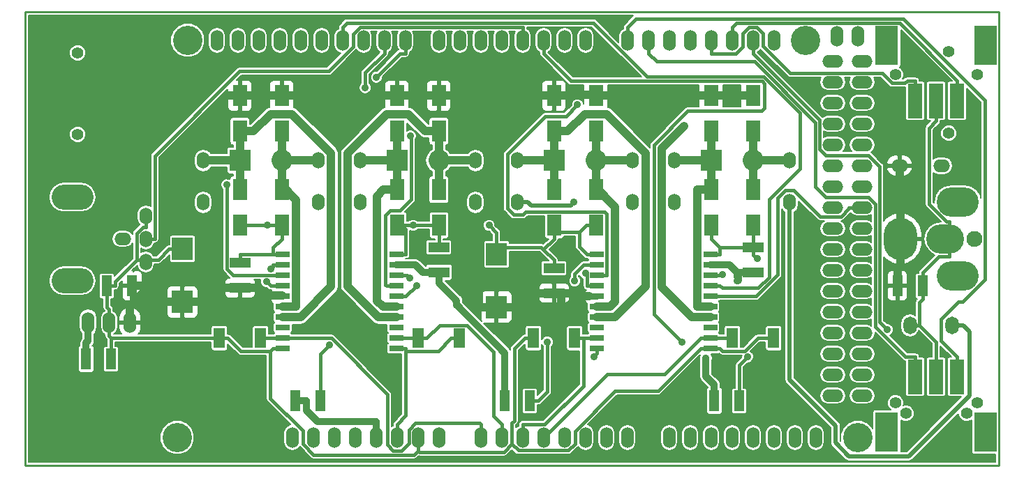
<source format=gbl>
G04 #@! TF.FileFunction,Copper,L2,Bot,Signal*
%FSLAX46Y46*%
G04 Gerber Fmt 4.6, Leading zero omitted, Abs format (unit mm)*
G04 Created by KiCad (PCBNEW 0.201603210401+6634~43~ubuntu14.04.1-product) date Mon 11 Apr 2016 10:26:04 AM EDT*
%MOMM*%
G01*
G04 APERTURE LIST*
%ADD10C,0.100000*%
%ADD11C,0.228600*%
%ADD12O,1.524000X2.540000*%
%ADD13C,1.930400*%
%ADD14O,4.572000X3.556000*%
%ADD15O,4.064000X5.080000*%
%ADD16O,5.080000X3.556000*%
%ADD17R,1.270000X2.540000*%
%ADD18O,5.080000X3.048000*%
%ADD19O,2.032000X1.524000*%
%ADD20O,1.524000X2.032000*%
%ADD21C,3.556000*%
%ADD22O,2.540000X1.524000*%
%ADD23O,1.651000X2.159000*%
%ADD24C,1.397000*%
%ADD25R,1.778000X4.191000*%
%ADD26R,2.794000X4.826000*%
%ADD27R,2.540000X1.270000*%
%ADD28R,2.550000X2.770000*%
%ADD29R,1.397000X2.489200*%
%ADD30R,1.700000X0.760000*%
%ADD31R,1.750000X2.650000*%
%ADD32R,2.540000X2.540000*%
%ADD33O,2.540000X2.540000*%
%ADD34C,0.889000*%
%ADD35C,1.016000*%
%ADD36C,0.759800*%
%ADD37C,0.406400*%
%ADD38C,0.812800*%
%ADD39C,0.508000*%
%ADD40C,0.203200*%
G04 APERTURE END LIST*
D10*
D11*
X211455000Y-75311000D02*
X93345000Y-75311000D01*
X211455000Y-130429000D02*
X211455000Y-75311000D01*
X93345000Y-130429000D02*
X211455000Y-130429000D01*
X93345000Y-75311000D02*
X93345000Y-130429000D01*
D12*
X103505000Y-113030000D03*
X100965000Y-113030000D03*
X106045000Y-113030000D03*
D13*
X208457800Y-102870000D03*
D14*
X204952600Y-102870000D03*
D15*
X199466200Y-102870000D03*
D16*
X206451200Y-98374200D03*
X206451200Y-107365800D03*
D17*
X199136000Y-108585000D03*
X202184000Y-108585000D03*
X106299000Y-108585000D03*
X103251000Y-108585000D03*
D18*
X99060000Y-107950000D03*
X99060000Y-97790000D03*
D19*
X105156000Y-102870000D03*
D20*
X107950000Y-102870000D03*
X107950000Y-100076000D03*
X107950000Y-105664000D03*
D21*
X111760000Y-127000000D03*
X113030000Y-78740000D03*
X194310000Y-127000000D03*
X187960000Y-78740000D03*
D12*
X125730000Y-127000000D03*
X128270000Y-127000000D03*
X130810000Y-127000000D03*
X133350000Y-127000000D03*
X135890000Y-127000000D03*
X138430000Y-127000000D03*
X140970000Y-127000000D03*
X143510000Y-127000000D03*
X148590000Y-127000000D03*
X151130000Y-127000000D03*
X153670000Y-127000000D03*
X156210000Y-127000000D03*
X158750000Y-127000000D03*
X161290000Y-127000000D03*
X163830000Y-127000000D03*
X166370000Y-127000000D03*
X171450000Y-127000000D03*
X173990000Y-127000000D03*
X176530000Y-127000000D03*
X179070000Y-127000000D03*
X181610000Y-127000000D03*
X184150000Y-127000000D03*
X186690000Y-127000000D03*
X189230000Y-127000000D03*
X116586000Y-78740000D03*
X119126000Y-78740000D03*
X121666000Y-78740000D03*
X124206000Y-78740000D03*
X126746000Y-78740000D03*
X129286000Y-78740000D03*
X131826000Y-78740000D03*
X134366000Y-78740000D03*
X136906000Y-78740000D03*
X139446000Y-78740000D03*
X143510000Y-78740000D03*
X161290000Y-78740000D03*
X158750000Y-78740000D03*
X156210000Y-78740000D03*
X153670000Y-78740000D03*
X151130000Y-78740000D03*
X148590000Y-78740000D03*
X146050000Y-78740000D03*
X166370000Y-78740000D03*
X168910000Y-78740000D03*
X171450000Y-78740000D03*
X173990000Y-78740000D03*
X176530000Y-78740000D03*
X179070000Y-78740000D03*
X181610000Y-78740000D03*
X184150000Y-78740000D03*
X191770000Y-78232000D03*
X194310000Y-78232000D03*
D22*
X191262000Y-81280000D03*
X194818000Y-81280000D03*
X191262000Y-83820000D03*
X194818000Y-83820000D03*
X191262000Y-86360000D03*
X194818000Y-86360000D03*
X191262000Y-88900000D03*
X194818000Y-88900000D03*
X191262000Y-91440000D03*
X194818000Y-91440000D03*
X191262000Y-93980000D03*
X194818000Y-93980000D03*
X191262000Y-96520000D03*
X194818000Y-96520000D03*
X191262000Y-99060000D03*
X194818000Y-99060000D03*
X191262000Y-101600000D03*
X194818000Y-101600000D03*
X191262000Y-104140000D03*
X194818000Y-104140000D03*
X191262000Y-106680000D03*
X194818000Y-106680000D03*
X191262000Y-109220000D03*
X194818000Y-109220000D03*
X191262000Y-111760000D03*
X194818000Y-111760000D03*
X191262000Y-114300000D03*
X194818000Y-114300000D03*
X191262000Y-116840000D03*
X194818000Y-116840000D03*
X191262000Y-119380000D03*
X194818000Y-119380000D03*
X191262000Y-121920000D03*
X194818000Y-121920000D03*
D23*
X200660000Y-113385600D03*
X205740000Y-113385600D03*
D24*
X99695000Y-90170000D03*
X99695000Y-80264000D03*
D25*
X206375000Y-86106000D03*
X203835000Y-86106000D03*
X201295000Y-86106000D03*
D24*
X208788000Y-82931000D03*
X198882000Y-82931000D03*
D26*
X209829400Y-79375000D03*
X197840600Y-79375000D03*
D24*
X205359000Y-80137000D03*
X205359000Y-90043000D03*
D25*
X201295000Y-119634000D03*
X203835000Y-119634000D03*
X206375000Y-119634000D03*
D24*
X198882000Y-122809000D03*
X208788000Y-122809000D03*
D26*
X197840600Y-126365000D03*
X209829400Y-126365000D03*
D24*
X207518000Y-124079000D03*
X200152000Y-124079000D03*
D17*
X100711000Y-117475000D03*
X103759000Y-117475000D03*
X129159000Y-122555000D03*
X126111000Y-122555000D03*
D20*
X147955000Y-93345000D03*
X147955000Y-98425000D03*
X133985000Y-93345000D03*
X133985000Y-98425000D03*
X128905000Y-93345000D03*
X128905000Y-98425000D03*
X114935000Y-93345000D03*
X114935000Y-98425000D03*
D19*
X199390000Y-93980000D03*
X204470000Y-93980000D03*
D27*
X119380000Y-108839000D03*
X119380000Y-105791000D03*
X143510000Y-106934000D03*
X143510000Y-103886000D03*
D28*
X112395000Y-110535000D03*
X112395000Y-104095000D03*
D29*
X159981900Y-114935000D03*
X154978100Y-114935000D03*
X179108100Y-114935000D03*
X184111900Y-114935000D03*
D30*
X124565000Y-116205000D03*
X124565000Y-114935000D03*
X124565000Y-113665000D03*
X124565000Y-112395000D03*
X124565000Y-111125000D03*
X124565000Y-109855000D03*
X124565000Y-108585000D03*
X124565000Y-107315000D03*
X124565000Y-106045000D03*
X124565000Y-104775000D03*
X138325000Y-104775000D03*
X138325000Y-106045000D03*
X138325000Y-107315000D03*
X138325000Y-108585000D03*
X138325000Y-109855000D03*
X138325000Y-111125000D03*
X138325000Y-112395000D03*
X138325000Y-113665000D03*
X138325000Y-114935000D03*
X138325000Y-116205000D03*
D31*
X143510000Y-96910000D03*
X143510000Y-101210000D03*
X143510000Y-85480000D03*
X143510000Y-89780000D03*
X138430000Y-96910000D03*
X138430000Y-101210000D03*
X138430000Y-85480000D03*
X138430000Y-89780000D03*
X124460000Y-96910000D03*
X124460000Y-101210000D03*
X124460000Y-85480000D03*
X124460000Y-89780000D03*
X119380000Y-96910000D03*
X119380000Y-101210000D03*
X119380000Y-85480000D03*
X119380000Y-89780000D03*
D27*
X157480000Y-109474000D03*
X157480000Y-106426000D03*
X181610000Y-106934000D03*
X181610000Y-103886000D03*
D28*
X150495000Y-111170000D03*
X150495000Y-104730000D03*
D31*
X157480000Y-85480000D03*
X157480000Y-89780000D03*
X157480000Y-96910000D03*
X157480000Y-101210000D03*
X162560000Y-85480000D03*
X162560000Y-89780000D03*
X162560000Y-96910000D03*
X162560000Y-101210000D03*
X176530000Y-85480000D03*
X176530000Y-89780000D03*
X176530000Y-96910000D03*
X176530000Y-101210000D03*
X181610000Y-85480000D03*
X181610000Y-89780000D03*
X181610000Y-96910000D03*
X181610000Y-101210000D03*
D20*
X153035000Y-93345000D03*
X153035000Y-98425000D03*
X167005000Y-93345000D03*
X167005000Y-98425000D03*
X172085000Y-93345000D03*
X172085000Y-98425000D03*
X186055000Y-93345000D03*
X186055000Y-98425000D03*
D29*
X121881900Y-114935000D03*
X116878100Y-114935000D03*
X141008100Y-114935000D03*
X146011900Y-114935000D03*
D17*
X154559000Y-122555000D03*
X151511000Y-122555000D03*
X179959000Y-122555000D03*
X176911000Y-122555000D03*
D30*
X162665000Y-116205000D03*
X162665000Y-114935000D03*
X162665000Y-113665000D03*
X162665000Y-112395000D03*
X162665000Y-111125000D03*
X162665000Y-109855000D03*
X162665000Y-108585000D03*
X162665000Y-107315000D03*
X162665000Y-106045000D03*
X162665000Y-104775000D03*
X176425000Y-104775000D03*
X176425000Y-106045000D03*
X176425000Y-107315000D03*
X176425000Y-108585000D03*
X176425000Y-109855000D03*
X176425000Y-111125000D03*
X176425000Y-112395000D03*
X176425000Y-113665000D03*
X176425000Y-114935000D03*
X176425000Y-116205000D03*
D32*
X176530000Y-93345000D03*
D33*
X181610000Y-93345000D03*
D32*
X157480000Y-93345000D03*
D33*
X162560000Y-93345000D03*
D32*
X119380000Y-93345000D03*
D33*
X124460000Y-93345000D03*
D32*
X138430000Y-93345000D03*
D33*
X143510000Y-93345000D03*
D34*
X185420000Y-121920000D03*
X160047500Y-120339000D03*
X140375500Y-101226800D03*
X149581900Y-101226800D03*
X122697800Y-101226800D03*
X162290100Y-117174000D03*
X182100700Y-105297800D03*
X173255300Y-89149100D03*
X175895000Y-117390800D03*
X145663500Y-110946200D03*
X179694900Y-107938900D03*
X173000100Y-115430700D03*
X197889800Y-113919000D03*
X122590700Y-108068400D03*
X123160500Y-106533000D03*
X139969600Y-107666800D03*
X140830000Y-108519900D03*
X130226700Y-115792200D03*
X156680800Y-115392200D03*
X180949100Y-117225500D03*
X161265000Y-107028400D03*
X159992700Y-107980200D03*
X177859500Y-107178900D03*
X159884000Y-98425000D03*
X160329300Y-86586300D03*
X140051400Y-90381300D03*
X134555900Y-84490100D03*
X117792300Y-96312600D03*
X135940900Y-83218300D03*
D35*
X158298700Y-85480000D02*
X159117300Y-85480000D01*
D36*
X161691900Y-109855000D02*
X162665000Y-109855000D01*
D35*
X154228300Y-109474000D02*
X157480000Y-109474000D01*
X152532300Y-111170000D02*
X154228300Y-109474000D01*
X150495000Y-111170000D02*
X152532300Y-111170000D01*
X199466200Y-95580500D02*
X199466200Y-102870000D01*
X199390000Y-95504300D02*
X199466200Y-95580500D01*
X199390000Y-93980000D02*
X199390000Y-95504300D01*
X199466200Y-102870000D02*
X199466200Y-106172300D01*
X199136000Y-106502500D02*
X199136000Y-108585000D01*
X199466200Y-106172300D02*
X199136000Y-106502500D01*
X159893300Y-109855000D02*
X159512300Y-109474000D01*
X161691900Y-109855000D02*
X159893300Y-109855000D01*
D36*
X124437400Y-109727400D02*
X124565000Y-109855000D01*
D35*
X119380000Y-108839000D02*
X121412300Y-108839000D01*
X122300700Y-109727400D02*
X124437400Y-109727400D01*
X121412300Y-108839000D02*
X122300700Y-109727400D01*
X106299000Y-108585000D02*
X107696300Y-108585000D01*
X106045000Y-113030000D02*
X106045000Y-110997700D01*
X108077000Y-108965700D02*
X106045000Y-110997700D01*
X109646300Y-110535000D02*
X108077000Y-108965700D01*
X112395000Y-110535000D02*
X109646300Y-110535000D01*
X108077000Y-108965700D02*
X107696300Y-108585000D01*
X124460000Y-85480000D02*
X126097300Y-85480000D01*
X143510000Y-85480000D02*
X138430000Y-85480000D01*
X138430000Y-85480000D02*
X136792700Y-85480000D01*
X157480000Y-109474000D02*
X158318200Y-109474000D01*
X158318200Y-109474000D02*
X159512300Y-109474000D01*
X158318200Y-118609700D02*
X160047500Y-120339000D01*
X158318200Y-109474000D02*
X158318200Y-118609700D01*
X124460000Y-85480000D02*
X119380000Y-85480000D01*
X119380000Y-85480000D02*
X117742700Y-85480000D01*
X119380000Y-108839000D02*
X117347700Y-108839000D01*
X112395000Y-110535000D02*
X114432300Y-110535000D01*
X136575800Y-85696900D02*
X136792700Y-85480000D01*
X126314200Y-85696900D02*
X136575800Y-85696900D01*
X126097300Y-85480000D02*
X126314200Y-85696900D01*
X174892700Y-85480000D02*
X164197300Y-85480000D01*
X176530000Y-85480000D02*
X174892700Y-85480000D01*
X162560000Y-85480000D02*
X164197300Y-85480000D01*
X113379300Y-89843400D02*
X117742700Y-85480000D01*
X113379300Y-99926100D02*
X113379300Y-89843400D01*
X116458300Y-103005100D02*
X113379300Y-99926100D01*
X116458300Y-108509000D02*
X116458300Y-103005100D01*
X117017700Y-108509000D02*
X116458300Y-108509000D01*
X117347700Y-108839000D02*
X117017700Y-108509000D01*
X116458300Y-108509000D02*
X114432300Y-110535000D01*
X143510000Y-85480000D02*
X145147300Y-85480000D01*
X150495000Y-111170000D02*
X148457700Y-111170000D01*
X158298700Y-85480000D02*
X157480000Y-85480000D01*
X148357600Y-111069900D02*
X148457700Y-111170000D01*
X148357600Y-100467000D02*
X148357600Y-111069900D01*
X149544400Y-99280200D02*
X148357600Y-100467000D01*
X149544400Y-88743800D02*
X149544400Y-99280200D01*
X152578900Y-88743800D02*
X149544400Y-88743800D01*
X155842700Y-85480000D02*
X152578900Y-88743800D01*
X148411100Y-88743800D02*
X145147300Y-85480000D01*
X149544400Y-88743800D02*
X148411100Y-88743800D01*
X157480000Y-85480000D02*
X155842700Y-85480000D01*
X159217800Y-85379500D02*
X159117300Y-85480000D01*
X162459500Y-85379500D02*
X159217800Y-85379500D01*
X162560000Y-85480000D02*
X162459500Y-85379500D01*
X181610000Y-85480000D02*
X176530000Y-85480000D01*
D37*
X181610000Y-101210000D02*
X181610000Y-103886000D01*
X176530000Y-101210000D02*
X176530000Y-102865200D01*
X176425000Y-104775000D02*
X177605200Y-104775000D01*
X177605200Y-103886000D02*
X180009800Y-103886000D01*
X177550800Y-103886000D02*
X177605200Y-103886000D01*
X176530000Y-102865200D02*
X177550800Y-103886000D01*
X177605200Y-103886000D02*
X177605200Y-104775000D01*
X180809900Y-103886000D02*
X180009800Y-103886000D01*
X143510000Y-101210000D02*
X143510000Y-103886000D01*
X103759000Y-117475000D02*
X103759000Y-117332000D01*
X140970000Y-127000000D02*
X140970000Y-128600200D01*
X154978100Y-114935000D02*
X153949400Y-114935000D01*
X103505000Y-113030000D02*
X103505000Y-111429800D01*
X204190600Y-104978200D02*
X205460600Y-104978200D01*
X202184000Y-106984800D02*
X204190600Y-104978200D01*
X205460600Y-102870000D02*
X205460600Y-104978200D01*
X202184000Y-108585000D02*
X202184000Y-106984800D01*
X205106300Y-100761800D02*
X205460600Y-100761800D01*
X202983100Y-98638600D02*
X205106300Y-100761800D01*
X202983100Y-89383600D02*
X202983100Y-98638600D01*
X203835000Y-88531700D02*
X202983100Y-89383600D01*
X203835000Y-86106000D02*
X203835000Y-88531700D01*
X205460600Y-102870000D02*
X205460600Y-100761800D01*
X103505000Y-113030000D02*
X103505000Y-114630200D01*
X124460000Y-101210000D02*
X124460000Y-102865200D01*
X124565000Y-104775000D02*
X123384800Y-104775000D01*
X112395000Y-104095000D02*
X110789800Y-104095000D01*
X103251000Y-111175800D02*
X103251000Y-108585000D01*
X103505000Y-111429800D02*
X103251000Y-111175800D01*
X103251000Y-108585000D02*
X104216200Y-108585000D01*
X107950000Y-100330000D02*
X107950000Y-101422200D01*
X109474800Y-105410000D02*
X107950000Y-105410000D01*
X110789800Y-104095000D02*
X109474800Y-105410000D01*
X104216200Y-108077600D02*
X106960100Y-105333700D01*
X104216200Y-108585000D02*
X104216200Y-108077600D01*
X107036400Y-105410000D02*
X106960100Y-105333700D01*
X107950000Y-105410000D02*
X107036400Y-105410000D01*
X107610500Y-101422200D02*
X107950000Y-101422200D01*
X106845600Y-102187100D02*
X107610500Y-101422200D01*
X106845600Y-105219200D02*
X106845600Y-102187100D01*
X106960100Y-105333700D02*
X106845600Y-105219200D01*
X116878100Y-114935000D02*
X115849400Y-114935000D01*
X103759000Y-114935000D02*
X115849400Y-114935000D01*
X103759000Y-117332000D02*
X103759000Y-114935000D01*
X103759000Y-114884200D02*
X103505000Y-114630200D01*
X103759000Y-114935000D02*
X103759000Y-114884200D01*
X116878100Y-114935000D02*
X117906800Y-114935000D01*
X124565000Y-116205000D02*
X123384800Y-116205000D01*
X123384800Y-116205000D02*
X123065100Y-116524700D01*
X119496500Y-116524700D02*
X117906800Y-114935000D01*
X123065100Y-116524700D02*
X119496500Y-116524700D01*
X123065100Y-122252400D02*
X123065100Y-116524700D01*
X127000000Y-126187300D02*
X123065100Y-122252400D01*
X127000000Y-127795600D02*
X127000000Y-126187300D01*
X128300800Y-129096400D02*
X127000000Y-127795600D01*
X140473800Y-129096400D02*
X128300800Y-129096400D01*
X140970000Y-128600200D02*
X140473800Y-129096400D01*
X138430000Y-127000000D02*
X138430000Y-125399800D01*
X138325000Y-116205000D02*
X139505200Y-116205000D01*
X143401600Y-116516600D02*
X144983200Y-114935000D01*
X139505200Y-116516600D02*
X143401600Y-116516600D01*
X139505200Y-124324600D02*
X139505200Y-116516600D01*
X138430000Y-125399800D02*
X139505200Y-124324600D01*
X139505200Y-116516600D02*
X139505200Y-116205000D01*
X146011900Y-114935000D02*
X144983200Y-114935000D01*
X138430000Y-101210000D02*
X139032600Y-101210000D01*
X139505200Y-101682600D02*
X139505200Y-104775000D01*
X139032600Y-101210000D02*
X139505200Y-101682600D01*
X138325000Y-104775000D02*
X139505200Y-104775000D01*
X139032600Y-101210000D02*
X139635200Y-101210000D01*
X139652000Y-101226800D02*
X140375500Y-101226800D01*
X139635200Y-101210000D02*
X139652000Y-101226800D01*
X142288000Y-101226800D02*
X142304800Y-101210000D01*
X140375500Y-101226800D02*
X142288000Y-101226800D01*
X143510000Y-101210000D02*
X142304800Y-101210000D01*
X201815700Y-110553500D02*
X202184000Y-110185200D01*
X201815700Y-113385600D02*
X201815700Y-110553500D01*
X200660000Y-113385600D02*
X201815700Y-113385600D01*
X202184000Y-108585000D02*
X202184000Y-110185200D01*
X203835000Y-115404900D02*
X201815700Y-113385600D01*
X203835000Y-119634000D02*
X203835000Y-115404900D01*
X150495000Y-104730000D02*
X150495000Y-103872400D01*
X150495000Y-103872400D02*
X150495000Y-103014800D01*
X157480000Y-106426000D02*
X157480000Y-105460800D01*
X157480000Y-102865200D02*
X156182200Y-104163000D01*
X155891600Y-103872400D02*
X156182200Y-104163000D01*
X150495000Y-103872400D02*
X155891600Y-103872400D01*
X156182200Y-104163000D02*
X157480000Y-105460800D01*
X157480000Y-101210000D02*
X157480000Y-102037600D01*
X157480000Y-102037600D02*
X157480000Y-102865200D01*
X162560000Y-101210000D02*
X161354800Y-101210000D01*
X162665000Y-104775000D02*
X161484800Y-104775000D01*
X160527200Y-103817400D02*
X161484800Y-104775000D01*
X160527200Y-102037600D02*
X160527200Y-103817400D01*
X157480000Y-102037600D02*
X160527200Y-102037600D01*
X160527200Y-102037600D02*
X161354800Y-101210000D01*
X124460000Y-101210000D02*
X123254800Y-101210000D01*
X150495000Y-102139900D02*
X149581900Y-101226800D01*
X150495000Y-103014800D02*
X150495000Y-102139900D01*
X123238000Y-101226800D02*
X122697800Y-101226800D01*
X123254800Y-101210000D02*
X123238000Y-101226800D01*
X120602000Y-101226800D02*
X120585200Y-101210000D01*
X122697800Y-101226800D02*
X120602000Y-101226800D01*
X119380000Y-101210000D02*
X120585200Y-101210000D01*
X123384800Y-103940400D02*
X124460000Y-102865200D01*
X123384800Y-104775000D02*
X123384800Y-103940400D01*
X119380000Y-105791000D02*
X119380000Y-104825800D01*
X119430800Y-104775000D02*
X119380000Y-104825800D01*
X123384800Y-104775000D02*
X119430800Y-104775000D01*
X180809900Y-103886000D02*
X181610000Y-103886000D01*
X151414100Y-128756900D02*
X152369900Y-127801100D01*
X141126700Y-128756900D02*
X151414100Y-128756900D01*
X140970000Y-128600200D02*
X141126700Y-128756900D01*
X152666600Y-116217800D02*
X153949400Y-114935000D01*
X152666600Y-124964500D02*
X152666600Y-116217800D01*
X152369900Y-125261200D02*
X152666600Y-124964500D01*
X152369900Y-127801100D02*
X152369900Y-125261200D01*
X170093400Y-121356400D02*
X175244800Y-116205000D01*
X164892600Y-121356400D02*
X170093400Y-121356400D01*
X160020000Y-126229000D02*
X164892600Y-121356400D01*
X160020000Y-127764200D02*
X160020000Y-126229000D01*
X159209000Y-128575200D02*
X160020000Y-127764200D01*
X153144000Y-128575200D02*
X159209000Y-128575200D01*
X152369900Y-127801100D02*
X153144000Y-128575200D01*
X176425000Y-116205000D02*
X175244800Y-116205000D01*
X176425000Y-116205000D02*
X177605200Y-116205000D01*
X162665000Y-116799100D02*
X162665000Y-116205000D01*
X162290100Y-117174000D02*
X162665000Y-116799100D01*
X184111900Y-114935000D02*
X183083200Y-114935000D01*
X181654100Y-104851200D02*
X182100700Y-105297800D01*
X181610000Y-104851200D02*
X181654100Y-104851200D01*
X181610000Y-103886000D02*
X181610000Y-104851200D01*
X177885000Y-116484800D02*
X177605200Y-116205000D01*
X180629700Y-116484800D02*
X177885000Y-116484800D01*
X182179500Y-114935000D02*
X180629700Y-116484800D01*
X183083200Y-114935000D02*
X182179500Y-114935000D01*
D38*
X100965000Y-115290300D02*
X100965000Y-113030000D01*
X100711000Y-115544300D02*
X100965000Y-115290300D01*
X100711000Y-117475000D02*
X100711000Y-115544300D01*
D37*
X167374800Y-76135000D02*
X166370000Y-77139800D01*
X199852300Y-76135000D02*
X167374800Y-76135000D01*
X209771900Y-86054600D02*
X199852300Y-76135000D01*
X209771900Y-107785500D02*
X209771900Y-86054600D01*
X207023900Y-110533500D02*
X209771900Y-107785500D01*
X206523000Y-110533500D02*
X207023900Y-110533500D01*
X204443000Y-112613500D02*
X206523000Y-110533500D01*
X204443000Y-115276300D02*
X204443000Y-112613500D01*
X206375000Y-117208300D02*
X204443000Y-115276300D01*
X206375000Y-119634000D02*
X206375000Y-117208300D01*
X166370000Y-78740000D02*
X166370000Y-77139800D01*
X153670000Y-78740000D02*
X153670000Y-77139800D01*
X107950000Y-102870000D02*
X109042200Y-102870000D01*
X133936400Y-77139800D02*
X153670000Y-77139800D01*
X133096000Y-77980200D02*
X133936400Y-77139800D01*
X133096000Y-79529000D02*
X133096000Y-77980200D01*
X130110900Y-82514100D02*
X133096000Y-79529000D01*
X119326500Y-82514100D02*
X130110900Y-82514100D01*
X109042200Y-92798400D02*
X119326500Y-82514100D01*
X109042200Y-102870000D02*
X109042200Y-92798400D01*
X201295000Y-119634000D02*
X201295000Y-117208300D01*
X168910000Y-78740000D02*
X168910000Y-80340200D01*
X169904700Y-81334900D02*
X168910000Y-80340200D01*
X181762100Y-81334900D02*
X169904700Y-81334900D01*
X189175600Y-88748400D02*
X181762100Y-81334900D01*
X189175600Y-96513500D02*
X189175600Y-88748400D01*
X190452100Y-97790000D02*
X189175600Y-96513500D01*
X195630600Y-97790000D02*
X190452100Y-97790000D01*
X196459600Y-98619000D02*
X195630600Y-97790000D01*
X196459600Y-113549100D02*
X196459600Y-98619000D01*
X200118800Y-117208300D02*
X196459600Y-113549100D01*
X201295000Y-117208300D02*
X200118800Y-117208300D01*
X179492900Y-80340200D02*
X176530000Y-80340200D01*
X180340000Y-79493100D02*
X179492900Y-80340200D01*
X180340000Y-77923600D02*
X180340000Y-79493100D01*
X181111100Y-77152500D02*
X180340000Y-77923600D01*
X182058200Y-77152500D02*
X181111100Y-77152500D01*
X182854400Y-77948700D02*
X182058200Y-77152500D01*
X182854400Y-79476400D02*
X182854400Y-77948700D01*
X186116800Y-82738800D02*
X182854400Y-79476400D01*
X197262100Y-82738800D02*
X186116800Y-82738800D01*
X198483700Y-83960400D02*
X197262100Y-82738800D01*
X200024400Y-83960400D02*
X198483700Y-83960400D01*
X200304500Y-83680300D02*
X200024400Y-83960400D01*
X201295000Y-83680300D02*
X200304500Y-83680300D01*
X201295000Y-86106000D02*
X201295000Y-83680300D01*
X176530000Y-78740000D02*
X176530000Y-80340200D01*
X179566400Y-76643400D02*
X179070000Y-77139800D01*
X199385800Y-76643400D02*
X179566400Y-76643400D01*
X206375000Y-83632600D02*
X199385800Y-76643400D01*
X206375000Y-86106000D02*
X206375000Y-83632600D01*
X179070000Y-78740000D02*
X179070000Y-77139800D01*
D35*
X119380000Y-93345000D02*
X114935000Y-93345000D01*
X119380000Y-93345000D02*
X119380000Y-96910000D01*
X119380000Y-93345000D02*
X119380000Y-89780000D01*
D36*
X124565400Y-112395400D02*
X124565000Y-112395000D01*
D35*
X119380000Y-89780000D02*
X121017300Y-89780000D01*
X126724100Y-112395400D02*
X124565400Y-112395400D01*
X130435100Y-108684400D02*
X126724100Y-112395400D01*
X130435100Y-92447200D02*
X130435100Y-108684400D01*
X125680500Y-87692600D02*
X130435100Y-92447200D01*
X123104700Y-87692600D02*
X125680500Y-87692600D01*
X121017300Y-89780000D02*
X123104700Y-87692600D01*
X124460000Y-93345000D02*
X128905000Y-93345000D01*
X124460000Y-89780000D02*
X124460000Y-93345000D01*
X124460000Y-96389700D02*
X124460000Y-96910000D01*
X124460000Y-93345000D02*
X124460000Y-96389700D01*
X126177300Y-98107000D02*
X126177300Y-111125000D01*
X124460000Y-96389700D02*
X126177300Y-98107000D01*
X124565000Y-111125000D02*
X126177300Y-111125000D01*
X138430000Y-93345000D02*
X138430000Y-89780000D01*
X138430000Y-93345000D02*
X133985000Y-93345000D01*
X138430000Y-93345000D02*
X138430000Y-96910000D01*
X136013000Y-97689700D02*
X136792700Y-96910000D01*
X136013000Y-110425300D02*
X136013000Y-97689700D01*
X136712700Y-111125000D02*
X136013000Y-110425300D01*
X138325000Y-111125000D02*
X136712700Y-111125000D01*
X138430000Y-96910000D02*
X136792700Y-96910000D01*
X143510000Y-93345000D02*
X147955000Y-93345000D01*
X143510000Y-93345000D02*
X143510000Y-96910000D01*
X143510000Y-89780000D02*
X143510000Y-93345000D01*
X136178700Y-112395400D02*
X138324600Y-112395400D01*
X132413400Y-108630100D02*
X136178700Y-112395400D01*
X132413400Y-92470000D02*
X132413400Y-108630100D01*
X137190800Y-87692600D02*
X132413400Y-92470000D01*
X139785300Y-87692600D02*
X137190800Y-87692600D01*
X141872700Y-89780000D02*
X139785300Y-87692600D01*
D36*
X138324600Y-112395400D02*
X138325000Y-112395000D01*
D35*
X143510000Y-89780000D02*
X141872700Y-89780000D01*
X157480000Y-93345000D02*
X153035000Y-93345000D01*
X157480000Y-93345000D02*
X157480000Y-96910000D01*
X157480000Y-89780000D02*
X157480000Y-93345000D01*
X164832500Y-112395400D02*
X162665400Y-112395400D01*
X168580000Y-108647900D02*
X164832500Y-112395400D01*
X168580000Y-92467800D02*
X168580000Y-108647900D01*
X163804800Y-87692600D02*
X168580000Y-92467800D01*
X161204700Y-87692600D02*
X163804800Y-87692600D01*
X159117300Y-89780000D02*
X161204700Y-87692600D01*
D36*
X162665400Y-112395400D02*
X162665000Y-112395000D01*
D35*
X157480000Y-89780000D02*
X159117300Y-89780000D01*
X162560000Y-93345000D02*
X162560000Y-89780000D01*
X162560000Y-93345000D02*
X167005000Y-93345000D01*
X162560000Y-93345000D02*
X162560000Y-96649800D01*
X162560000Y-96649800D02*
X162560000Y-96910000D01*
X164861600Y-110540700D02*
X164277300Y-111125000D01*
X164861600Y-98951400D02*
X164861600Y-110540700D01*
X162560000Y-96649800D02*
X164861600Y-98951400D01*
X162665000Y-111125000D02*
X164277300Y-111125000D01*
X176530000Y-93345000D02*
X172085000Y-93345000D01*
X176530000Y-89780000D02*
X176530000Y-93345000D01*
X176530000Y-93345000D02*
X176530000Y-96910000D01*
X174812700Y-96990000D02*
X174812700Y-111125000D01*
X174892700Y-96910000D02*
X174812700Y-96990000D01*
X176530000Y-96910000D02*
X174892700Y-96910000D01*
X176425000Y-111125000D02*
X174812700Y-111125000D01*
X181610000Y-89780000D02*
X181610000Y-93345000D01*
X181610000Y-93345000D02*
X186055000Y-93345000D01*
X181610000Y-93345000D02*
X181610000Y-96910000D01*
X174192100Y-112395400D02*
X176424600Y-112395400D01*
X170560700Y-108764000D02*
X174192100Y-112395400D01*
X170560700Y-91843700D02*
X170560700Y-108764000D01*
X173255300Y-89149100D02*
X170560700Y-91843700D01*
D36*
X176424600Y-112395400D02*
X176425000Y-112395000D01*
D38*
X151511000Y-122555000D02*
X151511000Y-120624300D01*
X181610000Y-106934000D02*
X179679300Y-106934000D01*
X178790300Y-106045000D02*
X176425000Y-106045000D01*
X179679300Y-106934000D02*
X178790300Y-106045000D01*
X140690300Y-106045000D02*
X138325000Y-106045000D01*
X141579300Y-106934000D02*
X140690300Y-106045000D01*
X143510000Y-106934000D02*
X141579300Y-106934000D01*
X127406700Y-123688700D02*
X127406700Y-122555000D01*
X128787300Y-125069300D02*
X127406700Y-123688700D01*
X135890000Y-125069300D02*
X128787300Y-125069300D01*
X135890000Y-127000000D02*
X135890000Y-125069300D01*
X126111000Y-122555000D02*
X127406700Y-122555000D01*
X176911000Y-122555000D02*
X176911000Y-120624300D01*
X143510000Y-106934000D02*
X143510000Y-108229700D01*
X175895000Y-119608300D02*
X175895000Y-117390800D01*
X176911000Y-120624300D02*
X175895000Y-119608300D01*
X145696500Y-110946200D02*
X145663500Y-110946200D01*
X151511000Y-116760700D02*
X145696500Y-110946200D01*
X151511000Y-120624300D02*
X151511000Y-116760700D01*
X145663500Y-110383200D02*
X143510000Y-108229700D01*
X145663500Y-110946200D02*
X145663500Y-110383200D01*
X179763200Y-107938900D02*
X179694900Y-107938900D01*
X179813700Y-107888400D02*
X179763200Y-107938900D01*
X179813700Y-107888300D02*
X179813700Y-107888400D01*
X179813800Y-107888200D02*
X179813700Y-107888300D01*
X179813800Y-107570000D02*
X179813800Y-107888200D01*
X179679300Y-107435500D02*
X179813800Y-107570000D01*
X179679300Y-106934000D02*
X179679300Y-107435500D01*
D37*
X121881900Y-114935000D02*
X124565000Y-114935000D01*
X148439400Y-125249200D02*
X148590000Y-125399800D01*
X140668600Y-125249200D02*
X148439400Y-125249200D01*
X139861200Y-126056600D02*
X140668600Y-125249200D01*
X139861200Y-127652600D02*
X139861200Y-126056600D01*
X138925800Y-128588000D02*
X139861200Y-127652600D01*
X137973400Y-128588000D02*
X138925800Y-128588000D01*
X137267700Y-127882300D02*
X137973400Y-128588000D01*
X137267700Y-121755600D02*
X137267700Y-127882300D01*
X130447100Y-114935000D02*
X137267700Y-121755600D01*
X124565000Y-114935000D02*
X130447100Y-114935000D01*
X148590000Y-127000000D02*
X148590000Y-125399800D01*
X138325000Y-114935000D02*
X141008100Y-114935000D01*
X150103700Y-124373500D02*
X151130000Y-125399800D01*
X150103700Y-116575200D02*
X150103700Y-124373500D01*
X146913700Y-113385200D02*
X150103700Y-116575200D01*
X143586600Y-113385200D02*
X146913700Y-113385200D01*
X142036800Y-114935000D02*
X143586600Y-113385200D01*
X141008100Y-114935000D02*
X142036800Y-114935000D01*
X151130000Y-127000000D02*
X151130000Y-125399800D01*
X159567200Y-83697400D02*
X156210000Y-80340200D01*
X182686800Y-83697400D02*
X159567200Y-83697400D01*
X183010900Y-84021500D02*
X182686800Y-83697400D01*
X183010900Y-86949800D02*
X183010900Y-84021500D01*
X182634100Y-87326600D02*
X183010900Y-86949800D01*
X173709700Y-87326600D02*
X182634100Y-87326600D01*
X169595100Y-91441200D02*
X173709700Y-87326600D01*
X169595100Y-112025700D02*
X169595100Y-91441200D01*
X173000100Y-115430700D02*
X169595100Y-112025700D01*
X156210000Y-78740000D02*
X156210000Y-80340200D01*
X181610000Y-78740000D02*
X181610000Y-80340200D01*
X189684000Y-88414200D02*
X181610000Y-80340200D01*
X189684000Y-91928500D02*
X189684000Y-88414200D01*
X190465500Y-92710000D02*
X189684000Y-91928500D01*
X195622800Y-92710000D02*
X190465500Y-92710000D01*
X196968000Y-94055200D02*
X195622800Y-92710000D01*
X196968000Y-112997200D02*
X196968000Y-94055200D01*
X197889800Y-113919000D02*
X196968000Y-112997200D01*
X123107300Y-108585000D02*
X122590700Y-108068400D01*
X124565000Y-108585000D02*
X123107300Y-108585000D01*
X124565000Y-106045000D02*
X123384800Y-106045000D01*
X123384800Y-106308700D02*
X123160500Y-106533000D01*
X123384800Y-106045000D02*
X123384800Y-106308700D01*
X138325000Y-107315000D02*
X139505200Y-107315000D01*
X139617800Y-107315000D02*
X139969600Y-107666800D01*
X139505200Y-107315000D02*
X139617800Y-107315000D01*
X139505200Y-109844700D02*
X140830000Y-108519900D01*
X139505200Y-109855000D02*
X139505200Y-109844700D01*
X138325000Y-109855000D02*
X139505200Y-109855000D01*
X129159000Y-116859900D02*
X130226700Y-115792200D01*
X129159000Y-122555000D02*
X129159000Y-116859900D01*
X154559000Y-122555000D02*
X155524200Y-122555000D01*
X156680800Y-121398400D02*
X156680800Y-115392200D01*
X155524200Y-122555000D02*
X156680800Y-121398400D01*
X179959000Y-118215600D02*
X179959000Y-122555000D01*
X180949100Y-117225500D02*
X179959000Y-118215600D01*
X153670000Y-127000000D02*
X153670000Y-125399800D01*
X156352100Y-125399800D02*
X153670000Y-125399800D01*
X161021600Y-120730300D02*
X156352100Y-125399800D01*
X161021600Y-114935000D02*
X161021600Y-120730300D01*
X162665000Y-114935000D02*
X161021600Y-114935000D01*
X161021600Y-114935000D02*
X159981900Y-114935000D01*
X179108100Y-114935000D02*
X176425000Y-114935000D01*
X176425000Y-114935000D02*
X175244800Y-114935000D01*
X163908200Y-119301800D02*
X156210000Y-127000000D01*
X170878000Y-119301800D02*
X163908200Y-119301800D01*
X175244800Y-114935000D02*
X170878000Y-119301800D01*
X161484800Y-107248200D02*
X161265000Y-107028400D01*
X161484800Y-108585000D02*
X161484800Y-107248200D01*
X162665000Y-108585000D02*
X161484800Y-108585000D01*
X159992700Y-107144900D02*
X159992700Y-107980200D01*
X161092600Y-106045000D02*
X159992700Y-107144900D01*
X162665000Y-106045000D02*
X161092600Y-106045000D01*
X176425000Y-107315000D02*
X177605200Y-107315000D01*
X177741300Y-107178900D02*
X177859500Y-107178900D01*
X177605200Y-107315000D02*
X177741300Y-107178900D01*
X194310000Y-99060000D02*
X193217800Y-99060000D01*
X193217800Y-99196800D02*
X193217800Y-99060000D01*
X192262500Y-100152100D02*
X193217800Y-99196800D01*
X189760600Y-100152100D02*
X192262500Y-100152100D01*
X186559500Y-96951000D02*
X189760600Y-100152100D01*
X185542900Y-96951000D02*
X186559500Y-96951000D01*
X184617600Y-97876300D02*
X185542900Y-96951000D01*
X184617600Y-107213000D02*
X184617600Y-97876300D01*
X181975600Y-109855000D02*
X184617600Y-107213000D01*
X176425000Y-109855000D02*
X181975600Y-109855000D01*
D39*
X153035000Y-98425000D02*
X154305300Y-98425000D01*
X159505700Y-98803300D02*
X159884000Y-98425000D01*
X154683600Y-98803300D02*
X159505700Y-98803300D01*
X154305300Y-98425000D02*
X154683600Y-98803300D01*
X205740000Y-113385600D02*
X207073800Y-113385600D01*
X186055000Y-98425000D02*
X186055000Y-99949300D01*
X186055000Y-119987700D02*
X186055000Y-99949300D01*
X191615900Y-125548600D02*
X186055000Y-119987700D01*
X191615900Y-127651200D02*
X191615900Y-125548600D01*
X193251100Y-129286400D02*
X191615900Y-127651200D01*
X200468700Y-129286400D02*
X193251100Y-129286400D01*
X207835100Y-121920000D02*
X200468700Y-129286400D01*
X207835100Y-114146900D02*
X207835100Y-121920000D01*
X207073800Y-113385600D02*
X207835100Y-114146900D01*
D37*
X176425000Y-108585000D02*
X177605200Y-108585000D01*
X131826000Y-78740000D02*
X131826000Y-77139800D01*
X132350400Y-76615400D02*
X131826000Y-77139800D01*
X162202900Y-76615400D02*
X132350400Y-76615400D01*
X168776600Y-83189100D02*
X162202900Y-76615400D01*
X182897400Y-83189100D02*
X168776600Y-83189100D01*
X187286900Y-87578600D02*
X182897400Y-83189100D01*
X187286900Y-94325800D02*
X187286900Y-87578600D01*
X183543600Y-98069100D02*
X187286900Y-94325800D01*
X183543600Y-107568100D02*
X183543600Y-98069100D01*
X182258000Y-108853700D02*
X183543600Y-107568100D01*
X177873900Y-108853700D02*
X182258000Y-108853700D01*
X177605200Y-108585000D02*
X177873900Y-108853700D01*
X158918200Y-87997400D02*
X160329300Y-86586300D01*
X156401700Y-87997400D02*
X158918200Y-87997400D01*
X151814300Y-92584800D02*
X156401700Y-87997400D01*
X151814300Y-99183000D02*
X151814300Y-92584800D01*
X152558600Y-99927300D02*
X151814300Y-99183000D01*
X153717300Y-99927300D02*
X152558600Y-99927300D01*
X154064800Y-99579800D02*
X153717300Y-99927300D01*
X163601000Y-99579800D02*
X154064800Y-99579800D01*
X163845200Y-99824000D02*
X163601000Y-99579800D01*
X163845200Y-107315000D02*
X163845200Y-99824000D01*
X162665000Y-107315000D02*
X163845200Y-107315000D01*
X134555900Y-82690300D02*
X136906000Y-80340200D01*
X134555900Y-84490100D02*
X134555900Y-82690300D01*
X136906000Y-78740000D02*
X136906000Y-80340200D01*
X138325000Y-108585000D02*
X137144800Y-108585000D01*
X140177100Y-90507000D02*
X140051400Y-90381300D01*
X140177100Y-98023800D02*
X140177100Y-90507000D01*
X138773500Y-99427400D02*
X140177100Y-98023800D01*
X137581100Y-99427400D02*
X138773500Y-99427400D01*
X137017400Y-99991100D02*
X137581100Y-99427400D01*
X137017400Y-108457600D02*
X137017400Y-99991100D01*
X137144800Y-108585000D02*
X137017400Y-108457600D01*
X138819000Y-80340200D02*
X139446000Y-80340200D01*
X135940900Y-83218300D02*
X138819000Y-80340200D01*
X117792300Y-106544100D02*
X117792300Y-96312600D01*
X118563200Y-107315000D02*
X117792300Y-106544100D01*
X124565000Y-107315000D02*
X118563200Y-107315000D01*
X139446000Y-78740000D02*
X139446000Y-80340200D01*
D40*
G36*
X167015590Y-75775790D02*
X166010790Y-76780590D01*
X165900669Y-76945397D01*
X165862000Y-77139800D01*
X165862000Y-77282206D01*
X165615658Y-77446806D01*
X165384405Y-77792901D01*
X165303200Y-78201148D01*
X165303200Y-78997280D01*
X162562110Y-76256190D01*
X162397303Y-76146069D01*
X162202900Y-76107400D01*
X132350400Y-76107400D01*
X132155997Y-76146069D01*
X131991190Y-76256189D01*
X131466790Y-76780590D01*
X131356669Y-76945397D01*
X131318000Y-77139800D01*
X131318000Y-77282206D01*
X131071658Y-77446806D01*
X130840405Y-77792901D01*
X130759200Y-78201148D01*
X130759200Y-79278852D01*
X130840405Y-79687099D01*
X131071658Y-80033194D01*
X131417753Y-80264447D01*
X131604906Y-80301674D01*
X129900480Y-82006100D01*
X119326500Y-82006100D01*
X119132097Y-82044769D01*
X118967290Y-82154889D01*
X108682990Y-92439190D01*
X108572869Y-92603997D01*
X108534200Y-92798400D01*
X108534200Y-98928097D01*
X108358247Y-98810529D01*
X107950000Y-98729324D01*
X107541753Y-98810529D01*
X107195658Y-99041782D01*
X106964405Y-99387877D01*
X106883200Y-99796124D01*
X106883200Y-100355876D01*
X106964405Y-100764123D01*
X107195658Y-101110218D01*
X107200696Y-101113584D01*
X106486390Y-101827890D01*
X106376269Y-101992697D01*
X106337600Y-102187100D01*
X106337600Y-102336231D01*
X106190218Y-102115658D01*
X105844123Y-101884405D01*
X105435876Y-101803200D01*
X104876124Y-101803200D01*
X104467877Y-101884405D01*
X104121782Y-102115658D01*
X103890529Y-102461753D01*
X103809324Y-102870000D01*
X103890529Y-103278247D01*
X104121782Y-103624342D01*
X104467877Y-103855595D01*
X104876124Y-103936800D01*
X105435876Y-103936800D01*
X105844123Y-103855595D01*
X106190218Y-103624342D01*
X106337600Y-103403769D01*
X106337600Y-105219200D01*
X106340682Y-105234697D01*
X104196771Y-107378609D01*
X104196771Y-107315000D01*
X104173115Y-107196073D01*
X104105748Y-107095252D01*
X104004927Y-107027885D01*
X103886000Y-107004229D01*
X102616000Y-107004229D01*
X102497073Y-107027885D01*
X102396252Y-107095252D01*
X102328885Y-107196073D01*
X102305229Y-107315000D01*
X102305229Y-109855000D01*
X102328885Y-109973927D01*
X102396252Y-110074748D01*
X102497073Y-110142115D01*
X102616000Y-110165771D01*
X102743000Y-110165771D01*
X102743000Y-111175800D01*
X102781669Y-111370203D01*
X102891790Y-111535010D01*
X102956228Y-111599448D01*
X102750658Y-111736806D01*
X102519405Y-112082901D01*
X102438200Y-112491148D01*
X102438200Y-113568852D01*
X102519405Y-113977099D01*
X102750658Y-114323194D01*
X102997000Y-114487794D01*
X102997000Y-114630200D01*
X103035669Y-114824603D01*
X103145790Y-114989410D01*
X103251000Y-115094620D01*
X103251000Y-115894229D01*
X103124000Y-115894229D01*
X103005073Y-115917885D01*
X102904252Y-115985252D01*
X102836885Y-116086073D01*
X102813229Y-116205000D01*
X102813229Y-118745000D01*
X102836885Y-118863927D01*
X102904252Y-118964748D01*
X103005073Y-119032115D01*
X103124000Y-119055771D01*
X104394000Y-119055771D01*
X104512927Y-119032115D01*
X104613748Y-118964748D01*
X104681115Y-118863927D01*
X104704771Y-118745000D01*
X104704771Y-116205000D01*
X104681115Y-116086073D01*
X104613748Y-115985252D01*
X104512927Y-115917885D01*
X104394000Y-115894229D01*
X104267000Y-115894229D01*
X104267000Y-115443000D01*
X115868829Y-115443000D01*
X115868829Y-116179600D01*
X115892485Y-116298527D01*
X115959852Y-116399348D01*
X116060673Y-116466715D01*
X116179600Y-116490371D01*
X117576600Y-116490371D01*
X117695527Y-116466715D01*
X117796348Y-116399348D01*
X117863715Y-116298527D01*
X117887371Y-116179600D01*
X117887371Y-115633991D01*
X119137290Y-116883910D01*
X119302096Y-116994031D01*
X119334350Y-117000446D01*
X119496500Y-117032700D01*
X122557100Y-117032700D01*
X122557100Y-122252400D01*
X122595769Y-122446803D01*
X122705890Y-122611610D01*
X125528674Y-125434394D01*
X125321753Y-125475553D01*
X124975658Y-125706806D01*
X124744405Y-126052901D01*
X124663200Y-126461148D01*
X124663200Y-127538852D01*
X124744405Y-127947099D01*
X124975658Y-128293194D01*
X125321753Y-128524447D01*
X125730000Y-128605652D01*
X126138247Y-128524447D01*
X126484342Y-128293194D01*
X126608798Y-128106932D01*
X126640790Y-128154810D01*
X127941590Y-129455610D01*
X128106397Y-129565731D01*
X128300800Y-129604400D01*
X140473800Y-129604400D01*
X140668203Y-129565731D01*
X140833010Y-129455610D01*
X141040805Y-129247815D01*
X141126700Y-129264900D01*
X151414100Y-129264900D01*
X151608503Y-129226231D01*
X151773310Y-129116110D01*
X152369900Y-128519520D01*
X152784790Y-128934410D01*
X152949597Y-129044531D01*
X153144000Y-129083200D01*
X159209000Y-129083200D01*
X159403403Y-129044531D01*
X159568210Y-128934410D01*
X160379210Y-128123410D01*
X160400711Y-128091232D01*
X160535658Y-128293194D01*
X160881753Y-128524447D01*
X161290000Y-128605652D01*
X161698247Y-128524447D01*
X162044342Y-128293194D01*
X162275595Y-127947099D01*
X162356800Y-127538852D01*
X162356800Y-126461148D01*
X162763200Y-126461148D01*
X162763200Y-127538852D01*
X162844405Y-127947099D01*
X163075658Y-128293194D01*
X163421753Y-128524447D01*
X163830000Y-128605652D01*
X164238247Y-128524447D01*
X164584342Y-128293194D01*
X164815595Y-127947099D01*
X164896800Y-127538852D01*
X164896800Y-126461148D01*
X165303200Y-126461148D01*
X165303200Y-127538852D01*
X165384405Y-127947099D01*
X165615658Y-128293194D01*
X165961753Y-128524447D01*
X166370000Y-128605652D01*
X166778247Y-128524447D01*
X167124342Y-128293194D01*
X167355595Y-127947099D01*
X167436800Y-127538852D01*
X167436800Y-126461148D01*
X170383200Y-126461148D01*
X170383200Y-127538852D01*
X170464405Y-127947099D01*
X170695658Y-128293194D01*
X171041753Y-128524447D01*
X171450000Y-128605652D01*
X171858247Y-128524447D01*
X172204342Y-128293194D01*
X172435595Y-127947099D01*
X172516800Y-127538852D01*
X172516800Y-126461148D01*
X172923200Y-126461148D01*
X172923200Y-127538852D01*
X173004405Y-127947099D01*
X173235658Y-128293194D01*
X173581753Y-128524447D01*
X173990000Y-128605652D01*
X174398247Y-128524447D01*
X174744342Y-128293194D01*
X174975595Y-127947099D01*
X175056800Y-127538852D01*
X175056800Y-126461148D01*
X175463200Y-126461148D01*
X175463200Y-127538852D01*
X175544405Y-127947099D01*
X175775658Y-128293194D01*
X176121753Y-128524447D01*
X176530000Y-128605652D01*
X176938247Y-128524447D01*
X177284342Y-128293194D01*
X177515595Y-127947099D01*
X177596800Y-127538852D01*
X177596800Y-126461148D01*
X178003200Y-126461148D01*
X178003200Y-127538852D01*
X178084405Y-127947099D01*
X178315658Y-128293194D01*
X178661753Y-128524447D01*
X179070000Y-128605652D01*
X179478247Y-128524447D01*
X179824342Y-128293194D01*
X180055595Y-127947099D01*
X180136800Y-127538852D01*
X180136800Y-126461148D01*
X180543200Y-126461148D01*
X180543200Y-127538852D01*
X180624405Y-127947099D01*
X180855658Y-128293194D01*
X181201753Y-128524447D01*
X181610000Y-128605652D01*
X182018247Y-128524447D01*
X182364342Y-128293194D01*
X182595595Y-127947099D01*
X182676800Y-127538852D01*
X182676800Y-126461148D01*
X183083200Y-126461148D01*
X183083200Y-127538852D01*
X183164405Y-127947099D01*
X183395658Y-128293194D01*
X183741753Y-128524447D01*
X184150000Y-128605652D01*
X184558247Y-128524447D01*
X184904342Y-128293194D01*
X185135595Y-127947099D01*
X185216800Y-127538852D01*
X185216800Y-126461148D01*
X185623200Y-126461148D01*
X185623200Y-127538852D01*
X185704405Y-127947099D01*
X185935658Y-128293194D01*
X186281753Y-128524447D01*
X186690000Y-128605652D01*
X187098247Y-128524447D01*
X187444342Y-128293194D01*
X187675595Y-127947099D01*
X187756800Y-127538852D01*
X187756800Y-126461148D01*
X188163200Y-126461148D01*
X188163200Y-127538852D01*
X188244405Y-127947099D01*
X188475658Y-128293194D01*
X188821753Y-128524447D01*
X189230000Y-128605652D01*
X189638247Y-128524447D01*
X189984342Y-128293194D01*
X190215595Y-127947099D01*
X190296800Y-127538852D01*
X190296800Y-126461148D01*
X190215595Y-126052901D01*
X189984342Y-125706806D01*
X189638247Y-125475553D01*
X189230000Y-125394348D01*
X188821753Y-125475553D01*
X188475658Y-125706806D01*
X188244405Y-126052901D01*
X188163200Y-126461148D01*
X187756800Y-126461148D01*
X187675595Y-126052901D01*
X187444342Y-125706806D01*
X187098247Y-125475553D01*
X186690000Y-125394348D01*
X186281753Y-125475553D01*
X185935658Y-125706806D01*
X185704405Y-126052901D01*
X185623200Y-126461148D01*
X185216800Y-126461148D01*
X185135595Y-126052901D01*
X184904342Y-125706806D01*
X184558247Y-125475553D01*
X184150000Y-125394348D01*
X183741753Y-125475553D01*
X183395658Y-125706806D01*
X183164405Y-126052901D01*
X183083200Y-126461148D01*
X182676800Y-126461148D01*
X182595595Y-126052901D01*
X182364342Y-125706806D01*
X182018247Y-125475553D01*
X181610000Y-125394348D01*
X181201753Y-125475553D01*
X180855658Y-125706806D01*
X180624405Y-126052901D01*
X180543200Y-126461148D01*
X180136800Y-126461148D01*
X180055595Y-126052901D01*
X179824342Y-125706806D01*
X179478247Y-125475553D01*
X179070000Y-125394348D01*
X178661753Y-125475553D01*
X178315658Y-125706806D01*
X178084405Y-126052901D01*
X178003200Y-126461148D01*
X177596800Y-126461148D01*
X177515595Y-126052901D01*
X177284342Y-125706806D01*
X176938247Y-125475553D01*
X176530000Y-125394348D01*
X176121753Y-125475553D01*
X175775658Y-125706806D01*
X175544405Y-126052901D01*
X175463200Y-126461148D01*
X175056800Y-126461148D01*
X174975595Y-126052901D01*
X174744342Y-125706806D01*
X174398247Y-125475553D01*
X173990000Y-125394348D01*
X173581753Y-125475553D01*
X173235658Y-125706806D01*
X173004405Y-126052901D01*
X172923200Y-126461148D01*
X172516800Y-126461148D01*
X172435595Y-126052901D01*
X172204342Y-125706806D01*
X171858247Y-125475553D01*
X171450000Y-125394348D01*
X171041753Y-125475553D01*
X170695658Y-125706806D01*
X170464405Y-126052901D01*
X170383200Y-126461148D01*
X167436800Y-126461148D01*
X167355595Y-126052901D01*
X167124342Y-125706806D01*
X166778247Y-125475553D01*
X166370000Y-125394348D01*
X165961753Y-125475553D01*
X165615658Y-125706806D01*
X165384405Y-126052901D01*
X165303200Y-126461148D01*
X164896800Y-126461148D01*
X164815595Y-126052901D01*
X164584342Y-125706806D01*
X164238247Y-125475553D01*
X163830000Y-125394348D01*
X163421753Y-125475553D01*
X163075658Y-125706806D01*
X162844405Y-126052901D01*
X162763200Y-126461148D01*
X162356800Y-126461148D01*
X162275595Y-126052901D01*
X162044342Y-125706806D01*
X161698247Y-125475553D01*
X161526108Y-125441312D01*
X165103020Y-121864400D01*
X170093400Y-121864400D01*
X170287803Y-121825731D01*
X170452610Y-121715610D01*
X175207072Y-116961148D01*
X175095039Y-117230952D01*
X175094761Y-117549252D01*
X175133000Y-117641797D01*
X175133000Y-119608300D01*
X175191004Y-119899905D01*
X175249667Y-119987700D01*
X175356185Y-120147115D01*
X176149000Y-120939930D01*
X176149000Y-120947696D01*
X176137252Y-120950033D01*
X176019627Y-121028627D01*
X175941033Y-121146252D01*
X175913434Y-121285000D01*
X175913434Y-123825000D01*
X175941033Y-123963748D01*
X176019627Y-124081373D01*
X176137252Y-124159967D01*
X176276000Y-124187566D01*
X177546000Y-124187566D01*
X177684748Y-124159967D01*
X177802373Y-124081373D01*
X177880967Y-123963748D01*
X177908566Y-123825000D01*
X177908566Y-121285000D01*
X177880967Y-121146252D01*
X177802373Y-121028627D01*
X177684748Y-120950033D01*
X177673000Y-120947696D01*
X177673000Y-120624300D01*
X177614996Y-120332695D01*
X177449815Y-120085485D01*
X176657000Y-119292670D01*
X176657000Y-117642068D01*
X176694961Y-117550648D01*
X176695239Y-117232348D01*
X176573687Y-116938172D01*
X176531360Y-116895771D01*
X177275000Y-116895771D01*
X177393927Y-116872115D01*
X177489820Y-116808040D01*
X177525790Y-116844010D01*
X177690597Y-116954131D01*
X177885000Y-116992800D01*
X180234395Y-116992800D01*
X180199930Y-117075801D01*
X180199772Y-117256408D01*
X179599790Y-117856390D01*
X179489669Y-118021197D01*
X179451000Y-118215600D01*
X179451000Y-120974229D01*
X179324000Y-120974229D01*
X179205073Y-120997885D01*
X179104252Y-121065252D01*
X179036885Y-121166073D01*
X179013229Y-121285000D01*
X179013229Y-123825000D01*
X179036885Y-123943927D01*
X179104252Y-124044748D01*
X179205073Y-124112115D01*
X179324000Y-124135771D01*
X180594000Y-124135771D01*
X180712927Y-124112115D01*
X180813748Y-124044748D01*
X180881115Y-123943927D01*
X180904771Y-123825000D01*
X180904771Y-121285000D01*
X180881115Y-121166073D01*
X180813748Y-121065252D01*
X180712927Y-120997885D01*
X180594000Y-120974229D01*
X180467000Y-120974229D01*
X180467000Y-118426020D01*
X180918246Y-117974774D01*
X181097491Y-117974930D01*
X181372990Y-117861096D01*
X181583956Y-117650499D01*
X181698270Y-117375199D01*
X181698530Y-117077109D01*
X181584696Y-116801610D01*
X181374099Y-116590644D01*
X181280953Y-116551967D01*
X182389920Y-115443000D01*
X183102629Y-115443000D01*
X183102629Y-116179600D01*
X183126285Y-116298527D01*
X183193652Y-116399348D01*
X183294473Y-116466715D01*
X183413400Y-116490371D01*
X184810400Y-116490371D01*
X184929327Y-116466715D01*
X185030148Y-116399348D01*
X185097515Y-116298527D01*
X185121171Y-116179600D01*
X185121171Y-113690400D01*
X185097515Y-113571473D01*
X185030148Y-113470652D01*
X184929327Y-113403285D01*
X184810400Y-113379629D01*
X183413400Y-113379629D01*
X183294473Y-113403285D01*
X183193652Y-113470652D01*
X183126285Y-113571473D01*
X183102629Y-113690400D01*
X183102629Y-114427000D01*
X182179500Y-114427000D01*
X181985096Y-114465669D01*
X181820290Y-114575790D01*
X180419280Y-115976800D01*
X180117371Y-115976800D01*
X180117371Y-113690400D01*
X180093715Y-113571473D01*
X180026348Y-113470652D01*
X179925527Y-113403285D01*
X179806600Y-113379629D01*
X178409600Y-113379629D01*
X178290673Y-113403285D01*
X178189852Y-113470652D01*
X178122485Y-113571473D01*
X178098829Y-113690400D01*
X178098829Y-114427000D01*
X177556053Y-114427000D01*
X177494748Y-114335252D01*
X177441990Y-114300000D01*
X177494748Y-114264748D01*
X177562115Y-114163927D01*
X177585771Y-114045000D01*
X177585771Y-113285000D01*
X177562115Y-113166073D01*
X177494748Y-113065252D01*
X177441990Y-113030000D01*
X177494748Y-112994748D01*
X177562115Y-112893927D01*
X177585771Y-112775000D01*
X177585771Y-112015000D01*
X177562115Y-111896073D01*
X177494748Y-111795252D01*
X177441990Y-111760000D01*
X177494748Y-111724748D01*
X177562115Y-111623927D01*
X177585771Y-111505000D01*
X177585771Y-110745000D01*
X177562115Y-110626073D01*
X177494748Y-110525252D01*
X177441990Y-110490000D01*
X177494748Y-110454748D01*
X177556053Y-110363000D01*
X181975600Y-110363000D01*
X182170003Y-110324331D01*
X182334810Y-110214210D01*
X184976810Y-107572210D01*
X185086931Y-107407404D01*
X185098432Y-107349584D01*
X185125600Y-107213000D01*
X185125600Y-99287900D01*
X185264737Y-99496134D01*
X185445400Y-99616849D01*
X185445400Y-119987700D01*
X185491803Y-120220984D01*
X185623948Y-120418752D01*
X191006300Y-125801104D01*
X191006300Y-127651200D01*
X191052703Y-127884484D01*
X191184848Y-128082252D01*
X192820048Y-129717452D01*
X193017816Y-129849597D01*
X193251100Y-129896000D01*
X200468700Y-129896000D01*
X200701984Y-129849597D01*
X200899752Y-129717452D01*
X206514679Y-124102525D01*
X206514526Y-124277693D01*
X206666948Y-124646581D01*
X206948934Y-124929061D01*
X207317556Y-125082126D01*
X207716693Y-125082474D01*
X208085581Y-124930052D01*
X208121629Y-124894067D01*
X208121629Y-128778000D01*
X208145285Y-128896927D01*
X208212652Y-128997748D01*
X208313473Y-129065115D01*
X208432400Y-129088771D01*
X211035900Y-129088771D01*
X211035900Y-130009900D01*
X93764100Y-130009900D01*
X93764100Y-127412477D01*
X109676840Y-127412477D01*
X109993259Y-128178270D01*
X110578648Y-128764682D01*
X111343888Y-129082437D01*
X112172477Y-129083160D01*
X112938270Y-128766741D01*
X113524682Y-128181352D01*
X113842437Y-127416112D01*
X113843160Y-126587523D01*
X113526741Y-125821730D01*
X112941352Y-125235318D01*
X112176112Y-124917563D01*
X111347523Y-124916840D01*
X110581730Y-125233259D01*
X109995318Y-125818648D01*
X109677563Y-126583888D01*
X109676840Y-127412477D01*
X93764100Y-127412477D01*
X93764100Y-116205000D01*
X99713434Y-116205000D01*
X99713434Y-118745000D01*
X99741033Y-118883748D01*
X99819627Y-119001373D01*
X99937252Y-119079967D01*
X100076000Y-119107566D01*
X101346000Y-119107566D01*
X101484748Y-119079967D01*
X101602373Y-119001373D01*
X101680967Y-118883748D01*
X101708566Y-118745000D01*
X101708566Y-116205000D01*
X101680967Y-116066252D01*
X101602373Y-115948627D01*
X101484748Y-115870033D01*
X101473000Y-115867696D01*
X101473000Y-115859931D01*
X101503815Y-115829116D01*
X101668996Y-115581905D01*
X101678376Y-115534748D01*
X101727000Y-115290300D01*
X101727000Y-114378995D01*
X101755263Y-114360110D01*
X101997528Y-113997534D01*
X102082600Y-113569847D01*
X102082600Y-112490153D01*
X101997528Y-112062466D01*
X101755263Y-111699890D01*
X101392687Y-111457625D01*
X100965000Y-111372553D01*
X100537313Y-111457625D01*
X100174737Y-111699890D01*
X99932472Y-112062466D01*
X99847400Y-112490153D01*
X99847400Y-113569847D01*
X99932472Y-113997534D01*
X100174737Y-114360110D01*
X100203000Y-114378995D01*
X100203000Y-114974670D01*
X100172185Y-115005485D01*
X100007004Y-115252695D01*
X99949000Y-115544300D01*
X99949000Y-115867696D01*
X99937252Y-115870033D01*
X99819627Y-115948627D01*
X99741033Y-116066252D01*
X99713434Y-116205000D01*
X93764100Y-116205000D01*
X93764100Y-107950000D01*
X96159467Y-107950000D01*
X96298676Y-108649851D01*
X96695110Y-109243157D01*
X97288416Y-109639591D01*
X97988267Y-109778800D01*
X100131733Y-109778800D01*
X100831584Y-109639591D01*
X101424890Y-109243157D01*
X101821324Y-108649851D01*
X101960533Y-107950000D01*
X101821324Y-107250149D01*
X101424890Y-106656843D01*
X100831584Y-106260409D01*
X100131733Y-106121200D01*
X97988267Y-106121200D01*
X97288416Y-106260409D01*
X96695110Y-106656843D01*
X96298676Y-107250149D01*
X96159467Y-107950000D01*
X93764100Y-107950000D01*
X93764100Y-97790000D01*
X96159467Y-97790000D01*
X96298676Y-98489851D01*
X96695110Y-99083157D01*
X97288416Y-99479591D01*
X97988267Y-99618800D01*
X100131733Y-99618800D01*
X100831584Y-99479591D01*
X101424890Y-99083157D01*
X101821324Y-98489851D01*
X101960533Y-97790000D01*
X101821324Y-97090149D01*
X101424890Y-96496843D01*
X100831584Y-96100409D01*
X100131733Y-95961200D01*
X97988267Y-95961200D01*
X97288416Y-96100409D01*
X96695110Y-96496843D01*
X96298676Y-97090149D01*
X96159467Y-97790000D01*
X93764100Y-97790000D01*
X93764100Y-90368693D01*
X98691526Y-90368693D01*
X98843948Y-90737581D01*
X99125934Y-91020061D01*
X99494556Y-91173126D01*
X99893693Y-91173474D01*
X100262581Y-91021052D01*
X100545061Y-90739066D01*
X100698126Y-90370444D01*
X100698474Y-89971307D01*
X100546052Y-89602419D01*
X100264066Y-89319939D01*
X99895444Y-89166874D01*
X99496307Y-89166526D01*
X99127419Y-89318948D01*
X98844939Y-89600934D01*
X98691874Y-89969556D01*
X98691526Y-90368693D01*
X93764100Y-90368693D01*
X93764100Y-80462693D01*
X98691526Y-80462693D01*
X98843948Y-80831581D01*
X99125934Y-81114061D01*
X99494556Y-81267126D01*
X99893693Y-81267474D01*
X100262581Y-81115052D01*
X100545061Y-80833066D01*
X100698126Y-80464444D01*
X100698474Y-80065307D01*
X100546052Y-79696419D01*
X100264066Y-79413939D01*
X99895444Y-79260874D01*
X99496307Y-79260526D01*
X99127419Y-79412948D01*
X98844939Y-79694934D01*
X98691874Y-80063556D01*
X98691526Y-80462693D01*
X93764100Y-80462693D01*
X93764100Y-79152477D01*
X110946840Y-79152477D01*
X111263259Y-79918270D01*
X111848648Y-80504682D01*
X112613888Y-80822437D01*
X113442477Y-80823160D01*
X114208270Y-80506741D01*
X114794682Y-79921352D01*
X115112437Y-79156112D01*
X115113160Y-78327523D01*
X115060943Y-78201148D01*
X115519200Y-78201148D01*
X115519200Y-79278852D01*
X115600405Y-79687099D01*
X115831658Y-80033194D01*
X116177753Y-80264447D01*
X116586000Y-80345652D01*
X116994247Y-80264447D01*
X117340342Y-80033194D01*
X117571595Y-79687099D01*
X117652800Y-79278852D01*
X117652800Y-78201148D01*
X118059200Y-78201148D01*
X118059200Y-79278852D01*
X118140405Y-79687099D01*
X118371658Y-80033194D01*
X118717753Y-80264447D01*
X119126000Y-80345652D01*
X119534247Y-80264447D01*
X119880342Y-80033194D01*
X120111595Y-79687099D01*
X120192800Y-79278852D01*
X120192800Y-78201148D01*
X120599200Y-78201148D01*
X120599200Y-79278852D01*
X120680405Y-79687099D01*
X120911658Y-80033194D01*
X121257753Y-80264447D01*
X121666000Y-80345652D01*
X122074247Y-80264447D01*
X122420342Y-80033194D01*
X122651595Y-79687099D01*
X122732800Y-79278852D01*
X122732800Y-78201148D01*
X123139200Y-78201148D01*
X123139200Y-79278852D01*
X123220405Y-79687099D01*
X123451658Y-80033194D01*
X123797753Y-80264447D01*
X124206000Y-80345652D01*
X124614247Y-80264447D01*
X124960342Y-80033194D01*
X125191595Y-79687099D01*
X125272800Y-79278852D01*
X125272800Y-78201148D01*
X125679200Y-78201148D01*
X125679200Y-79278852D01*
X125760405Y-79687099D01*
X125991658Y-80033194D01*
X126337753Y-80264447D01*
X126746000Y-80345652D01*
X127154247Y-80264447D01*
X127500342Y-80033194D01*
X127731595Y-79687099D01*
X127812800Y-79278852D01*
X127812800Y-78201148D01*
X128219200Y-78201148D01*
X128219200Y-79278852D01*
X128300405Y-79687099D01*
X128531658Y-80033194D01*
X128877753Y-80264447D01*
X129286000Y-80345652D01*
X129694247Y-80264447D01*
X130040342Y-80033194D01*
X130271595Y-79687099D01*
X130352800Y-79278852D01*
X130352800Y-78201148D01*
X130271595Y-77792901D01*
X130040342Y-77446806D01*
X129694247Y-77215553D01*
X129286000Y-77134348D01*
X128877753Y-77215553D01*
X128531658Y-77446806D01*
X128300405Y-77792901D01*
X128219200Y-78201148D01*
X127812800Y-78201148D01*
X127731595Y-77792901D01*
X127500342Y-77446806D01*
X127154247Y-77215553D01*
X126746000Y-77134348D01*
X126337753Y-77215553D01*
X125991658Y-77446806D01*
X125760405Y-77792901D01*
X125679200Y-78201148D01*
X125272800Y-78201148D01*
X125191595Y-77792901D01*
X124960342Y-77446806D01*
X124614247Y-77215553D01*
X124206000Y-77134348D01*
X123797753Y-77215553D01*
X123451658Y-77446806D01*
X123220405Y-77792901D01*
X123139200Y-78201148D01*
X122732800Y-78201148D01*
X122651595Y-77792901D01*
X122420342Y-77446806D01*
X122074247Y-77215553D01*
X121666000Y-77134348D01*
X121257753Y-77215553D01*
X120911658Y-77446806D01*
X120680405Y-77792901D01*
X120599200Y-78201148D01*
X120192800Y-78201148D01*
X120111595Y-77792901D01*
X119880342Y-77446806D01*
X119534247Y-77215553D01*
X119126000Y-77134348D01*
X118717753Y-77215553D01*
X118371658Y-77446806D01*
X118140405Y-77792901D01*
X118059200Y-78201148D01*
X117652800Y-78201148D01*
X117571595Y-77792901D01*
X117340342Y-77446806D01*
X116994247Y-77215553D01*
X116586000Y-77134348D01*
X116177753Y-77215553D01*
X115831658Y-77446806D01*
X115600405Y-77792901D01*
X115519200Y-78201148D01*
X115060943Y-78201148D01*
X114796741Y-77561730D01*
X114211352Y-76975318D01*
X113446112Y-76657563D01*
X112617523Y-76656840D01*
X111851730Y-76973259D01*
X111265318Y-77558648D01*
X110947563Y-78323888D01*
X110946840Y-79152477D01*
X93764100Y-79152477D01*
X93764100Y-75730100D01*
X167083970Y-75730100D01*
X167015590Y-75775790D01*
X167015590Y-75775790D01*
G37*
X167015590Y-75775790D02*
X166010790Y-76780590D01*
X165900669Y-76945397D01*
X165862000Y-77139800D01*
X165862000Y-77282206D01*
X165615658Y-77446806D01*
X165384405Y-77792901D01*
X165303200Y-78201148D01*
X165303200Y-78997280D01*
X162562110Y-76256190D01*
X162397303Y-76146069D01*
X162202900Y-76107400D01*
X132350400Y-76107400D01*
X132155997Y-76146069D01*
X131991190Y-76256189D01*
X131466790Y-76780590D01*
X131356669Y-76945397D01*
X131318000Y-77139800D01*
X131318000Y-77282206D01*
X131071658Y-77446806D01*
X130840405Y-77792901D01*
X130759200Y-78201148D01*
X130759200Y-79278852D01*
X130840405Y-79687099D01*
X131071658Y-80033194D01*
X131417753Y-80264447D01*
X131604906Y-80301674D01*
X129900480Y-82006100D01*
X119326500Y-82006100D01*
X119132097Y-82044769D01*
X118967290Y-82154889D01*
X108682990Y-92439190D01*
X108572869Y-92603997D01*
X108534200Y-92798400D01*
X108534200Y-98928097D01*
X108358247Y-98810529D01*
X107950000Y-98729324D01*
X107541753Y-98810529D01*
X107195658Y-99041782D01*
X106964405Y-99387877D01*
X106883200Y-99796124D01*
X106883200Y-100355876D01*
X106964405Y-100764123D01*
X107195658Y-101110218D01*
X107200696Y-101113584D01*
X106486390Y-101827890D01*
X106376269Y-101992697D01*
X106337600Y-102187100D01*
X106337600Y-102336231D01*
X106190218Y-102115658D01*
X105844123Y-101884405D01*
X105435876Y-101803200D01*
X104876124Y-101803200D01*
X104467877Y-101884405D01*
X104121782Y-102115658D01*
X103890529Y-102461753D01*
X103809324Y-102870000D01*
X103890529Y-103278247D01*
X104121782Y-103624342D01*
X104467877Y-103855595D01*
X104876124Y-103936800D01*
X105435876Y-103936800D01*
X105844123Y-103855595D01*
X106190218Y-103624342D01*
X106337600Y-103403769D01*
X106337600Y-105219200D01*
X106340682Y-105234697D01*
X104196771Y-107378609D01*
X104196771Y-107315000D01*
X104173115Y-107196073D01*
X104105748Y-107095252D01*
X104004927Y-107027885D01*
X103886000Y-107004229D01*
X102616000Y-107004229D01*
X102497073Y-107027885D01*
X102396252Y-107095252D01*
X102328885Y-107196073D01*
X102305229Y-107315000D01*
X102305229Y-109855000D01*
X102328885Y-109973927D01*
X102396252Y-110074748D01*
X102497073Y-110142115D01*
X102616000Y-110165771D01*
X102743000Y-110165771D01*
X102743000Y-111175800D01*
X102781669Y-111370203D01*
X102891790Y-111535010D01*
X102956228Y-111599448D01*
X102750658Y-111736806D01*
X102519405Y-112082901D01*
X102438200Y-112491148D01*
X102438200Y-113568852D01*
X102519405Y-113977099D01*
X102750658Y-114323194D01*
X102997000Y-114487794D01*
X102997000Y-114630200D01*
X103035669Y-114824603D01*
X103145790Y-114989410D01*
X103251000Y-115094620D01*
X103251000Y-115894229D01*
X103124000Y-115894229D01*
X103005073Y-115917885D01*
X102904252Y-115985252D01*
X102836885Y-116086073D01*
X102813229Y-116205000D01*
X102813229Y-118745000D01*
X102836885Y-118863927D01*
X102904252Y-118964748D01*
X103005073Y-119032115D01*
X103124000Y-119055771D01*
X104394000Y-119055771D01*
X104512927Y-119032115D01*
X104613748Y-118964748D01*
X104681115Y-118863927D01*
X104704771Y-118745000D01*
X104704771Y-116205000D01*
X104681115Y-116086073D01*
X104613748Y-115985252D01*
X104512927Y-115917885D01*
X104394000Y-115894229D01*
X104267000Y-115894229D01*
X104267000Y-115443000D01*
X115868829Y-115443000D01*
X115868829Y-116179600D01*
X115892485Y-116298527D01*
X115959852Y-116399348D01*
X116060673Y-116466715D01*
X116179600Y-116490371D01*
X117576600Y-116490371D01*
X117695527Y-116466715D01*
X117796348Y-116399348D01*
X117863715Y-116298527D01*
X117887371Y-116179600D01*
X117887371Y-115633991D01*
X119137290Y-116883910D01*
X119302096Y-116994031D01*
X119334350Y-117000446D01*
X119496500Y-117032700D01*
X122557100Y-117032700D01*
X122557100Y-122252400D01*
X122595769Y-122446803D01*
X122705890Y-122611610D01*
X125528674Y-125434394D01*
X125321753Y-125475553D01*
X124975658Y-125706806D01*
X124744405Y-126052901D01*
X124663200Y-126461148D01*
X124663200Y-127538852D01*
X124744405Y-127947099D01*
X124975658Y-128293194D01*
X125321753Y-128524447D01*
X125730000Y-128605652D01*
X126138247Y-128524447D01*
X126484342Y-128293194D01*
X126608798Y-128106932D01*
X126640790Y-128154810D01*
X127941590Y-129455610D01*
X128106397Y-129565731D01*
X128300800Y-129604400D01*
X140473800Y-129604400D01*
X140668203Y-129565731D01*
X140833010Y-129455610D01*
X141040805Y-129247815D01*
X141126700Y-129264900D01*
X151414100Y-129264900D01*
X151608503Y-129226231D01*
X151773310Y-129116110D01*
X152369900Y-128519520D01*
X152784790Y-128934410D01*
X152949597Y-129044531D01*
X153144000Y-129083200D01*
X159209000Y-129083200D01*
X159403403Y-129044531D01*
X159568210Y-128934410D01*
X160379210Y-128123410D01*
X160400711Y-128091232D01*
X160535658Y-128293194D01*
X160881753Y-128524447D01*
X161290000Y-128605652D01*
X161698247Y-128524447D01*
X162044342Y-128293194D01*
X162275595Y-127947099D01*
X162356800Y-127538852D01*
X162356800Y-126461148D01*
X162763200Y-126461148D01*
X162763200Y-127538852D01*
X162844405Y-127947099D01*
X163075658Y-128293194D01*
X163421753Y-128524447D01*
X163830000Y-128605652D01*
X164238247Y-128524447D01*
X164584342Y-128293194D01*
X164815595Y-127947099D01*
X164896800Y-127538852D01*
X164896800Y-126461148D01*
X165303200Y-126461148D01*
X165303200Y-127538852D01*
X165384405Y-127947099D01*
X165615658Y-128293194D01*
X165961753Y-128524447D01*
X166370000Y-128605652D01*
X166778247Y-128524447D01*
X167124342Y-128293194D01*
X167355595Y-127947099D01*
X167436800Y-127538852D01*
X167436800Y-126461148D01*
X170383200Y-126461148D01*
X170383200Y-127538852D01*
X170464405Y-127947099D01*
X170695658Y-128293194D01*
X171041753Y-128524447D01*
X171450000Y-128605652D01*
X171858247Y-128524447D01*
X172204342Y-128293194D01*
X172435595Y-127947099D01*
X172516800Y-127538852D01*
X172516800Y-126461148D01*
X172923200Y-126461148D01*
X172923200Y-127538852D01*
X173004405Y-127947099D01*
X173235658Y-128293194D01*
X173581753Y-128524447D01*
X173990000Y-128605652D01*
X174398247Y-128524447D01*
X174744342Y-128293194D01*
X174975595Y-127947099D01*
X175056800Y-127538852D01*
X175056800Y-126461148D01*
X175463200Y-126461148D01*
X175463200Y-127538852D01*
X175544405Y-127947099D01*
X175775658Y-128293194D01*
X176121753Y-128524447D01*
X176530000Y-128605652D01*
X176938247Y-128524447D01*
X177284342Y-128293194D01*
X177515595Y-127947099D01*
X177596800Y-127538852D01*
X177596800Y-126461148D01*
X178003200Y-126461148D01*
X178003200Y-127538852D01*
X178084405Y-127947099D01*
X178315658Y-128293194D01*
X178661753Y-128524447D01*
X179070000Y-128605652D01*
X179478247Y-128524447D01*
X179824342Y-128293194D01*
X180055595Y-127947099D01*
X180136800Y-127538852D01*
X180136800Y-126461148D01*
X180543200Y-126461148D01*
X180543200Y-127538852D01*
X180624405Y-127947099D01*
X180855658Y-128293194D01*
X181201753Y-128524447D01*
X181610000Y-128605652D01*
X182018247Y-128524447D01*
X182364342Y-128293194D01*
X182595595Y-127947099D01*
X182676800Y-127538852D01*
X182676800Y-126461148D01*
X183083200Y-126461148D01*
X183083200Y-127538852D01*
X183164405Y-127947099D01*
X183395658Y-128293194D01*
X183741753Y-128524447D01*
X184150000Y-128605652D01*
X184558247Y-128524447D01*
X184904342Y-128293194D01*
X185135595Y-127947099D01*
X185216800Y-127538852D01*
X185216800Y-126461148D01*
X185623200Y-126461148D01*
X185623200Y-127538852D01*
X185704405Y-127947099D01*
X185935658Y-128293194D01*
X186281753Y-128524447D01*
X186690000Y-128605652D01*
X187098247Y-128524447D01*
X187444342Y-128293194D01*
X187675595Y-127947099D01*
X187756800Y-127538852D01*
X187756800Y-126461148D01*
X188163200Y-126461148D01*
X188163200Y-127538852D01*
X188244405Y-127947099D01*
X188475658Y-128293194D01*
X188821753Y-128524447D01*
X189230000Y-128605652D01*
X189638247Y-128524447D01*
X189984342Y-128293194D01*
X190215595Y-127947099D01*
X190296800Y-127538852D01*
X190296800Y-126461148D01*
X190215595Y-126052901D01*
X189984342Y-125706806D01*
X189638247Y-125475553D01*
X189230000Y-125394348D01*
X188821753Y-125475553D01*
X188475658Y-125706806D01*
X188244405Y-126052901D01*
X188163200Y-126461148D01*
X187756800Y-126461148D01*
X187675595Y-126052901D01*
X187444342Y-125706806D01*
X187098247Y-125475553D01*
X186690000Y-125394348D01*
X186281753Y-125475553D01*
X185935658Y-125706806D01*
X185704405Y-126052901D01*
X185623200Y-126461148D01*
X185216800Y-126461148D01*
X185135595Y-126052901D01*
X184904342Y-125706806D01*
X184558247Y-125475553D01*
X184150000Y-125394348D01*
X183741753Y-125475553D01*
X183395658Y-125706806D01*
X183164405Y-126052901D01*
X183083200Y-126461148D01*
X182676800Y-126461148D01*
X182595595Y-126052901D01*
X182364342Y-125706806D01*
X182018247Y-125475553D01*
X181610000Y-125394348D01*
X181201753Y-125475553D01*
X180855658Y-125706806D01*
X180624405Y-126052901D01*
X180543200Y-126461148D01*
X180136800Y-126461148D01*
X180055595Y-126052901D01*
X179824342Y-125706806D01*
X179478247Y-125475553D01*
X179070000Y-125394348D01*
X178661753Y-125475553D01*
X178315658Y-125706806D01*
X178084405Y-126052901D01*
X178003200Y-126461148D01*
X177596800Y-126461148D01*
X177515595Y-126052901D01*
X177284342Y-125706806D01*
X176938247Y-125475553D01*
X176530000Y-125394348D01*
X176121753Y-125475553D01*
X175775658Y-125706806D01*
X175544405Y-126052901D01*
X175463200Y-126461148D01*
X175056800Y-126461148D01*
X174975595Y-126052901D01*
X174744342Y-125706806D01*
X174398247Y-125475553D01*
X173990000Y-125394348D01*
X173581753Y-125475553D01*
X173235658Y-125706806D01*
X173004405Y-126052901D01*
X172923200Y-126461148D01*
X172516800Y-126461148D01*
X172435595Y-126052901D01*
X172204342Y-125706806D01*
X171858247Y-125475553D01*
X171450000Y-125394348D01*
X171041753Y-125475553D01*
X170695658Y-125706806D01*
X170464405Y-126052901D01*
X170383200Y-126461148D01*
X167436800Y-126461148D01*
X167355595Y-126052901D01*
X167124342Y-125706806D01*
X166778247Y-125475553D01*
X166370000Y-125394348D01*
X165961753Y-125475553D01*
X165615658Y-125706806D01*
X165384405Y-126052901D01*
X165303200Y-126461148D01*
X164896800Y-126461148D01*
X164815595Y-126052901D01*
X164584342Y-125706806D01*
X164238247Y-125475553D01*
X163830000Y-125394348D01*
X163421753Y-125475553D01*
X163075658Y-125706806D01*
X162844405Y-126052901D01*
X162763200Y-126461148D01*
X162356800Y-126461148D01*
X162275595Y-126052901D01*
X162044342Y-125706806D01*
X161698247Y-125475553D01*
X161526108Y-125441312D01*
X165103020Y-121864400D01*
X170093400Y-121864400D01*
X170287803Y-121825731D01*
X170452610Y-121715610D01*
X175207072Y-116961148D01*
X175095039Y-117230952D01*
X175094761Y-117549252D01*
X175133000Y-117641797D01*
X175133000Y-119608300D01*
X175191004Y-119899905D01*
X175249667Y-119987700D01*
X175356185Y-120147115D01*
X176149000Y-120939930D01*
X176149000Y-120947696D01*
X176137252Y-120950033D01*
X176019627Y-121028627D01*
X175941033Y-121146252D01*
X175913434Y-121285000D01*
X175913434Y-123825000D01*
X175941033Y-123963748D01*
X176019627Y-124081373D01*
X176137252Y-124159967D01*
X176276000Y-124187566D01*
X177546000Y-124187566D01*
X177684748Y-124159967D01*
X177802373Y-124081373D01*
X177880967Y-123963748D01*
X177908566Y-123825000D01*
X177908566Y-121285000D01*
X177880967Y-121146252D01*
X177802373Y-121028627D01*
X177684748Y-120950033D01*
X177673000Y-120947696D01*
X177673000Y-120624300D01*
X177614996Y-120332695D01*
X177449815Y-120085485D01*
X176657000Y-119292670D01*
X176657000Y-117642068D01*
X176694961Y-117550648D01*
X176695239Y-117232348D01*
X176573687Y-116938172D01*
X176531360Y-116895771D01*
X177275000Y-116895771D01*
X177393927Y-116872115D01*
X177489820Y-116808040D01*
X177525790Y-116844010D01*
X177690597Y-116954131D01*
X177885000Y-116992800D01*
X180234395Y-116992800D01*
X180199930Y-117075801D01*
X180199772Y-117256408D01*
X179599790Y-117856390D01*
X179489669Y-118021197D01*
X179451000Y-118215600D01*
X179451000Y-120974229D01*
X179324000Y-120974229D01*
X179205073Y-120997885D01*
X179104252Y-121065252D01*
X179036885Y-121166073D01*
X179013229Y-121285000D01*
X179013229Y-123825000D01*
X179036885Y-123943927D01*
X179104252Y-124044748D01*
X179205073Y-124112115D01*
X179324000Y-124135771D01*
X180594000Y-124135771D01*
X180712927Y-124112115D01*
X180813748Y-124044748D01*
X180881115Y-123943927D01*
X180904771Y-123825000D01*
X180904771Y-121285000D01*
X180881115Y-121166073D01*
X180813748Y-121065252D01*
X180712927Y-120997885D01*
X180594000Y-120974229D01*
X180467000Y-120974229D01*
X180467000Y-118426020D01*
X180918246Y-117974774D01*
X181097491Y-117974930D01*
X181372990Y-117861096D01*
X181583956Y-117650499D01*
X181698270Y-117375199D01*
X181698530Y-117077109D01*
X181584696Y-116801610D01*
X181374099Y-116590644D01*
X181280953Y-116551967D01*
X182389920Y-115443000D01*
X183102629Y-115443000D01*
X183102629Y-116179600D01*
X183126285Y-116298527D01*
X183193652Y-116399348D01*
X183294473Y-116466715D01*
X183413400Y-116490371D01*
X184810400Y-116490371D01*
X184929327Y-116466715D01*
X185030148Y-116399348D01*
X185097515Y-116298527D01*
X185121171Y-116179600D01*
X185121171Y-113690400D01*
X185097515Y-113571473D01*
X185030148Y-113470652D01*
X184929327Y-113403285D01*
X184810400Y-113379629D01*
X183413400Y-113379629D01*
X183294473Y-113403285D01*
X183193652Y-113470652D01*
X183126285Y-113571473D01*
X183102629Y-113690400D01*
X183102629Y-114427000D01*
X182179500Y-114427000D01*
X181985096Y-114465669D01*
X181820290Y-114575790D01*
X180419280Y-115976800D01*
X180117371Y-115976800D01*
X180117371Y-113690400D01*
X180093715Y-113571473D01*
X180026348Y-113470652D01*
X179925527Y-113403285D01*
X179806600Y-113379629D01*
X178409600Y-113379629D01*
X178290673Y-113403285D01*
X178189852Y-113470652D01*
X178122485Y-113571473D01*
X178098829Y-113690400D01*
X178098829Y-114427000D01*
X177556053Y-114427000D01*
X177494748Y-114335252D01*
X177441990Y-114300000D01*
X177494748Y-114264748D01*
X177562115Y-114163927D01*
X177585771Y-114045000D01*
X177585771Y-113285000D01*
X177562115Y-113166073D01*
X177494748Y-113065252D01*
X177441990Y-113030000D01*
X177494748Y-112994748D01*
X177562115Y-112893927D01*
X177585771Y-112775000D01*
X177585771Y-112015000D01*
X177562115Y-111896073D01*
X177494748Y-111795252D01*
X177441990Y-111760000D01*
X177494748Y-111724748D01*
X177562115Y-111623927D01*
X177585771Y-111505000D01*
X177585771Y-110745000D01*
X177562115Y-110626073D01*
X177494748Y-110525252D01*
X177441990Y-110490000D01*
X177494748Y-110454748D01*
X177556053Y-110363000D01*
X181975600Y-110363000D01*
X182170003Y-110324331D01*
X182334810Y-110214210D01*
X184976810Y-107572210D01*
X185086931Y-107407404D01*
X185098432Y-107349584D01*
X185125600Y-107213000D01*
X185125600Y-99287900D01*
X185264737Y-99496134D01*
X185445400Y-99616849D01*
X185445400Y-119987700D01*
X185491803Y-120220984D01*
X185623948Y-120418752D01*
X191006300Y-125801104D01*
X191006300Y-127651200D01*
X191052703Y-127884484D01*
X191184848Y-128082252D01*
X192820048Y-129717452D01*
X193017816Y-129849597D01*
X193251100Y-129896000D01*
X200468700Y-129896000D01*
X200701984Y-129849597D01*
X200899752Y-129717452D01*
X206514679Y-124102525D01*
X206514526Y-124277693D01*
X206666948Y-124646581D01*
X206948934Y-124929061D01*
X207317556Y-125082126D01*
X207716693Y-125082474D01*
X208085581Y-124930052D01*
X208121629Y-124894067D01*
X208121629Y-128778000D01*
X208145285Y-128896927D01*
X208212652Y-128997748D01*
X208313473Y-129065115D01*
X208432400Y-129088771D01*
X211035900Y-129088771D01*
X211035900Y-130009900D01*
X93764100Y-130009900D01*
X93764100Y-127412477D01*
X109676840Y-127412477D01*
X109993259Y-128178270D01*
X110578648Y-128764682D01*
X111343888Y-129082437D01*
X112172477Y-129083160D01*
X112938270Y-128766741D01*
X113524682Y-128181352D01*
X113842437Y-127416112D01*
X113843160Y-126587523D01*
X113526741Y-125821730D01*
X112941352Y-125235318D01*
X112176112Y-124917563D01*
X111347523Y-124916840D01*
X110581730Y-125233259D01*
X109995318Y-125818648D01*
X109677563Y-126583888D01*
X109676840Y-127412477D01*
X93764100Y-127412477D01*
X93764100Y-116205000D01*
X99713434Y-116205000D01*
X99713434Y-118745000D01*
X99741033Y-118883748D01*
X99819627Y-119001373D01*
X99937252Y-119079967D01*
X100076000Y-119107566D01*
X101346000Y-119107566D01*
X101484748Y-119079967D01*
X101602373Y-119001373D01*
X101680967Y-118883748D01*
X101708566Y-118745000D01*
X101708566Y-116205000D01*
X101680967Y-116066252D01*
X101602373Y-115948627D01*
X101484748Y-115870033D01*
X101473000Y-115867696D01*
X101473000Y-115859931D01*
X101503815Y-115829116D01*
X101668996Y-115581905D01*
X101678376Y-115534748D01*
X101727000Y-115290300D01*
X101727000Y-114378995D01*
X101755263Y-114360110D01*
X101997528Y-113997534D01*
X102082600Y-113569847D01*
X102082600Y-112490153D01*
X101997528Y-112062466D01*
X101755263Y-111699890D01*
X101392687Y-111457625D01*
X100965000Y-111372553D01*
X100537313Y-111457625D01*
X100174737Y-111699890D01*
X99932472Y-112062466D01*
X99847400Y-112490153D01*
X99847400Y-113569847D01*
X99932472Y-113997534D01*
X100174737Y-114360110D01*
X100203000Y-114378995D01*
X100203000Y-114974670D01*
X100172185Y-115005485D01*
X100007004Y-115252695D01*
X99949000Y-115544300D01*
X99949000Y-115867696D01*
X99937252Y-115870033D01*
X99819627Y-115948627D01*
X99741033Y-116066252D01*
X99713434Y-116205000D01*
X93764100Y-116205000D01*
X93764100Y-107950000D01*
X96159467Y-107950000D01*
X96298676Y-108649851D01*
X96695110Y-109243157D01*
X97288416Y-109639591D01*
X97988267Y-109778800D01*
X100131733Y-109778800D01*
X100831584Y-109639591D01*
X101424890Y-109243157D01*
X101821324Y-108649851D01*
X101960533Y-107950000D01*
X101821324Y-107250149D01*
X101424890Y-106656843D01*
X100831584Y-106260409D01*
X100131733Y-106121200D01*
X97988267Y-106121200D01*
X97288416Y-106260409D01*
X96695110Y-106656843D01*
X96298676Y-107250149D01*
X96159467Y-107950000D01*
X93764100Y-107950000D01*
X93764100Y-97790000D01*
X96159467Y-97790000D01*
X96298676Y-98489851D01*
X96695110Y-99083157D01*
X97288416Y-99479591D01*
X97988267Y-99618800D01*
X100131733Y-99618800D01*
X100831584Y-99479591D01*
X101424890Y-99083157D01*
X101821324Y-98489851D01*
X101960533Y-97790000D01*
X101821324Y-97090149D01*
X101424890Y-96496843D01*
X100831584Y-96100409D01*
X100131733Y-95961200D01*
X97988267Y-95961200D01*
X97288416Y-96100409D01*
X96695110Y-96496843D01*
X96298676Y-97090149D01*
X96159467Y-97790000D01*
X93764100Y-97790000D01*
X93764100Y-90368693D01*
X98691526Y-90368693D01*
X98843948Y-90737581D01*
X99125934Y-91020061D01*
X99494556Y-91173126D01*
X99893693Y-91173474D01*
X100262581Y-91021052D01*
X100545061Y-90739066D01*
X100698126Y-90370444D01*
X100698474Y-89971307D01*
X100546052Y-89602419D01*
X100264066Y-89319939D01*
X99895444Y-89166874D01*
X99496307Y-89166526D01*
X99127419Y-89318948D01*
X98844939Y-89600934D01*
X98691874Y-89969556D01*
X98691526Y-90368693D01*
X93764100Y-90368693D01*
X93764100Y-80462693D01*
X98691526Y-80462693D01*
X98843948Y-80831581D01*
X99125934Y-81114061D01*
X99494556Y-81267126D01*
X99893693Y-81267474D01*
X100262581Y-81115052D01*
X100545061Y-80833066D01*
X100698126Y-80464444D01*
X100698474Y-80065307D01*
X100546052Y-79696419D01*
X100264066Y-79413939D01*
X99895444Y-79260874D01*
X99496307Y-79260526D01*
X99127419Y-79412948D01*
X98844939Y-79694934D01*
X98691874Y-80063556D01*
X98691526Y-80462693D01*
X93764100Y-80462693D01*
X93764100Y-79152477D01*
X110946840Y-79152477D01*
X111263259Y-79918270D01*
X111848648Y-80504682D01*
X112613888Y-80822437D01*
X113442477Y-80823160D01*
X114208270Y-80506741D01*
X114794682Y-79921352D01*
X115112437Y-79156112D01*
X115113160Y-78327523D01*
X115060943Y-78201148D01*
X115519200Y-78201148D01*
X115519200Y-79278852D01*
X115600405Y-79687099D01*
X115831658Y-80033194D01*
X116177753Y-80264447D01*
X116586000Y-80345652D01*
X116994247Y-80264447D01*
X117340342Y-80033194D01*
X117571595Y-79687099D01*
X117652800Y-79278852D01*
X117652800Y-78201148D01*
X118059200Y-78201148D01*
X118059200Y-79278852D01*
X118140405Y-79687099D01*
X118371658Y-80033194D01*
X118717753Y-80264447D01*
X119126000Y-80345652D01*
X119534247Y-80264447D01*
X119880342Y-80033194D01*
X120111595Y-79687099D01*
X120192800Y-79278852D01*
X120192800Y-78201148D01*
X120599200Y-78201148D01*
X120599200Y-79278852D01*
X120680405Y-79687099D01*
X120911658Y-80033194D01*
X121257753Y-80264447D01*
X121666000Y-80345652D01*
X122074247Y-80264447D01*
X122420342Y-80033194D01*
X122651595Y-79687099D01*
X122732800Y-79278852D01*
X122732800Y-78201148D01*
X123139200Y-78201148D01*
X123139200Y-79278852D01*
X123220405Y-79687099D01*
X123451658Y-80033194D01*
X123797753Y-80264447D01*
X124206000Y-80345652D01*
X124614247Y-80264447D01*
X124960342Y-80033194D01*
X125191595Y-79687099D01*
X125272800Y-79278852D01*
X125272800Y-78201148D01*
X125679200Y-78201148D01*
X125679200Y-79278852D01*
X125760405Y-79687099D01*
X125991658Y-80033194D01*
X126337753Y-80264447D01*
X126746000Y-80345652D01*
X127154247Y-80264447D01*
X127500342Y-80033194D01*
X127731595Y-79687099D01*
X127812800Y-79278852D01*
X127812800Y-78201148D01*
X128219200Y-78201148D01*
X128219200Y-79278852D01*
X128300405Y-79687099D01*
X128531658Y-80033194D01*
X128877753Y-80264447D01*
X129286000Y-80345652D01*
X129694247Y-80264447D01*
X130040342Y-80033194D01*
X130271595Y-79687099D01*
X130352800Y-79278852D01*
X130352800Y-78201148D01*
X130271595Y-77792901D01*
X130040342Y-77446806D01*
X129694247Y-77215553D01*
X129286000Y-77134348D01*
X128877753Y-77215553D01*
X128531658Y-77446806D01*
X128300405Y-77792901D01*
X128219200Y-78201148D01*
X127812800Y-78201148D01*
X127731595Y-77792901D01*
X127500342Y-77446806D01*
X127154247Y-77215553D01*
X126746000Y-77134348D01*
X126337753Y-77215553D01*
X125991658Y-77446806D01*
X125760405Y-77792901D01*
X125679200Y-78201148D01*
X125272800Y-78201148D01*
X125191595Y-77792901D01*
X124960342Y-77446806D01*
X124614247Y-77215553D01*
X124206000Y-77134348D01*
X123797753Y-77215553D01*
X123451658Y-77446806D01*
X123220405Y-77792901D01*
X123139200Y-78201148D01*
X122732800Y-78201148D01*
X122651595Y-77792901D01*
X122420342Y-77446806D01*
X122074247Y-77215553D01*
X121666000Y-77134348D01*
X121257753Y-77215553D01*
X120911658Y-77446806D01*
X120680405Y-77792901D01*
X120599200Y-78201148D01*
X120192800Y-78201148D01*
X120111595Y-77792901D01*
X119880342Y-77446806D01*
X119534247Y-77215553D01*
X119126000Y-77134348D01*
X118717753Y-77215553D01*
X118371658Y-77446806D01*
X118140405Y-77792901D01*
X118059200Y-78201148D01*
X117652800Y-78201148D01*
X117571595Y-77792901D01*
X117340342Y-77446806D01*
X116994247Y-77215553D01*
X116586000Y-77134348D01*
X116177753Y-77215553D01*
X115831658Y-77446806D01*
X115600405Y-77792901D01*
X115519200Y-78201148D01*
X115060943Y-78201148D01*
X114796741Y-77561730D01*
X114211352Y-76975318D01*
X113446112Y-76657563D01*
X112617523Y-76656840D01*
X111851730Y-76973259D01*
X111265318Y-77558648D01*
X110947563Y-78323888D01*
X110946840Y-79152477D01*
X93764100Y-79152477D01*
X93764100Y-75730100D01*
X167083970Y-75730100D01*
X167015590Y-75775790D01*
G36*
X205723708Y-83699729D02*
X205486000Y-83699729D01*
X205367073Y-83723385D01*
X205266252Y-83790752D01*
X205198885Y-83891573D01*
X205175229Y-84010500D01*
X205175229Y-88201500D01*
X205198885Y-88320427D01*
X205266252Y-88421248D01*
X205367073Y-88488615D01*
X205486000Y-88512271D01*
X207264000Y-88512271D01*
X207382927Y-88488615D01*
X207483748Y-88421248D01*
X207551115Y-88320427D01*
X207574771Y-88201500D01*
X207574771Y-84575891D01*
X209263900Y-86265020D01*
X209263900Y-97932635D01*
X209193189Y-97577147D01*
X208741695Y-96901438D01*
X208065986Y-96449944D01*
X207268933Y-96291400D01*
X205633467Y-96291400D01*
X204836414Y-96449944D01*
X204160705Y-96901438D01*
X203709211Y-97577147D01*
X203550667Y-98374200D01*
X203578861Y-98515941D01*
X203491100Y-98428180D01*
X203491100Y-94831892D01*
X203761442Y-95012528D01*
X204189129Y-95097600D01*
X204750871Y-95097600D01*
X205178558Y-95012528D01*
X205541134Y-94770263D01*
X205783399Y-94407687D01*
X205868471Y-93980000D01*
X205783399Y-93552313D01*
X205541134Y-93189737D01*
X205178558Y-92947472D01*
X204750871Y-92862400D01*
X204189129Y-92862400D01*
X203761442Y-92947472D01*
X203491100Y-93128108D01*
X203491100Y-90241693D01*
X204355526Y-90241693D01*
X204507948Y-90610581D01*
X204789934Y-90893061D01*
X205158556Y-91046126D01*
X205557693Y-91046474D01*
X205926581Y-90894052D01*
X206209061Y-90612066D01*
X206362126Y-90243444D01*
X206362474Y-89844307D01*
X206210052Y-89475419D01*
X205928066Y-89192939D01*
X205559444Y-89039874D01*
X205160307Y-89039526D01*
X204791419Y-89191948D01*
X204508939Y-89473934D01*
X204355874Y-89842556D01*
X204355526Y-90241693D01*
X203491100Y-90241693D01*
X203491100Y-89594020D01*
X204194211Y-88890910D01*
X204304331Y-88726103D01*
X204343000Y-88531700D01*
X204343000Y-88512271D01*
X204724000Y-88512271D01*
X204842927Y-88488615D01*
X204943748Y-88421248D01*
X205011115Y-88320427D01*
X205034771Y-88201500D01*
X205034771Y-84010500D01*
X205011115Y-83891573D01*
X204943748Y-83790752D01*
X204842927Y-83723385D01*
X204724000Y-83699729D01*
X202946000Y-83699729D01*
X202827073Y-83723385D01*
X202726252Y-83790752D01*
X202658885Y-83891573D01*
X202635229Y-84010500D01*
X202635229Y-88201500D01*
X202658885Y-88320427D01*
X202726252Y-88421248D01*
X202827073Y-88488615D01*
X202946000Y-88512271D01*
X203136008Y-88512271D01*
X202623890Y-89024390D01*
X202513769Y-89189197D01*
X202475100Y-89383600D01*
X202475100Y-98638600D01*
X202513769Y-98833003D01*
X202623890Y-98997810D01*
X204413280Y-100787200D01*
X204393843Y-100787200D01*
X203596790Y-100945744D01*
X202921081Y-101397238D01*
X202469587Y-102072947D01*
X202311043Y-102870000D01*
X202469587Y-103667053D01*
X202921081Y-104342762D01*
X203596790Y-104794256D01*
X203646280Y-104804100D01*
X201824790Y-106625590D01*
X201714669Y-106790397D01*
X201676000Y-106984800D01*
X201676000Y-107004229D01*
X201549000Y-107004229D01*
X201430073Y-107027885D01*
X201329252Y-107095252D01*
X201261885Y-107196073D01*
X201238229Y-107315000D01*
X201238229Y-109855000D01*
X201261885Y-109973927D01*
X201329252Y-110074748D01*
X201430073Y-110142115D01*
X201495626Y-110155154D01*
X201456490Y-110194290D01*
X201346369Y-110359097D01*
X201307700Y-110553500D01*
X201307700Y-112203979D01*
X201092547Y-112060219D01*
X200660000Y-111974180D01*
X200227453Y-112060219D01*
X199860757Y-112305237D01*
X199615739Y-112671933D01*
X199529700Y-113104480D01*
X199529700Y-113666720D01*
X199615739Y-114099267D01*
X199860757Y-114465963D01*
X200227453Y-114710981D01*
X200660000Y-114797020D01*
X201092547Y-114710981D01*
X201459243Y-114465963D01*
X201704261Y-114099267D01*
X201721961Y-114010281D01*
X203327000Y-115615321D01*
X203327000Y-117227729D01*
X202946000Y-117227729D01*
X202827073Y-117251385D01*
X202726252Y-117318752D01*
X202658885Y-117419573D01*
X202635229Y-117538500D01*
X202635229Y-121729500D01*
X202658885Y-121848427D01*
X202726252Y-121949248D01*
X202827073Y-122016615D01*
X202946000Y-122040271D01*
X204724000Y-122040271D01*
X204842927Y-122016615D01*
X204943748Y-121949248D01*
X205011115Y-121848427D01*
X205034771Y-121729500D01*
X205034771Y-117538500D01*
X205011115Y-117419573D01*
X204943748Y-117318752D01*
X204842927Y-117251385D01*
X204724000Y-117227729D01*
X204343000Y-117227729D01*
X204343000Y-115894720D01*
X205676008Y-117227729D01*
X205486000Y-117227729D01*
X205367073Y-117251385D01*
X205266252Y-117318752D01*
X205198885Y-117419573D01*
X205175229Y-117538500D01*
X205175229Y-121729500D01*
X205198885Y-121848427D01*
X205266252Y-121949248D01*
X205367073Y-122016615D01*
X205486000Y-122040271D01*
X206852725Y-122040271D01*
X200216196Y-128676800D01*
X199548371Y-128676800D01*
X199548371Y-124894437D01*
X199582934Y-124929061D01*
X199951556Y-125082126D01*
X200350693Y-125082474D01*
X200719581Y-124930052D01*
X201002061Y-124648066D01*
X201155126Y-124279444D01*
X201155474Y-123880307D01*
X201003052Y-123511419D01*
X200721066Y-123228939D01*
X200352444Y-123075874D01*
X199953307Y-123075526D01*
X199837883Y-123123219D01*
X199885126Y-123009444D01*
X199885474Y-122610307D01*
X199733052Y-122241419D01*
X199451066Y-121958939D01*
X199082444Y-121805874D01*
X198683307Y-121805526D01*
X198314419Y-121957948D01*
X198031939Y-122239934D01*
X197878874Y-122608556D01*
X197878526Y-123007693D01*
X198030948Y-123376581D01*
X198295133Y-123641229D01*
X196443600Y-123641229D01*
X196324673Y-123664885D01*
X196223852Y-123732252D01*
X196156485Y-123833073D01*
X196132829Y-123952000D01*
X196132829Y-125957473D01*
X196076741Y-125821730D01*
X195491352Y-125235318D01*
X194726112Y-124917563D01*
X193897523Y-124916840D01*
X193131730Y-125233259D01*
X192545318Y-125818648D01*
X192227563Y-126583888D01*
X192226851Y-127400047D01*
X192225500Y-127398696D01*
X192225500Y-125548600D01*
X192179097Y-125315316D01*
X192046952Y-125117548D01*
X188849404Y-121920000D01*
X189656348Y-121920000D01*
X189737553Y-122328247D01*
X189968806Y-122674342D01*
X190314901Y-122905595D01*
X190723148Y-122986800D01*
X191800852Y-122986800D01*
X192209099Y-122905595D01*
X192555194Y-122674342D01*
X192786447Y-122328247D01*
X192867652Y-121920000D01*
X193212348Y-121920000D01*
X193293553Y-122328247D01*
X193524806Y-122674342D01*
X193870901Y-122905595D01*
X194279148Y-122986800D01*
X195356852Y-122986800D01*
X195765099Y-122905595D01*
X196111194Y-122674342D01*
X196342447Y-122328247D01*
X196423652Y-121920000D01*
X196342447Y-121511753D01*
X196111194Y-121165658D01*
X195765099Y-120934405D01*
X195356852Y-120853200D01*
X194279148Y-120853200D01*
X193870901Y-120934405D01*
X193524806Y-121165658D01*
X193293553Y-121511753D01*
X193212348Y-121920000D01*
X192867652Y-121920000D01*
X192786447Y-121511753D01*
X192555194Y-121165658D01*
X192209099Y-120934405D01*
X191800852Y-120853200D01*
X190723148Y-120853200D01*
X190314901Y-120934405D01*
X189968806Y-121165658D01*
X189737553Y-121511753D01*
X189656348Y-121920000D01*
X188849404Y-121920000D01*
X186664600Y-119735196D01*
X186664600Y-119380000D01*
X189656348Y-119380000D01*
X189737553Y-119788247D01*
X189968806Y-120134342D01*
X190314901Y-120365595D01*
X190723148Y-120446800D01*
X191800852Y-120446800D01*
X192209099Y-120365595D01*
X192555194Y-120134342D01*
X192786447Y-119788247D01*
X192867652Y-119380000D01*
X193212348Y-119380000D01*
X193293553Y-119788247D01*
X193524806Y-120134342D01*
X193870901Y-120365595D01*
X194279148Y-120446800D01*
X195356852Y-120446800D01*
X195765099Y-120365595D01*
X196111194Y-120134342D01*
X196342447Y-119788247D01*
X196423652Y-119380000D01*
X196342447Y-118971753D01*
X196111194Y-118625658D01*
X195765099Y-118394405D01*
X195356852Y-118313200D01*
X194279148Y-118313200D01*
X193870901Y-118394405D01*
X193524806Y-118625658D01*
X193293553Y-118971753D01*
X193212348Y-119380000D01*
X192867652Y-119380000D01*
X192786447Y-118971753D01*
X192555194Y-118625658D01*
X192209099Y-118394405D01*
X191800852Y-118313200D01*
X190723148Y-118313200D01*
X190314901Y-118394405D01*
X189968806Y-118625658D01*
X189737553Y-118971753D01*
X189656348Y-119380000D01*
X186664600Y-119380000D01*
X186664600Y-116840000D01*
X189656348Y-116840000D01*
X189737553Y-117248247D01*
X189968806Y-117594342D01*
X190314901Y-117825595D01*
X190723148Y-117906800D01*
X191800852Y-117906800D01*
X192209099Y-117825595D01*
X192555194Y-117594342D01*
X192786447Y-117248247D01*
X192867652Y-116840000D01*
X193212348Y-116840000D01*
X193293553Y-117248247D01*
X193524806Y-117594342D01*
X193870901Y-117825595D01*
X194279148Y-117906800D01*
X195356852Y-117906800D01*
X195765099Y-117825595D01*
X196111194Y-117594342D01*
X196342447Y-117248247D01*
X196423652Y-116840000D01*
X196342447Y-116431753D01*
X196111194Y-116085658D01*
X195765099Y-115854405D01*
X195356852Y-115773200D01*
X194279148Y-115773200D01*
X193870901Y-115854405D01*
X193524806Y-116085658D01*
X193293553Y-116431753D01*
X193212348Y-116840000D01*
X192867652Y-116840000D01*
X192786447Y-116431753D01*
X192555194Y-116085658D01*
X192209099Y-115854405D01*
X191800852Y-115773200D01*
X190723148Y-115773200D01*
X190314901Y-115854405D01*
X189968806Y-116085658D01*
X189737553Y-116431753D01*
X189656348Y-116840000D01*
X186664600Y-116840000D01*
X186664600Y-114300000D01*
X189656348Y-114300000D01*
X189737553Y-114708247D01*
X189968806Y-115054342D01*
X190314901Y-115285595D01*
X190723148Y-115366800D01*
X191800852Y-115366800D01*
X192209099Y-115285595D01*
X192555194Y-115054342D01*
X192786447Y-114708247D01*
X192867652Y-114300000D01*
X192786447Y-113891753D01*
X192555194Y-113545658D01*
X192209099Y-113314405D01*
X191800852Y-113233200D01*
X190723148Y-113233200D01*
X190314901Y-113314405D01*
X189968806Y-113545658D01*
X189737553Y-113891753D01*
X189656348Y-114300000D01*
X186664600Y-114300000D01*
X186664600Y-111760000D01*
X189656348Y-111760000D01*
X189737553Y-112168247D01*
X189968806Y-112514342D01*
X190314901Y-112745595D01*
X190723148Y-112826800D01*
X191800852Y-112826800D01*
X192209099Y-112745595D01*
X192555194Y-112514342D01*
X192786447Y-112168247D01*
X192867652Y-111760000D01*
X192786447Y-111351753D01*
X192555194Y-111005658D01*
X192209099Y-110774405D01*
X191800852Y-110693200D01*
X190723148Y-110693200D01*
X190314901Y-110774405D01*
X189968806Y-111005658D01*
X189737553Y-111351753D01*
X189656348Y-111760000D01*
X186664600Y-111760000D01*
X186664600Y-109220000D01*
X189656348Y-109220000D01*
X189737553Y-109628247D01*
X189968806Y-109974342D01*
X190314901Y-110205595D01*
X190723148Y-110286800D01*
X191800852Y-110286800D01*
X192209099Y-110205595D01*
X192555194Y-109974342D01*
X192786447Y-109628247D01*
X192867652Y-109220000D01*
X192786447Y-108811753D01*
X192555194Y-108465658D01*
X192209099Y-108234405D01*
X191800852Y-108153200D01*
X190723148Y-108153200D01*
X190314901Y-108234405D01*
X189968806Y-108465658D01*
X189737553Y-108811753D01*
X189656348Y-109220000D01*
X186664600Y-109220000D01*
X186664600Y-106680000D01*
X189656348Y-106680000D01*
X189737553Y-107088247D01*
X189968806Y-107434342D01*
X190314901Y-107665595D01*
X190723148Y-107746800D01*
X191800852Y-107746800D01*
X192209099Y-107665595D01*
X192555194Y-107434342D01*
X192786447Y-107088247D01*
X192867652Y-106680000D01*
X192786447Y-106271753D01*
X192555194Y-105925658D01*
X192209099Y-105694405D01*
X191800852Y-105613200D01*
X190723148Y-105613200D01*
X190314901Y-105694405D01*
X189968806Y-105925658D01*
X189737553Y-106271753D01*
X189656348Y-106680000D01*
X186664600Y-106680000D01*
X186664600Y-104140000D01*
X189656348Y-104140000D01*
X189737553Y-104548247D01*
X189968806Y-104894342D01*
X190314901Y-105125595D01*
X190723148Y-105206800D01*
X191800852Y-105206800D01*
X192209099Y-105125595D01*
X192555194Y-104894342D01*
X192786447Y-104548247D01*
X192867652Y-104140000D01*
X192786447Y-103731753D01*
X192555194Y-103385658D01*
X192209099Y-103154405D01*
X191800852Y-103073200D01*
X190723148Y-103073200D01*
X190314901Y-103154405D01*
X189968806Y-103385658D01*
X189737553Y-103731753D01*
X189656348Y-104140000D01*
X186664600Y-104140000D01*
X186664600Y-99616849D01*
X186845263Y-99496134D01*
X187087528Y-99133558D01*
X187172600Y-98705871D01*
X187172600Y-98282520D01*
X189401390Y-100511310D01*
X189566197Y-100621431D01*
X189760600Y-100660100D01*
X190246514Y-100660100D01*
X189968806Y-100845658D01*
X189737553Y-101191753D01*
X189656348Y-101600000D01*
X189737553Y-102008247D01*
X189968806Y-102354342D01*
X190314901Y-102585595D01*
X190723148Y-102666800D01*
X191800852Y-102666800D01*
X192209099Y-102585595D01*
X192555194Y-102354342D01*
X192786447Y-102008247D01*
X192867652Y-101600000D01*
X192786447Y-101191753D01*
X192555194Y-100845658D01*
X192274049Y-100657803D01*
X192456903Y-100621431D01*
X192621710Y-100511310D01*
X193442243Y-99690777D01*
X193524806Y-99814342D01*
X193870901Y-100045595D01*
X194279148Y-100126800D01*
X195356852Y-100126800D01*
X195765099Y-100045595D01*
X195951600Y-99920979D01*
X195951600Y-100739021D01*
X195765099Y-100614405D01*
X195356852Y-100533200D01*
X194279148Y-100533200D01*
X193870901Y-100614405D01*
X193524806Y-100845658D01*
X193293553Y-101191753D01*
X193212348Y-101600000D01*
X193293553Y-102008247D01*
X193524806Y-102354342D01*
X193870901Y-102585595D01*
X194279148Y-102666800D01*
X195356852Y-102666800D01*
X195765099Y-102585595D01*
X195951600Y-102460979D01*
X195951600Y-103279021D01*
X195765099Y-103154405D01*
X195356852Y-103073200D01*
X194279148Y-103073200D01*
X193870901Y-103154405D01*
X193524806Y-103385658D01*
X193293553Y-103731753D01*
X193212348Y-104140000D01*
X193293553Y-104548247D01*
X193524806Y-104894342D01*
X193870901Y-105125595D01*
X194279148Y-105206800D01*
X195356852Y-105206800D01*
X195765099Y-105125595D01*
X195951600Y-105000979D01*
X195951600Y-105819021D01*
X195765099Y-105694405D01*
X195356852Y-105613200D01*
X194279148Y-105613200D01*
X193870901Y-105694405D01*
X193524806Y-105925658D01*
X193293553Y-106271753D01*
X193212348Y-106680000D01*
X193293553Y-107088247D01*
X193524806Y-107434342D01*
X193870901Y-107665595D01*
X194279148Y-107746800D01*
X195356852Y-107746800D01*
X195765099Y-107665595D01*
X195951600Y-107540979D01*
X195951600Y-108359021D01*
X195765099Y-108234405D01*
X195356852Y-108153200D01*
X194279148Y-108153200D01*
X193870901Y-108234405D01*
X193524806Y-108465658D01*
X193293553Y-108811753D01*
X193212348Y-109220000D01*
X193293553Y-109628247D01*
X193524806Y-109974342D01*
X193870901Y-110205595D01*
X194279148Y-110286800D01*
X195356852Y-110286800D01*
X195765099Y-110205595D01*
X195951600Y-110080979D01*
X195951600Y-110899021D01*
X195765099Y-110774405D01*
X195356852Y-110693200D01*
X194279148Y-110693200D01*
X193870901Y-110774405D01*
X193524806Y-111005658D01*
X193293553Y-111351753D01*
X193212348Y-111760000D01*
X193293553Y-112168247D01*
X193524806Y-112514342D01*
X193870901Y-112745595D01*
X194279148Y-112826800D01*
X195356852Y-112826800D01*
X195765099Y-112745595D01*
X195951600Y-112620979D01*
X195951600Y-113439021D01*
X195765099Y-113314405D01*
X195356852Y-113233200D01*
X194279148Y-113233200D01*
X193870901Y-113314405D01*
X193524806Y-113545658D01*
X193293553Y-113891753D01*
X193212348Y-114300000D01*
X193293553Y-114708247D01*
X193524806Y-115054342D01*
X193870901Y-115285595D01*
X194279148Y-115366800D01*
X195356852Y-115366800D01*
X195765099Y-115285595D01*
X196111194Y-115054342D01*
X196342447Y-114708247D01*
X196423652Y-114300000D01*
X196406661Y-114214581D01*
X199759590Y-117567510D01*
X199924396Y-117677631D01*
X199956650Y-117684046D01*
X200095229Y-117711611D01*
X200095229Y-121729500D01*
X200118885Y-121848427D01*
X200186252Y-121949248D01*
X200287073Y-122016615D01*
X200406000Y-122040271D01*
X202184000Y-122040271D01*
X202302927Y-122016615D01*
X202403748Y-121949248D01*
X202471115Y-121848427D01*
X202494771Y-121729500D01*
X202494771Y-117538500D01*
X202471115Y-117419573D01*
X202403748Y-117318752D01*
X202302927Y-117251385D01*
X202184000Y-117227729D01*
X201803000Y-117227729D01*
X201803000Y-117208300D01*
X201764331Y-117013897D01*
X201654210Y-116849090D01*
X201489403Y-116738969D01*
X201295000Y-116700300D01*
X200329220Y-116700300D01*
X198221577Y-114592657D01*
X198313690Y-114554596D01*
X198524656Y-114343999D01*
X198638970Y-114068699D01*
X198639230Y-113770609D01*
X198525396Y-113495110D01*
X198314799Y-113284144D01*
X198039499Y-113169830D01*
X197858892Y-113169672D01*
X197476000Y-112786780D01*
X197476000Y-108889800D01*
X197891400Y-108889800D01*
X197891400Y-109976257D01*
X197984206Y-110200311D01*
X198155689Y-110371794D01*
X198379743Y-110464600D01*
X198831200Y-110464600D01*
X198983600Y-110312200D01*
X198983600Y-108737400D01*
X199288400Y-108737400D01*
X199288400Y-110312200D01*
X199440800Y-110464600D01*
X199892257Y-110464600D01*
X200116311Y-110371794D01*
X200287794Y-110200311D01*
X200380600Y-109976257D01*
X200380600Y-108889800D01*
X200228200Y-108737400D01*
X199288400Y-108737400D01*
X198983600Y-108737400D01*
X198043800Y-108737400D01*
X197891400Y-108889800D01*
X197476000Y-108889800D01*
X197476000Y-107193743D01*
X197891400Y-107193743D01*
X197891400Y-108280200D01*
X198043800Y-108432600D01*
X198983600Y-108432600D01*
X198983600Y-106857800D01*
X199288400Y-106857800D01*
X199288400Y-108432600D01*
X200228200Y-108432600D01*
X200380600Y-108280200D01*
X200380600Y-107193743D01*
X200287794Y-106969689D01*
X200116311Y-106798206D01*
X199892257Y-106705400D01*
X199440800Y-106705400D01*
X199288400Y-106857800D01*
X198983600Y-106857800D01*
X198831200Y-106705400D01*
X198379743Y-106705400D01*
X198155689Y-106798206D01*
X197984206Y-106969689D01*
X197891400Y-107193743D01*
X197476000Y-107193743D01*
X197476000Y-105048917D01*
X197706070Y-105353656D01*
X198596103Y-105876841D01*
X198903127Y-105958891D01*
X199313800Y-105862530D01*
X199313800Y-103022400D01*
X199618600Y-103022400D01*
X199618600Y-105862530D01*
X200029273Y-105958891D01*
X200336297Y-105876841D01*
X201226330Y-105353656D01*
X201848399Y-104529696D01*
X202107800Y-103530400D01*
X202107800Y-103022400D01*
X199618600Y-103022400D01*
X199313800Y-103022400D01*
X199293800Y-103022400D01*
X199293800Y-102717600D01*
X199313800Y-102717600D01*
X199313800Y-99877470D01*
X199618600Y-99877470D01*
X199618600Y-102717600D01*
X202107800Y-102717600D01*
X202107800Y-102209600D01*
X201848399Y-101210304D01*
X201226330Y-100386344D01*
X200336297Y-99863159D01*
X200029273Y-99781109D01*
X199618600Y-99877470D01*
X199313800Y-99877470D01*
X198903127Y-99781109D01*
X198596103Y-99863159D01*
X197706070Y-100386344D01*
X197476000Y-100691083D01*
X197476000Y-94343761D01*
X197813516Y-94343761D01*
X197820546Y-94400299D01*
X198081520Y-94871708D01*
X198503030Y-95207363D01*
X199020904Y-95356163D01*
X199237600Y-95204825D01*
X199237600Y-94132400D01*
X199542400Y-94132400D01*
X199542400Y-95204825D01*
X199759096Y-95356163D01*
X200276970Y-95207363D01*
X200698480Y-94871708D01*
X200959454Y-94400299D01*
X200966484Y-94343761D01*
X200853637Y-94132400D01*
X199542400Y-94132400D01*
X199237600Y-94132400D01*
X197926363Y-94132400D01*
X197813516Y-94343761D01*
X197476000Y-94343761D01*
X197476000Y-94055200D01*
X197437331Y-93860797D01*
X197437331Y-93860796D01*
X197327210Y-93695990D01*
X197247459Y-93616239D01*
X197813516Y-93616239D01*
X197926363Y-93827600D01*
X199237600Y-93827600D01*
X199237600Y-92755175D01*
X199542400Y-92755175D01*
X199542400Y-93827600D01*
X200853637Y-93827600D01*
X200966484Y-93616239D01*
X200959454Y-93559701D01*
X200698480Y-93088292D01*
X200276970Y-92752637D01*
X199759096Y-92603837D01*
X199542400Y-92755175D01*
X199237600Y-92755175D01*
X199020904Y-92603837D01*
X198503030Y-92752637D01*
X198081520Y-93088292D01*
X197820546Y-93559701D01*
X197813516Y-93616239D01*
X197247459Y-93616239D01*
X195982010Y-92350790D01*
X195929532Y-92315725D01*
X196111194Y-92194342D01*
X196342447Y-91848247D01*
X196423652Y-91440000D01*
X196342447Y-91031753D01*
X196111194Y-90685658D01*
X195765099Y-90454405D01*
X195356852Y-90373200D01*
X194279148Y-90373200D01*
X193870901Y-90454405D01*
X193524806Y-90685658D01*
X193293553Y-91031753D01*
X193212348Y-91440000D01*
X193293553Y-91848247D01*
X193524806Y-92194342D01*
X193536267Y-92202000D01*
X192543733Y-92202000D01*
X192555194Y-92194342D01*
X192786447Y-91848247D01*
X192867652Y-91440000D01*
X192786447Y-91031753D01*
X192555194Y-90685658D01*
X192209099Y-90454405D01*
X191800852Y-90373200D01*
X190723148Y-90373200D01*
X190314901Y-90454405D01*
X190192000Y-90536525D01*
X190192000Y-89803475D01*
X190314901Y-89885595D01*
X190723148Y-89966800D01*
X191800852Y-89966800D01*
X192209099Y-89885595D01*
X192555194Y-89654342D01*
X192786447Y-89308247D01*
X192867652Y-88900000D01*
X193212348Y-88900000D01*
X193293553Y-89308247D01*
X193524806Y-89654342D01*
X193870901Y-89885595D01*
X194279148Y-89966800D01*
X195356852Y-89966800D01*
X195765099Y-89885595D01*
X196111194Y-89654342D01*
X196342447Y-89308247D01*
X196423652Y-88900000D01*
X196342447Y-88491753D01*
X196111194Y-88145658D01*
X195765099Y-87914405D01*
X195356852Y-87833200D01*
X194279148Y-87833200D01*
X193870901Y-87914405D01*
X193524806Y-88145658D01*
X193293553Y-88491753D01*
X193212348Y-88900000D01*
X192867652Y-88900000D01*
X192786447Y-88491753D01*
X192555194Y-88145658D01*
X192209099Y-87914405D01*
X191800852Y-87833200D01*
X190723148Y-87833200D01*
X190314901Y-87914405D01*
X190062128Y-88083302D01*
X190043210Y-88054990D01*
X188348220Y-86360000D01*
X189656348Y-86360000D01*
X189737553Y-86768247D01*
X189968806Y-87114342D01*
X190314901Y-87345595D01*
X190723148Y-87426800D01*
X191800852Y-87426800D01*
X192209099Y-87345595D01*
X192555194Y-87114342D01*
X192786447Y-86768247D01*
X192867652Y-86360000D01*
X193212348Y-86360000D01*
X193293553Y-86768247D01*
X193524806Y-87114342D01*
X193870901Y-87345595D01*
X194279148Y-87426800D01*
X195356852Y-87426800D01*
X195765099Y-87345595D01*
X196111194Y-87114342D01*
X196342447Y-86768247D01*
X196423652Y-86360000D01*
X196342447Y-85951753D01*
X196111194Y-85605658D01*
X195765099Y-85374405D01*
X195356852Y-85293200D01*
X194279148Y-85293200D01*
X193870901Y-85374405D01*
X193524806Y-85605658D01*
X193293553Y-85951753D01*
X193212348Y-86360000D01*
X192867652Y-86360000D01*
X192786447Y-85951753D01*
X192555194Y-85605658D01*
X192209099Y-85374405D01*
X191800852Y-85293200D01*
X190723148Y-85293200D01*
X190314901Y-85374405D01*
X189968806Y-85605658D01*
X189737553Y-85951753D01*
X189656348Y-86360000D01*
X188348220Y-86360000D01*
X182158772Y-80170552D01*
X182364342Y-80033194D01*
X182495893Y-79836313D01*
X185757590Y-83098010D01*
X185922396Y-83208131D01*
X185954650Y-83214546D01*
X186116800Y-83246800D01*
X189847771Y-83246800D01*
X189737553Y-83411753D01*
X189656348Y-83820000D01*
X189737553Y-84228247D01*
X189968806Y-84574342D01*
X190314901Y-84805595D01*
X190723148Y-84886800D01*
X191800852Y-84886800D01*
X192209099Y-84805595D01*
X192555194Y-84574342D01*
X192786447Y-84228247D01*
X192867652Y-83820000D01*
X192786447Y-83411753D01*
X192676229Y-83246800D01*
X193403771Y-83246800D01*
X193293553Y-83411753D01*
X193212348Y-83820000D01*
X193293553Y-84228247D01*
X193524806Y-84574342D01*
X193870901Y-84805595D01*
X194279148Y-84886800D01*
X195356852Y-84886800D01*
X195765099Y-84805595D01*
X196111194Y-84574342D01*
X196342447Y-84228247D01*
X196423652Y-83820000D01*
X196342447Y-83411753D01*
X196232229Y-83246800D01*
X197051680Y-83246800D01*
X198124490Y-84319610D01*
X198289296Y-84429731D01*
X198321550Y-84436146D01*
X198483700Y-84468400D01*
X200024400Y-84468400D01*
X200095229Y-84454311D01*
X200095229Y-88201500D01*
X200118885Y-88320427D01*
X200186252Y-88421248D01*
X200287073Y-88488615D01*
X200406000Y-88512271D01*
X202184000Y-88512271D01*
X202302927Y-88488615D01*
X202403748Y-88421248D01*
X202471115Y-88320427D01*
X202494771Y-88201500D01*
X202494771Y-84010500D01*
X202471115Y-83891573D01*
X202403748Y-83790752D01*
X202302927Y-83723385D01*
X202184000Y-83699729D01*
X201803000Y-83699729D01*
X201803000Y-83680300D01*
X201764331Y-83485897D01*
X201654210Y-83321090D01*
X201489403Y-83210969D01*
X201295000Y-83172300D01*
X200304500Y-83172300D01*
X200142350Y-83204554D01*
X200110096Y-83210969D01*
X199945290Y-83321090D01*
X199813980Y-83452400D01*
X199751854Y-83452400D01*
X199885126Y-83131444D01*
X199885474Y-82732307D01*
X199733052Y-82363419D01*
X199451066Y-82080939D01*
X199387385Y-82054496D01*
X199457348Y-82007748D01*
X199524715Y-81906927D01*
X199548371Y-81788000D01*
X199548371Y-77524391D01*
X205723708Y-83699729D01*
X205723708Y-83699729D01*
G37*
X205723708Y-83699729D02*
X205486000Y-83699729D01*
X205367073Y-83723385D01*
X205266252Y-83790752D01*
X205198885Y-83891573D01*
X205175229Y-84010500D01*
X205175229Y-88201500D01*
X205198885Y-88320427D01*
X205266252Y-88421248D01*
X205367073Y-88488615D01*
X205486000Y-88512271D01*
X207264000Y-88512271D01*
X207382927Y-88488615D01*
X207483748Y-88421248D01*
X207551115Y-88320427D01*
X207574771Y-88201500D01*
X207574771Y-84575891D01*
X209263900Y-86265020D01*
X209263900Y-97932635D01*
X209193189Y-97577147D01*
X208741695Y-96901438D01*
X208065986Y-96449944D01*
X207268933Y-96291400D01*
X205633467Y-96291400D01*
X204836414Y-96449944D01*
X204160705Y-96901438D01*
X203709211Y-97577147D01*
X203550667Y-98374200D01*
X203578861Y-98515941D01*
X203491100Y-98428180D01*
X203491100Y-94831892D01*
X203761442Y-95012528D01*
X204189129Y-95097600D01*
X204750871Y-95097600D01*
X205178558Y-95012528D01*
X205541134Y-94770263D01*
X205783399Y-94407687D01*
X205868471Y-93980000D01*
X205783399Y-93552313D01*
X205541134Y-93189737D01*
X205178558Y-92947472D01*
X204750871Y-92862400D01*
X204189129Y-92862400D01*
X203761442Y-92947472D01*
X203491100Y-93128108D01*
X203491100Y-90241693D01*
X204355526Y-90241693D01*
X204507948Y-90610581D01*
X204789934Y-90893061D01*
X205158556Y-91046126D01*
X205557693Y-91046474D01*
X205926581Y-90894052D01*
X206209061Y-90612066D01*
X206362126Y-90243444D01*
X206362474Y-89844307D01*
X206210052Y-89475419D01*
X205928066Y-89192939D01*
X205559444Y-89039874D01*
X205160307Y-89039526D01*
X204791419Y-89191948D01*
X204508939Y-89473934D01*
X204355874Y-89842556D01*
X204355526Y-90241693D01*
X203491100Y-90241693D01*
X203491100Y-89594020D01*
X204194211Y-88890910D01*
X204304331Y-88726103D01*
X204343000Y-88531700D01*
X204343000Y-88512271D01*
X204724000Y-88512271D01*
X204842927Y-88488615D01*
X204943748Y-88421248D01*
X205011115Y-88320427D01*
X205034771Y-88201500D01*
X205034771Y-84010500D01*
X205011115Y-83891573D01*
X204943748Y-83790752D01*
X204842927Y-83723385D01*
X204724000Y-83699729D01*
X202946000Y-83699729D01*
X202827073Y-83723385D01*
X202726252Y-83790752D01*
X202658885Y-83891573D01*
X202635229Y-84010500D01*
X202635229Y-88201500D01*
X202658885Y-88320427D01*
X202726252Y-88421248D01*
X202827073Y-88488615D01*
X202946000Y-88512271D01*
X203136008Y-88512271D01*
X202623890Y-89024390D01*
X202513769Y-89189197D01*
X202475100Y-89383600D01*
X202475100Y-98638600D01*
X202513769Y-98833003D01*
X202623890Y-98997810D01*
X204413280Y-100787200D01*
X204393843Y-100787200D01*
X203596790Y-100945744D01*
X202921081Y-101397238D01*
X202469587Y-102072947D01*
X202311043Y-102870000D01*
X202469587Y-103667053D01*
X202921081Y-104342762D01*
X203596790Y-104794256D01*
X203646280Y-104804100D01*
X201824790Y-106625590D01*
X201714669Y-106790397D01*
X201676000Y-106984800D01*
X201676000Y-107004229D01*
X201549000Y-107004229D01*
X201430073Y-107027885D01*
X201329252Y-107095252D01*
X201261885Y-107196073D01*
X201238229Y-107315000D01*
X201238229Y-109855000D01*
X201261885Y-109973927D01*
X201329252Y-110074748D01*
X201430073Y-110142115D01*
X201495626Y-110155154D01*
X201456490Y-110194290D01*
X201346369Y-110359097D01*
X201307700Y-110553500D01*
X201307700Y-112203979D01*
X201092547Y-112060219D01*
X200660000Y-111974180D01*
X200227453Y-112060219D01*
X199860757Y-112305237D01*
X199615739Y-112671933D01*
X199529700Y-113104480D01*
X199529700Y-113666720D01*
X199615739Y-114099267D01*
X199860757Y-114465963D01*
X200227453Y-114710981D01*
X200660000Y-114797020D01*
X201092547Y-114710981D01*
X201459243Y-114465963D01*
X201704261Y-114099267D01*
X201721961Y-114010281D01*
X203327000Y-115615321D01*
X203327000Y-117227729D01*
X202946000Y-117227729D01*
X202827073Y-117251385D01*
X202726252Y-117318752D01*
X202658885Y-117419573D01*
X202635229Y-117538500D01*
X202635229Y-121729500D01*
X202658885Y-121848427D01*
X202726252Y-121949248D01*
X202827073Y-122016615D01*
X202946000Y-122040271D01*
X204724000Y-122040271D01*
X204842927Y-122016615D01*
X204943748Y-121949248D01*
X205011115Y-121848427D01*
X205034771Y-121729500D01*
X205034771Y-117538500D01*
X205011115Y-117419573D01*
X204943748Y-117318752D01*
X204842927Y-117251385D01*
X204724000Y-117227729D01*
X204343000Y-117227729D01*
X204343000Y-115894720D01*
X205676008Y-117227729D01*
X205486000Y-117227729D01*
X205367073Y-117251385D01*
X205266252Y-117318752D01*
X205198885Y-117419573D01*
X205175229Y-117538500D01*
X205175229Y-121729500D01*
X205198885Y-121848427D01*
X205266252Y-121949248D01*
X205367073Y-122016615D01*
X205486000Y-122040271D01*
X206852725Y-122040271D01*
X200216196Y-128676800D01*
X199548371Y-128676800D01*
X199548371Y-124894437D01*
X199582934Y-124929061D01*
X199951556Y-125082126D01*
X200350693Y-125082474D01*
X200719581Y-124930052D01*
X201002061Y-124648066D01*
X201155126Y-124279444D01*
X201155474Y-123880307D01*
X201003052Y-123511419D01*
X200721066Y-123228939D01*
X200352444Y-123075874D01*
X199953307Y-123075526D01*
X199837883Y-123123219D01*
X199885126Y-123009444D01*
X199885474Y-122610307D01*
X199733052Y-122241419D01*
X199451066Y-121958939D01*
X199082444Y-121805874D01*
X198683307Y-121805526D01*
X198314419Y-121957948D01*
X198031939Y-122239934D01*
X197878874Y-122608556D01*
X197878526Y-123007693D01*
X198030948Y-123376581D01*
X198295133Y-123641229D01*
X196443600Y-123641229D01*
X196324673Y-123664885D01*
X196223852Y-123732252D01*
X196156485Y-123833073D01*
X196132829Y-123952000D01*
X196132829Y-125957473D01*
X196076741Y-125821730D01*
X195491352Y-125235318D01*
X194726112Y-124917563D01*
X193897523Y-124916840D01*
X193131730Y-125233259D01*
X192545318Y-125818648D01*
X192227563Y-126583888D01*
X192226851Y-127400047D01*
X192225500Y-127398696D01*
X192225500Y-125548600D01*
X192179097Y-125315316D01*
X192046952Y-125117548D01*
X188849404Y-121920000D01*
X189656348Y-121920000D01*
X189737553Y-122328247D01*
X189968806Y-122674342D01*
X190314901Y-122905595D01*
X190723148Y-122986800D01*
X191800852Y-122986800D01*
X192209099Y-122905595D01*
X192555194Y-122674342D01*
X192786447Y-122328247D01*
X192867652Y-121920000D01*
X193212348Y-121920000D01*
X193293553Y-122328247D01*
X193524806Y-122674342D01*
X193870901Y-122905595D01*
X194279148Y-122986800D01*
X195356852Y-122986800D01*
X195765099Y-122905595D01*
X196111194Y-122674342D01*
X196342447Y-122328247D01*
X196423652Y-121920000D01*
X196342447Y-121511753D01*
X196111194Y-121165658D01*
X195765099Y-120934405D01*
X195356852Y-120853200D01*
X194279148Y-120853200D01*
X193870901Y-120934405D01*
X193524806Y-121165658D01*
X193293553Y-121511753D01*
X193212348Y-121920000D01*
X192867652Y-121920000D01*
X192786447Y-121511753D01*
X192555194Y-121165658D01*
X192209099Y-120934405D01*
X191800852Y-120853200D01*
X190723148Y-120853200D01*
X190314901Y-120934405D01*
X189968806Y-121165658D01*
X189737553Y-121511753D01*
X189656348Y-121920000D01*
X188849404Y-121920000D01*
X186664600Y-119735196D01*
X186664600Y-119380000D01*
X189656348Y-119380000D01*
X189737553Y-119788247D01*
X189968806Y-120134342D01*
X190314901Y-120365595D01*
X190723148Y-120446800D01*
X191800852Y-120446800D01*
X192209099Y-120365595D01*
X192555194Y-120134342D01*
X192786447Y-119788247D01*
X192867652Y-119380000D01*
X193212348Y-119380000D01*
X193293553Y-119788247D01*
X193524806Y-120134342D01*
X193870901Y-120365595D01*
X194279148Y-120446800D01*
X195356852Y-120446800D01*
X195765099Y-120365595D01*
X196111194Y-120134342D01*
X196342447Y-119788247D01*
X196423652Y-119380000D01*
X196342447Y-118971753D01*
X196111194Y-118625658D01*
X195765099Y-118394405D01*
X195356852Y-118313200D01*
X194279148Y-118313200D01*
X193870901Y-118394405D01*
X193524806Y-118625658D01*
X193293553Y-118971753D01*
X193212348Y-119380000D01*
X192867652Y-119380000D01*
X192786447Y-118971753D01*
X192555194Y-118625658D01*
X192209099Y-118394405D01*
X191800852Y-118313200D01*
X190723148Y-118313200D01*
X190314901Y-118394405D01*
X189968806Y-118625658D01*
X189737553Y-118971753D01*
X189656348Y-119380000D01*
X186664600Y-119380000D01*
X186664600Y-116840000D01*
X189656348Y-116840000D01*
X189737553Y-117248247D01*
X189968806Y-117594342D01*
X190314901Y-117825595D01*
X190723148Y-117906800D01*
X191800852Y-117906800D01*
X192209099Y-117825595D01*
X192555194Y-117594342D01*
X192786447Y-117248247D01*
X192867652Y-116840000D01*
X193212348Y-116840000D01*
X193293553Y-117248247D01*
X193524806Y-117594342D01*
X193870901Y-117825595D01*
X194279148Y-117906800D01*
X195356852Y-117906800D01*
X195765099Y-117825595D01*
X196111194Y-117594342D01*
X196342447Y-117248247D01*
X196423652Y-116840000D01*
X196342447Y-116431753D01*
X196111194Y-116085658D01*
X195765099Y-115854405D01*
X195356852Y-115773200D01*
X194279148Y-115773200D01*
X193870901Y-115854405D01*
X193524806Y-116085658D01*
X193293553Y-116431753D01*
X193212348Y-116840000D01*
X192867652Y-116840000D01*
X192786447Y-116431753D01*
X192555194Y-116085658D01*
X192209099Y-115854405D01*
X191800852Y-115773200D01*
X190723148Y-115773200D01*
X190314901Y-115854405D01*
X189968806Y-116085658D01*
X189737553Y-116431753D01*
X189656348Y-116840000D01*
X186664600Y-116840000D01*
X186664600Y-114300000D01*
X189656348Y-114300000D01*
X189737553Y-114708247D01*
X189968806Y-115054342D01*
X190314901Y-115285595D01*
X190723148Y-115366800D01*
X191800852Y-115366800D01*
X192209099Y-115285595D01*
X192555194Y-115054342D01*
X192786447Y-114708247D01*
X192867652Y-114300000D01*
X192786447Y-113891753D01*
X192555194Y-113545658D01*
X192209099Y-113314405D01*
X191800852Y-113233200D01*
X190723148Y-113233200D01*
X190314901Y-113314405D01*
X189968806Y-113545658D01*
X189737553Y-113891753D01*
X189656348Y-114300000D01*
X186664600Y-114300000D01*
X186664600Y-111760000D01*
X189656348Y-111760000D01*
X189737553Y-112168247D01*
X189968806Y-112514342D01*
X190314901Y-112745595D01*
X190723148Y-112826800D01*
X191800852Y-112826800D01*
X192209099Y-112745595D01*
X192555194Y-112514342D01*
X192786447Y-112168247D01*
X192867652Y-111760000D01*
X192786447Y-111351753D01*
X192555194Y-111005658D01*
X192209099Y-110774405D01*
X191800852Y-110693200D01*
X190723148Y-110693200D01*
X190314901Y-110774405D01*
X189968806Y-111005658D01*
X189737553Y-111351753D01*
X189656348Y-111760000D01*
X186664600Y-111760000D01*
X186664600Y-109220000D01*
X189656348Y-109220000D01*
X189737553Y-109628247D01*
X189968806Y-109974342D01*
X190314901Y-110205595D01*
X190723148Y-110286800D01*
X191800852Y-110286800D01*
X192209099Y-110205595D01*
X192555194Y-109974342D01*
X192786447Y-109628247D01*
X192867652Y-109220000D01*
X192786447Y-108811753D01*
X192555194Y-108465658D01*
X192209099Y-108234405D01*
X191800852Y-108153200D01*
X190723148Y-108153200D01*
X190314901Y-108234405D01*
X189968806Y-108465658D01*
X189737553Y-108811753D01*
X189656348Y-109220000D01*
X186664600Y-109220000D01*
X186664600Y-106680000D01*
X189656348Y-106680000D01*
X189737553Y-107088247D01*
X189968806Y-107434342D01*
X190314901Y-107665595D01*
X190723148Y-107746800D01*
X191800852Y-107746800D01*
X192209099Y-107665595D01*
X192555194Y-107434342D01*
X192786447Y-107088247D01*
X192867652Y-106680000D01*
X192786447Y-106271753D01*
X192555194Y-105925658D01*
X192209099Y-105694405D01*
X191800852Y-105613200D01*
X190723148Y-105613200D01*
X190314901Y-105694405D01*
X189968806Y-105925658D01*
X189737553Y-106271753D01*
X189656348Y-106680000D01*
X186664600Y-106680000D01*
X186664600Y-104140000D01*
X189656348Y-104140000D01*
X189737553Y-104548247D01*
X189968806Y-104894342D01*
X190314901Y-105125595D01*
X190723148Y-105206800D01*
X191800852Y-105206800D01*
X192209099Y-105125595D01*
X192555194Y-104894342D01*
X192786447Y-104548247D01*
X192867652Y-104140000D01*
X192786447Y-103731753D01*
X192555194Y-103385658D01*
X192209099Y-103154405D01*
X191800852Y-103073200D01*
X190723148Y-103073200D01*
X190314901Y-103154405D01*
X189968806Y-103385658D01*
X189737553Y-103731753D01*
X189656348Y-104140000D01*
X186664600Y-104140000D01*
X186664600Y-99616849D01*
X186845263Y-99496134D01*
X187087528Y-99133558D01*
X187172600Y-98705871D01*
X187172600Y-98282520D01*
X189401390Y-100511310D01*
X189566197Y-100621431D01*
X189760600Y-100660100D01*
X190246514Y-100660100D01*
X189968806Y-100845658D01*
X189737553Y-101191753D01*
X189656348Y-101600000D01*
X189737553Y-102008247D01*
X189968806Y-102354342D01*
X190314901Y-102585595D01*
X190723148Y-102666800D01*
X191800852Y-102666800D01*
X192209099Y-102585595D01*
X192555194Y-102354342D01*
X192786447Y-102008247D01*
X192867652Y-101600000D01*
X192786447Y-101191753D01*
X192555194Y-100845658D01*
X192274049Y-100657803D01*
X192456903Y-100621431D01*
X192621710Y-100511310D01*
X193442243Y-99690777D01*
X193524806Y-99814342D01*
X193870901Y-100045595D01*
X194279148Y-100126800D01*
X195356852Y-100126800D01*
X195765099Y-100045595D01*
X195951600Y-99920979D01*
X195951600Y-100739021D01*
X195765099Y-100614405D01*
X195356852Y-100533200D01*
X194279148Y-100533200D01*
X193870901Y-100614405D01*
X193524806Y-100845658D01*
X193293553Y-101191753D01*
X193212348Y-101600000D01*
X193293553Y-102008247D01*
X193524806Y-102354342D01*
X193870901Y-102585595D01*
X194279148Y-102666800D01*
X195356852Y-102666800D01*
X195765099Y-102585595D01*
X195951600Y-102460979D01*
X195951600Y-103279021D01*
X195765099Y-103154405D01*
X195356852Y-103073200D01*
X194279148Y-103073200D01*
X193870901Y-103154405D01*
X193524806Y-103385658D01*
X193293553Y-103731753D01*
X193212348Y-104140000D01*
X193293553Y-104548247D01*
X193524806Y-104894342D01*
X193870901Y-105125595D01*
X194279148Y-105206800D01*
X195356852Y-105206800D01*
X195765099Y-105125595D01*
X195951600Y-105000979D01*
X195951600Y-105819021D01*
X195765099Y-105694405D01*
X195356852Y-105613200D01*
X194279148Y-105613200D01*
X193870901Y-105694405D01*
X193524806Y-105925658D01*
X193293553Y-106271753D01*
X193212348Y-106680000D01*
X193293553Y-107088247D01*
X193524806Y-107434342D01*
X193870901Y-107665595D01*
X194279148Y-107746800D01*
X195356852Y-107746800D01*
X195765099Y-107665595D01*
X195951600Y-107540979D01*
X195951600Y-108359021D01*
X195765099Y-108234405D01*
X195356852Y-108153200D01*
X194279148Y-108153200D01*
X193870901Y-108234405D01*
X193524806Y-108465658D01*
X193293553Y-108811753D01*
X193212348Y-109220000D01*
X193293553Y-109628247D01*
X193524806Y-109974342D01*
X193870901Y-110205595D01*
X194279148Y-110286800D01*
X195356852Y-110286800D01*
X195765099Y-110205595D01*
X195951600Y-110080979D01*
X195951600Y-110899021D01*
X195765099Y-110774405D01*
X195356852Y-110693200D01*
X194279148Y-110693200D01*
X193870901Y-110774405D01*
X193524806Y-111005658D01*
X193293553Y-111351753D01*
X193212348Y-111760000D01*
X193293553Y-112168247D01*
X193524806Y-112514342D01*
X193870901Y-112745595D01*
X194279148Y-112826800D01*
X195356852Y-112826800D01*
X195765099Y-112745595D01*
X195951600Y-112620979D01*
X195951600Y-113439021D01*
X195765099Y-113314405D01*
X195356852Y-113233200D01*
X194279148Y-113233200D01*
X193870901Y-113314405D01*
X193524806Y-113545658D01*
X193293553Y-113891753D01*
X193212348Y-114300000D01*
X193293553Y-114708247D01*
X193524806Y-115054342D01*
X193870901Y-115285595D01*
X194279148Y-115366800D01*
X195356852Y-115366800D01*
X195765099Y-115285595D01*
X196111194Y-115054342D01*
X196342447Y-114708247D01*
X196423652Y-114300000D01*
X196406661Y-114214581D01*
X199759590Y-117567510D01*
X199924396Y-117677631D01*
X199956650Y-117684046D01*
X200095229Y-117711611D01*
X200095229Y-121729500D01*
X200118885Y-121848427D01*
X200186252Y-121949248D01*
X200287073Y-122016615D01*
X200406000Y-122040271D01*
X202184000Y-122040271D01*
X202302927Y-122016615D01*
X202403748Y-121949248D01*
X202471115Y-121848427D01*
X202494771Y-121729500D01*
X202494771Y-117538500D01*
X202471115Y-117419573D01*
X202403748Y-117318752D01*
X202302927Y-117251385D01*
X202184000Y-117227729D01*
X201803000Y-117227729D01*
X201803000Y-117208300D01*
X201764331Y-117013897D01*
X201654210Y-116849090D01*
X201489403Y-116738969D01*
X201295000Y-116700300D01*
X200329220Y-116700300D01*
X198221577Y-114592657D01*
X198313690Y-114554596D01*
X198524656Y-114343999D01*
X198638970Y-114068699D01*
X198639230Y-113770609D01*
X198525396Y-113495110D01*
X198314799Y-113284144D01*
X198039499Y-113169830D01*
X197858892Y-113169672D01*
X197476000Y-112786780D01*
X197476000Y-108889800D01*
X197891400Y-108889800D01*
X197891400Y-109976257D01*
X197984206Y-110200311D01*
X198155689Y-110371794D01*
X198379743Y-110464600D01*
X198831200Y-110464600D01*
X198983600Y-110312200D01*
X198983600Y-108737400D01*
X199288400Y-108737400D01*
X199288400Y-110312200D01*
X199440800Y-110464600D01*
X199892257Y-110464600D01*
X200116311Y-110371794D01*
X200287794Y-110200311D01*
X200380600Y-109976257D01*
X200380600Y-108889800D01*
X200228200Y-108737400D01*
X199288400Y-108737400D01*
X198983600Y-108737400D01*
X198043800Y-108737400D01*
X197891400Y-108889800D01*
X197476000Y-108889800D01*
X197476000Y-107193743D01*
X197891400Y-107193743D01*
X197891400Y-108280200D01*
X198043800Y-108432600D01*
X198983600Y-108432600D01*
X198983600Y-106857800D01*
X199288400Y-106857800D01*
X199288400Y-108432600D01*
X200228200Y-108432600D01*
X200380600Y-108280200D01*
X200380600Y-107193743D01*
X200287794Y-106969689D01*
X200116311Y-106798206D01*
X199892257Y-106705400D01*
X199440800Y-106705400D01*
X199288400Y-106857800D01*
X198983600Y-106857800D01*
X198831200Y-106705400D01*
X198379743Y-106705400D01*
X198155689Y-106798206D01*
X197984206Y-106969689D01*
X197891400Y-107193743D01*
X197476000Y-107193743D01*
X197476000Y-105048917D01*
X197706070Y-105353656D01*
X198596103Y-105876841D01*
X198903127Y-105958891D01*
X199313800Y-105862530D01*
X199313800Y-103022400D01*
X199618600Y-103022400D01*
X199618600Y-105862530D01*
X200029273Y-105958891D01*
X200336297Y-105876841D01*
X201226330Y-105353656D01*
X201848399Y-104529696D01*
X202107800Y-103530400D01*
X202107800Y-103022400D01*
X199618600Y-103022400D01*
X199313800Y-103022400D01*
X199293800Y-103022400D01*
X199293800Y-102717600D01*
X199313800Y-102717600D01*
X199313800Y-99877470D01*
X199618600Y-99877470D01*
X199618600Y-102717600D01*
X202107800Y-102717600D01*
X202107800Y-102209600D01*
X201848399Y-101210304D01*
X201226330Y-100386344D01*
X200336297Y-99863159D01*
X200029273Y-99781109D01*
X199618600Y-99877470D01*
X199313800Y-99877470D01*
X198903127Y-99781109D01*
X198596103Y-99863159D01*
X197706070Y-100386344D01*
X197476000Y-100691083D01*
X197476000Y-94343761D01*
X197813516Y-94343761D01*
X197820546Y-94400299D01*
X198081520Y-94871708D01*
X198503030Y-95207363D01*
X199020904Y-95356163D01*
X199237600Y-95204825D01*
X199237600Y-94132400D01*
X199542400Y-94132400D01*
X199542400Y-95204825D01*
X199759096Y-95356163D01*
X200276970Y-95207363D01*
X200698480Y-94871708D01*
X200959454Y-94400299D01*
X200966484Y-94343761D01*
X200853637Y-94132400D01*
X199542400Y-94132400D01*
X199237600Y-94132400D01*
X197926363Y-94132400D01*
X197813516Y-94343761D01*
X197476000Y-94343761D01*
X197476000Y-94055200D01*
X197437331Y-93860797D01*
X197437331Y-93860796D01*
X197327210Y-93695990D01*
X197247459Y-93616239D01*
X197813516Y-93616239D01*
X197926363Y-93827600D01*
X199237600Y-93827600D01*
X199237600Y-92755175D01*
X199542400Y-92755175D01*
X199542400Y-93827600D01*
X200853637Y-93827600D01*
X200966484Y-93616239D01*
X200959454Y-93559701D01*
X200698480Y-93088292D01*
X200276970Y-92752637D01*
X199759096Y-92603837D01*
X199542400Y-92755175D01*
X199237600Y-92755175D01*
X199020904Y-92603837D01*
X198503030Y-92752637D01*
X198081520Y-93088292D01*
X197820546Y-93559701D01*
X197813516Y-93616239D01*
X197247459Y-93616239D01*
X195982010Y-92350790D01*
X195929532Y-92315725D01*
X196111194Y-92194342D01*
X196342447Y-91848247D01*
X196423652Y-91440000D01*
X196342447Y-91031753D01*
X196111194Y-90685658D01*
X195765099Y-90454405D01*
X195356852Y-90373200D01*
X194279148Y-90373200D01*
X193870901Y-90454405D01*
X193524806Y-90685658D01*
X193293553Y-91031753D01*
X193212348Y-91440000D01*
X193293553Y-91848247D01*
X193524806Y-92194342D01*
X193536267Y-92202000D01*
X192543733Y-92202000D01*
X192555194Y-92194342D01*
X192786447Y-91848247D01*
X192867652Y-91440000D01*
X192786447Y-91031753D01*
X192555194Y-90685658D01*
X192209099Y-90454405D01*
X191800852Y-90373200D01*
X190723148Y-90373200D01*
X190314901Y-90454405D01*
X190192000Y-90536525D01*
X190192000Y-89803475D01*
X190314901Y-89885595D01*
X190723148Y-89966800D01*
X191800852Y-89966800D01*
X192209099Y-89885595D01*
X192555194Y-89654342D01*
X192786447Y-89308247D01*
X192867652Y-88900000D01*
X193212348Y-88900000D01*
X193293553Y-89308247D01*
X193524806Y-89654342D01*
X193870901Y-89885595D01*
X194279148Y-89966800D01*
X195356852Y-89966800D01*
X195765099Y-89885595D01*
X196111194Y-89654342D01*
X196342447Y-89308247D01*
X196423652Y-88900000D01*
X196342447Y-88491753D01*
X196111194Y-88145658D01*
X195765099Y-87914405D01*
X195356852Y-87833200D01*
X194279148Y-87833200D01*
X193870901Y-87914405D01*
X193524806Y-88145658D01*
X193293553Y-88491753D01*
X193212348Y-88900000D01*
X192867652Y-88900000D01*
X192786447Y-88491753D01*
X192555194Y-88145658D01*
X192209099Y-87914405D01*
X191800852Y-87833200D01*
X190723148Y-87833200D01*
X190314901Y-87914405D01*
X190062128Y-88083302D01*
X190043210Y-88054990D01*
X188348220Y-86360000D01*
X189656348Y-86360000D01*
X189737553Y-86768247D01*
X189968806Y-87114342D01*
X190314901Y-87345595D01*
X190723148Y-87426800D01*
X191800852Y-87426800D01*
X192209099Y-87345595D01*
X192555194Y-87114342D01*
X192786447Y-86768247D01*
X192867652Y-86360000D01*
X193212348Y-86360000D01*
X193293553Y-86768247D01*
X193524806Y-87114342D01*
X193870901Y-87345595D01*
X194279148Y-87426800D01*
X195356852Y-87426800D01*
X195765099Y-87345595D01*
X196111194Y-87114342D01*
X196342447Y-86768247D01*
X196423652Y-86360000D01*
X196342447Y-85951753D01*
X196111194Y-85605658D01*
X195765099Y-85374405D01*
X195356852Y-85293200D01*
X194279148Y-85293200D01*
X193870901Y-85374405D01*
X193524806Y-85605658D01*
X193293553Y-85951753D01*
X193212348Y-86360000D01*
X192867652Y-86360000D01*
X192786447Y-85951753D01*
X192555194Y-85605658D01*
X192209099Y-85374405D01*
X191800852Y-85293200D01*
X190723148Y-85293200D01*
X190314901Y-85374405D01*
X189968806Y-85605658D01*
X189737553Y-85951753D01*
X189656348Y-86360000D01*
X188348220Y-86360000D01*
X182158772Y-80170552D01*
X182364342Y-80033194D01*
X182495893Y-79836313D01*
X185757590Y-83098010D01*
X185922396Y-83208131D01*
X185954650Y-83214546D01*
X186116800Y-83246800D01*
X189847771Y-83246800D01*
X189737553Y-83411753D01*
X189656348Y-83820000D01*
X189737553Y-84228247D01*
X189968806Y-84574342D01*
X190314901Y-84805595D01*
X190723148Y-84886800D01*
X191800852Y-84886800D01*
X192209099Y-84805595D01*
X192555194Y-84574342D01*
X192786447Y-84228247D01*
X192867652Y-83820000D01*
X192786447Y-83411753D01*
X192676229Y-83246800D01*
X193403771Y-83246800D01*
X193293553Y-83411753D01*
X193212348Y-83820000D01*
X193293553Y-84228247D01*
X193524806Y-84574342D01*
X193870901Y-84805595D01*
X194279148Y-84886800D01*
X195356852Y-84886800D01*
X195765099Y-84805595D01*
X196111194Y-84574342D01*
X196342447Y-84228247D01*
X196423652Y-83820000D01*
X196342447Y-83411753D01*
X196232229Y-83246800D01*
X197051680Y-83246800D01*
X198124490Y-84319610D01*
X198289296Y-84429731D01*
X198321550Y-84436146D01*
X198483700Y-84468400D01*
X200024400Y-84468400D01*
X200095229Y-84454311D01*
X200095229Y-88201500D01*
X200118885Y-88320427D01*
X200186252Y-88421248D01*
X200287073Y-88488615D01*
X200406000Y-88512271D01*
X202184000Y-88512271D01*
X202302927Y-88488615D01*
X202403748Y-88421248D01*
X202471115Y-88320427D01*
X202494771Y-88201500D01*
X202494771Y-84010500D01*
X202471115Y-83891573D01*
X202403748Y-83790752D01*
X202302927Y-83723385D01*
X202184000Y-83699729D01*
X201803000Y-83699729D01*
X201803000Y-83680300D01*
X201764331Y-83485897D01*
X201654210Y-83321090D01*
X201489403Y-83210969D01*
X201295000Y-83172300D01*
X200304500Y-83172300D01*
X200142350Y-83204554D01*
X200110096Y-83210969D01*
X199945290Y-83321090D01*
X199813980Y-83452400D01*
X199751854Y-83452400D01*
X199885126Y-83131444D01*
X199885474Y-82732307D01*
X199733052Y-82363419D01*
X199451066Y-82080939D01*
X199387385Y-82054496D01*
X199457348Y-82007748D01*
X199524715Y-81906927D01*
X199548371Y-81788000D01*
X199548371Y-77524391D01*
X205723708Y-83699729D01*
G36*
X168058480Y-83189400D02*
X159777620Y-83189400D01*
X156758772Y-80170552D01*
X156964342Y-80033194D01*
X157195595Y-79687099D01*
X157276800Y-79278852D01*
X157276800Y-78201148D01*
X157683200Y-78201148D01*
X157683200Y-79278852D01*
X157764405Y-79687099D01*
X157995658Y-80033194D01*
X158341753Y-80264447D01*
X158750000Y-80345652D01*
X159158247Y-80264447D01*
X159504342Y-80033194D01*
X159735595Y-79687099D01*
X159816800Y-79278852D01*
X159816800Y-78201148D01*
X160223200Y-78201148D01*
X160223200Y-79278852D01*
X160304405Y-79687099D01*
X160535658Y-80033194D01*
X160881753Y-80264447D01*
X161290000Y-80345652D01*
X161698247Y-80264447D01*
X162044342Y-80033194D01*
X162275595Y-79687099D01*
X162356800Y-79278852D01*
X162356800Y-78201148D01*
X162275595Y-77792901D01*
X162044342Y-77446806D01*
X161698247Y-77215553D01*
X161290000Y-77134348D01*
X160881753Y-77215553D01*
X160535658Y-77446806D01*
X160304405Y-77792901D01*
X160223200Y-78201148D01*
X159816800Y-78201148D01*
X159735595Y-77792901D01*
X159504342Y-77446806D01*
X159158247Y-77215553D01*
X158750000Y-77134348D01*
X158341753Y-77215553D01*
X157995658Y-77446806D01*
X157764405Y-77792901D01*
X157683200Y-78201148D01*
X157276800Y-78201148D01*
X157195595Y-77792901D01*
X156964342Y-77446806D01*
X156618247Y-77215553D01*
X156210000Y-77134348D01*
X155801753Y-77215553D01*
X155455658Y-77446806D01*
X155224405Y-77792901D01*
X155143200Y-78201148D01*
X155143200Y-79278852D01*
X155224405Y-79687099D01*
X155455658Y-80033194D01*
X155702000Y-80197794D01*
X155702000Y-80340200D01*
X155740669Y-80534603D01*
X155850790Y-80699410D01*
X159207990Y-84056610D01*
X159372797Y-84166731D01*
X159567200Y-84205400D01*
X161075400Y-84205400D01*
X161075400Y-85175200D01*
X161227800Y-85327600D01*
X162407600Y-85327600D01*
X162407600Y-85307600D01*
X162712400Y-85307600D01*
X162712400Y-85327600D01*
X163892200Y-85327600D01*
X164044600Y-85175200D01*
X164044600Y-84205400D01*
X175045400Y-84205400D01*
X175045400Y-85175200D01*
X175197800Y-85327600D01*
X176377600Y-85327600D01*
X176377600Y-85307600D01*
X176682400Y-85307600D01*
X176682400Y-85327600D01*
X177862200Y-85327600D01*
X178014600Y-85175200D01*
X178014600Y-84205400D01*
X180125400Y-84205400D01*
X180125400Y-85175200D01*
X180277800Y-85327600D01*
X181457600Y-85327600D01*
X181457600Y-85307600D01*
X181762400Y-85307600D01*
X181762400Y-85327600D01*
X181782400Y-85327600D01*
X181782400Y-85632400D01*
X181762400Y-85632400D01*
X181762400Y-85652400D01*
X181457600Y-85652400D01*
X181457600Y-85632400D01*
X180277800Y-85632400D01*
X180125400Y-85784800D01*
X180125400Y-86818600D01*
X178014600Y-86818600D01*
X178014600Y-85784800D01*
X177862200Y-85632400D01*
X176682400Y-85632400D01*
X176682400Y-85652400D01*
X176377600Y-85652400D01*
X176377600Y-85632400D01*
X175197800Y-85632400D01*
X175045400Y-85784800D01*
X175045400Y-86818600D01*
X173709700Y-86818600D01*
X173515296Y-86857269D01*
X173350490Y-86967390D01*
X169235890Y-91081990D01*
X169125769Y-91246797D01*
X169087100Y-91441200D01*
X169087100Y-91753585D01*
X164415457Y-87081943D01*
X164135285Y-86894738D01*
X164044600Y-86876700D01*
X164044600Y-85784800D01*
X163892200Y-85632400D01*
X162712400Y-85632400D01*
X162712400Y-85652400D01*
X162407600Y-85652400D01*
X162407600Y-85632400D01*
X161227800Y-85632400D01*
X161075400Y-85784800D01*
X161075400Y-86429850D01*
X160964896Y-86162410D01*
X160754299Y-85951444D01*
X160478999Y-85837130D01*
X160180909Y-85836870D01*
X159905410Y-85950704D01*
X159694444Y-86161301D01*
X159580130Y-86436601D01*
X159579972Y-86617208D01*
X158707780Y-87489400D01*
X156401700Y-87489400D01*
X156242820Y-87521003D01*
X156207296Y-87528069D01*
X156042490Y-87638190D01*
X151455090Y-92225590D01*
X151344969Y-92390397D01*
X151306300Y-92584800D01*
X151306300Y-99183000D01*
X151344969Y-99377403D01*
X151455090Y-99542210D01*
X152199390Y-100286510D01*
X152364196Y-100396631D01*
X152558600Y-100435300D01*
X153717300Y-100435300D01*
X153911703Y-100396631D01*
X154076510Y-100286510D01*
X154275220Y-100087800D01*
X156294229Y-100087800D01*
X156294229Y-102535000D01*
X156317885Y-102653927D01*
X156385252Y-102754748D01*
X156486073Y-102822115D01*
X156605000Y-102845771D01*
X156781008Y-102845771D01*
X156168553Y-103458227D01*
X156086003Y-103403069D01*
X155891600Y-103364400D01*
X152080771Y-103364400D01*
X152080771Y-103345000D01*
X152057115Y-103226073D01*
X151989748Y-103125252D01*
X151888927Y-103057885D01*
X151770000Y-103034229D01*
X151003000Y-103034229D01*
X151003000Y-102139900D01*
X150964331Y-101945497D01*
X150964331Y-101945496D01*
X150854210Y-101780689D01*
X150331174Y-101257653D01*
X150331330Y-101078409D01*
X150217496Y-100802910D01*
X150006899Y-100591944D01*
X149731599Y-100477630D01*
X149433509Y-100477370D01*
X149158010Y-100591204D01*
X148947044Y-100801801D01*
X148832730Y-101077101D01*
X148832470Y-101375191D01*
X148946304Y-101650690D01*
X149156901Y-101861656D01*
X149432201Y-101975970D01*
X149612807Y-101976128D01*
X149987000Y-102350321D01*
X149987000Y-103034229D01*
X149220000Y-103034229D01*
X149101073Y-103057885D01*
X149000252Y-103125252D01*
X148932885Y-103226073D01*
X148909229Y-103345000D01*
X148909229Y-106115000D01*
X148932885Y-106233927D01*
X149000252Y-106334748D01*
X149101073Y-106402115D01*
X149220000Y-106425771D01*
X151770000Y-106425771D01*
X151888927Y-106402115D01*
X151989748Y-106334748D01*
X152057115Y-106233927D01*
X152080771Y-106115000D01*
X152080771Y-104380400D01*
X155681179Y-104380400D01*
X155822989Y-104522210D01*
X155822992Y-104522212D01*
X156781008Y-105480229D01*
X156210000Y-105480229D01*
X156091073Y-105503885D01*
X155990252Y-105571252D01*
X155922885Y-105672073D01*
X155899229Y-105791000D01*
X155899229Y-107061000D01*
X155922885Y-107179927D01*
X155990252Y-107280748D01*
X156091073Y-107348115D01*
X156210000Y-107371771D01*
X158750000Y-107371771D01*
X158868927Y-107348115D01*
X158969748Y-107280748D01*
X159037115Y-107179927D01*
X159060771Y-107061000D01*
X159060771Y-105791000D01*
X159037115Y-105672073D01*
X158969748Y-105571252D01*
X158868927Y-105503885D01*
X158750000Y-105480229D01*
X157988000Y-105480229D01*
X157988000Y-105460800D01*
X157949331Y-105266397D01*
X157949331Y-105266396D01*
X157839210Y-105101589D01*
X156900620Y-104163000D01*
X157839210Y-103224411D01*
X157949331Y-103059604D01*
X157968370Y-102963885D01*
X157988000Y-102865200D01*
X157988000Y-102845771D01*
X158355000Y-102845771D01*
X158473927Y-102822115D01*
X158574748Y-102754748D01*
X158642115Y-102653927D01*
X158663663Y-102545600D01*
X160019200Y-102545600D01*
X160019200Y-103817400D01*
X160057869Y-104011803D01*
X160167990Y-104176610D01*
X161125590Y-105134210D01*
X161290397Y-105244331D01*
X161484800Y-105283000D01*
X161533947Y-105283000D01*
X161595252Y-105374748D01*
X161648010Y-105410000D01*
X161595252Y-105445252D01*
X161533947Y-105537000D01*
X161092600Y-105537000D01*
X160898197Y-105575669D01*
X160898195Y-105575670D01*
X160898196Y-105575670D01*
X160733389Y-105685790D01*
X159633490Y-106785690D01*
X159523369Y-106950497D01*
X159484700Y-107144900D01*
X159484700Y-107428567D01*
X159357844Y-107555201D01*
X159243530Y-107830501D01*
X159243270Y-108128591D01*
X159357104Y-108404090D01*
X159567701Y-108615056D01*
X159843001Y-108729370D01*
X160141091Y-108729630D01*
X160416590Y-108615796D01*
X160627556Y-108405199D01*
X160741870Y-108129899D01*
X160742130Y-107831809D01*
X160628296Y-107556310D01*
X160500700Y-107428490D01*
X160500700Y-107355320D01*
X160563421Y-107292599D01*
X160629404Y-107452290D01*
X160840001Y-107663256D01*
X160976800Y-107720060D01*
X160976800Y-108585000D01*
X161015469Y-108779403D01*
X161125590Y-108944210D01*
X161290397Y-109054331D01*
X161359766Y-109068129D01*
X161298206Y-109129689D01*
X161205400Y-109353743D01*
X161205400Y-109550200D01*
X161357800Y-109702600D01*
X162512600Y-109702600D01*
X162512600Y-109682600D01*
X162817400Y-109682600D01*
X162817400Y-109702600D01*
X162837400Y-109702600D01*
X162837400Y-110007400D01*
X162817400Y-110007400D01*
X162817400Y-110027400D01*
X162512600Y-110027400D01*
X162512600Y-110007400D01*
X161357800Y-110007400D01*
X161205400Y-110159800D01*
X161205400Y-110356257D01*
X161298206Y-110580311D01*
X161469689Y-110751794D01*
X161504229Y-110766101D01*
X161504229Y-111505000D01*
X161527885Y-111623927D01*
X161595252Y-111724748D01*
X161648010Y-111760000D01*
X161595252Y-111795252D01*
X161527885Y-111896073D01*
X161504229Y-112015000D01*
X161504229Y-112775000D01*
X161527885Y-112893927D01*
X161595252Y-112994748D01*
X161648010Y-113030000D01*
X161595252Y-113065252D01*
X161527885Y-113166073D01*
X161504229Y-113285000D01*
X161504229Y-114045000D01*
X161527885Y-114163927D01*
X161595252Y-114264748D01*
X161648010Y-114300000D01*
X161595252Y-114335252D01*
X161533947Y-114427000D01*
X160991171Y-114427000D01*
X160991171Y-113690400D01*
X160967515Y-113571473D01*
X160900148Y-113470652D01*
X160799327Y-113403285D01*
X160680400Y-113379629D01*
X159283400Y-113379629D01*
X159164473Y-113403285D01*
X159063652Y-113470652D01*
X158996285Y-113571473D01*
X158972629Y-113690400D01*
X158972629Y-116179600D01*
X158996285Y-116298527D01*
X159063652Y-116399348D01*
X159164473Y-116466715D01*
X159283400Y-116490371D01*
X160513600Y-116490371D01*
X160513600Y-120519880D01*
X156141680Y-124891800D01*
X153670000Y-124891800D01*
X153475597Y-124930469D01*
X153310790Y-125040590D01*
X153200669Y-125205397D01*
X153162000Y-125399800D01*
X153162000Y-125542206D01*
X152915658Y-125706806D01*
X152877900Y-125763315D01*
X152877900Y-125471620D01*
X153025810Y-125323710D01*
X153135931Y-125158904D01*
X153174600Y-124964500D01*
X153174600Y-116428220D01*
X153968829Y-115633991D01*
X153968829Y-116179600D01*
X153992485Y-116298527D01*
X154059852Y-116399348D01*
X154160673Y-116466715D01*
X154279600Y-116490371D01*
X155676600Y-116490371D01*
X155795527Y-116466715D01*
X155896348Y-116399348D01*
X155963715Y-116298527D01*
X155987371Y-116179600D01*
X155987371Y-115676124D01*
X156045204Y-115816090D01*
X156172800Y-115943910D01*
X156172800Y-121187979D01*
X155504771Y-121856009D01*
X155504771Y-121285000D01*
X155481115Y-121166073D01*
X155413748Y-121065252D01*
X155312927Y-120997885D01*
X155194000Y-120974229D01*
X153924000Y-120974229D01*
X153805073Y-120997885D01*
X153704252Y-121065252D01*
X153636885Y-121166073D01*
X153613229Y-121285000D01*
X153613229Y-123825000D01*
X153636885Y-123943927D01*
X153704252Y-124044748D01*
X153805073Y-124112115D01*
X153924000Y-124135771D01*
X155194000Y-124135771D01*
X155312927Y-124112115D01*
X155413748Y-124044748D01*
X155481115Y-123943927D01*
X155504771Y-123825000D01*
X155504771Y-123063000D01*
X155524200Y-123063000D01*
X155718603Y-123024331D01*
X155883410Y-122914210D01*
X157040010Y-121757611D01*
X157150131Y-121592804D01*
X157158485Y-121550803D01*
X157188800Y-121398400D01*
X157188800Y-115943833D01*
X157315656Y-115817199D01*
X157429970Y-115541899D01*
X157430230Y-115243809D01*
X157316396Y-114968310D01*
X157105799Y-114757344D01*
X156830499Y-114643030D01*
X156532409Y-114642770D01*
X156256910Y-114756604D01*
X156045944Y-114967201D01*
X155987371Y-115108261D01*
X155987371Y-113690400D01*
X155963715Y-113571473D01*
X155896348Y-113470652D01*
X155795527Y-113403285D01*
X155676600Y-113379629D01*
X154279600Y-113379629D01*
X154160673Y-113403285D01*
X154059852Y-113470652D01*
X153992485Y-113571473D01*
X153968829Y-113690400D01*
X153968829Y-114427000D01*
X153949400Y-114427000D01*
X153754996Y-114465669D01*
X153590190Y-114575790D01*
X152307390Y-115858590D01*
X152197269Y-116023397D01*
X152158600Y-116217800D01*
X152158600Y-116384693D01*
X152101026Y-116298527D01*
X152049816Y-116221885D01*
X148917427Y-113089497D01*
X149098743Y-113164600D01*
X150190200Y-113164600D01*
X150342600Y-113012200D01*
X150342600Y-111322400D01*
X150647400Y-111322400D01*
X150647400Y-113012200D01*
X150799800Y-113164600D01*
X151891257Y-113164600D01*
X152115311Y-113071794D01*
X152286794Y-112900311D01*
X152379600Y-112676257D01*
X152379600Y-111474800D01*
X152227200Y-111322400D01*
X150647400Y-111322400D01*
X150342600Y-111322400D01*
X148762800Y-111322400D01*
X148610400Y-111474800D01*
X148610400Y-112676257D01*
X148685503Y-112857573D01*
X146425500Y-110597570D01*
X146425500Y-110383200D01*
X146367496Y-110091595D01*
X146202315Y-109844385D01*
X146021673Y-109663743D01*
X148610400Y-109663743D01*
X148610400Y-110865200D01*
X148762800Y-111017600D01*
X150342600Y-111017600D01*
X150342600Y-109327800D01*
X150647400Y-109327800D01*
X150647400Y-111017600D01*
X152227200Y-111017600D01*
X152379600Y-110865200D01*
X152379600Y-109778800D01*
X155600400Y-109778800D01*
X155600400Y-110230257D01*
X155693206Y-110454311D01*
X155864689Y-110625794D01*
X156088743Y-110718600D01*
X157175200Y-110718600D01*
X157327600Y-110566200D01*
X157327600Y-109626400D01*
X157632400Y-109626400D01*
X157632400Y-110566200D01*
X157784800Y-110718600D01*
X158871257Y-110718600D01*
X159095311Y-110625794D01*
X159266794Y-110454311D01*
X159359600Y-110230257D01*
X159359600Y-109778800D01*
X159207200Y-109626400D01*
X157632400Y-109626400D01*
X157327600Y-109626400D01*
X155752800Y-109626400D01*
X155600400Y-109778800D01*
X152379600Y-109778800D01*
X152379600Y-109663743D01*
X152286794Y-109439689D01*
X152115311Y-109268206D01*
X151891257Y-109175400D01*
X150799800Y-109175400D01*
X150647400Y-109327800D01*
X150342600Y-109327800D01*
X150190200Y-109175400D01*
X149098743Y-109175400D01*
X148874689Y-109268206D01*
X148703206Y-109439689D01*
X148610400Y-109663743D01*
X146021673Y-109663743D01*
X145075673Y-108717743D01*
X155600400Y-108717743D01*
X155600400Y-109169200D01*
X155752800Y-109321600D01*
X157327600Y-109321600D01*
X157327600Y-108381800D01*
X157632400Y-108381800D01*
X157632400Y-109321600D01*
X159207200Y-109321600D01*
X159359600Y-109169200D01*
X159359600Y-108717743D01*
X159266794Y-108493689D01*
X159095311Y-108322206D01*
X158871257Y-108229400D01*
X157784800Y-108229400D01*
X157632400Y-108381800D01*
X157327600Y-108381800D01*
X157175200Y-108229400D01*
X156088743Y-108229400D01*
X155864689Y-108322206D01*
X155693206Y-108493689D01*
X155600400Y-108717743D01*
X145075673Y-108717743D01*
X144289496Y-107931566D01*
X144780000Y-107931566D01*
X144918748Y-107903967D01*
X145036373Y-107825373D01*
X145114967Y-107707748D01*
X145142566Y-107569000D01*
X145142566Y-106299000D01*
X145114967Y-106160252D01*
X145036373Y-106042627D01*
X144918748Y-105964033D01*
X144780000Y-105936434D01*
X142240000Y-105936434D01*
X142101252Y-105964033D01*
X141983627Y-106042627D01*
X141905033Y-106160252D01*
X141902696Y-106172000D01*
X141894930Y-106172000D01*
X141229115Y-105506185D01*
X141190269Y-105480229D01*
X140981905Y-105341004D01*
X140690300Y-105283000D01*
X139505200Y-105283000D01*
X139699603Y-105244331D01*
X139864410Y-105134210D01*
X139974531Y-104969403D01*
X140013200Y-104775000D01*
X140013200Y-101887691D01*
X140225801Y-101975970D01*
X140523891Y-101976230D01*
X140799390Y-101862396D01*
X140927210Y-101734800D01*
X142288000Y-101734800D01*
X142324229Y-101727594D01*
X142324229Y-102535000D01*
X142347885Y-102653927D01*
X142415252Y-102754748D01*
X142516073Y-102822115D01*
X142635000Y-102845771D01*
X143002000Y-102845771D01*
X143002000Y-102940229D01*
X142240000Y-102940229D01*
X142121073Y-102963885D01*
X142020252Y-103031252D01*
X141952885Y-103132073D01*
X141929229Y-103251000D01*
X141929229Y-104521000D01*
X141952885Y-104639927D01*
X142020252Y-104740748D01*
X142121073Y-104808115D01*
X142240000Y-104831771D01*
X144780000Y-104831771D01*
X144898927Y-104808115D01*
X144999748Y-104740748D01*
X145067115Y-104639927D01*
X145090771Y-104521000D01*
X145090771Y-103251000D01*
X145067115Y-103132073D01*
X144999748Y-103031252D01*
X144898927Y-102963885D01*
X144780000Y-102940229D01*
X144018000Y-102940229D01*
X144018000Y-102845771D01*
X144385000Y-102845771D01*
X144503927Y-102822115D01*
X144604748Y-102754748D01*
X144672115Y-102653927D01*
X144695771Y-102535000D01*
X144695771Y-99885000D01*
X144672115Y-99766073D01*
X144604748Y-99665252D01*
X144503927Y-99597885D01*
X144385000Y-99574229D01*
X142635000Y-99574229D01*
X142516073Y-99597885D01*
X142415252Y-99665252D01*
X142347885Y-99766073D01*
X142324229Y-99885000D01*
X142324229Y-100702000D01*
X142304800Y-100702000D01*
X142220340Y-100718800D01*
X140927133Y-100718800D01*
X140800499Y-100591944D01*
X140525199Y-100477630D01*
X140227109Y-100477370D01*
X139951610Y-100591204D01*
X139823790Y-100718800D01*
X139719660Y-100718800D01*
X139635200Y-100702000D01*
X139615771Y-100702000D01*
X139615771Y-99885000D01*
X139592115Y-99766073D01*
X139524748Y-99665252D01*
X139423927Y-99597885D01*
X139338439Y-99580881D01*
X140536310Y-98383010D01*
X140646431Y-98218204D01*
X140685100Y-98023800D01*
X140685100Y-90807453D01*
X140686256Y-90806299D01*
X140800570Y-90530999D01*
X140800830Y-90232909D01*
X140686996Y-89957410D01*
X140476399Y-89746444D01*
X140201099Y-89632130D01*
X139903009Y-89631870D01*
X139667566Y-89729153D01*
X139667566Y-88796180D01*
X141262042Y-90390657D01*
X141542214Y-90577862D01*
X141597045Y-90588769D01*
X141872700Y-90643600D01*
X142272434Y-90643600D01*
X142272434Y-91105000D01*
X142300033Y-91243748D01*
X142378627Y-91361373D01*
X142496252Y-91439967D01*
X142635000Y-91467566D01*
X142646400Y-91467566D01*
X142646400Y-91983233D01*
X142328680Y-92195527D01*
X141976294Y-92722910D01*
X141852553Y-93345000D01*
X141976294Y-93967090D01*
X142328680Y-94494473D01*
X142646400Y-94706767D01*
X142646400Y-95222434D01*
X142635000Y-95222434D01*
X142496252Y-95250033D01*
X142378627Y-95328627D01*
X142300033Y-95446252D01*
X142272434Y-95585000D01*
X142272434Y-98235000D01*
X142300033Y-98373748D01*
X142378627Y-98491373D01*
X142496252Y-98569967D01*
X142635000Y-98597566D01*
X144385000Y-98597566D01*
X144523748Y-98569967D01*
X144641373Y-98491373D01*
X144719967Y-98373748D01*
X144747566Y-98235000D01*
X144747566Y-98144129D01*
X146837400Y-98144129D01*
X146837400Y-98705871D01*
X146922472Y-99133558D01*
X147164737Y-99496134D01*
X147527313Y-99738399D01*
X147955000Y-99823471D01*
X148382687Y-99738399D01*
X148745263Y-99496134D01*
X148987528Y-99133558D01*
X149072600Y-98705871D01*
X149072600Y-98144129D01*
X148987528Y-97716442D01*
X148745263Y-97353866D01*
X148382687Y-97111601D01*
X147955000Y-97026529D01*
X147527313Y-97111601D01*
X147164737Y-97353866D01*
X146922472Y-97716442D01*
X146837400Y-98144129D01*
X144747566Y-98144129D01*
X144747566Y-95585000D01*
X144719967Y-95446252D01*
X144641373Y-95328627D01*
X144523748Y-95250033D01*
X144385000Y-95222434D01*
X144373600Y-95222434D01*
X144373600Y-94706767D01*
X144691320Y-94494473D01*
X144882334Y-94208600D01*
X147026068Y-94208600D01*
X147164737Y-94416134D01*
X147527313Y-94658399D01*
X147955000Y-94743471D01*
X148382687Y-94658399D01*
X148745263Y-94416134D01*
X148987528Y-94053558D01*
X149072600Y-93625871D01*
X149072600Y-93064129D01*
X148987528Y-92636442D01*
X148745263Y-92273866D01*
X148382687Y-92031601D01*
X147955000Y-91946529D01*
X147527313Y-92031601D01*
X147164737Y-92273866D01*
X147026068Y-92481400D01*
X144882334Y-92481400D01*
X144691320Y-92195527D01*
X144373600Y-91983233D01*
X144373600Y-91467566D01*
X144385000Y-91467566D01*
X144523748Y-91439967D01*
X144641373Y-91361373D01*
X144719967Y-91243748D01*
X144747566Y-91105000D01*
X144747566Y-88455000D01*
X144719967Y-88316252D01*
X144641373Y-88198627D01*
X144523748Y-88120033D01*
X144385000Y-88092434D01*
X142635000Y-88092434D01*
X142496252Y-88120033D01*
X142378627Y-88198627D01*
X142300033Y-88316252D01*
X142272434Y-88455000D01*
X142272434Y-88916400D01*
X142230415Y-88916400D01*
X140395957Y-87081943D01*
X140115785Y-86894738D01*
X139914600Y-86854720D01*
X139914600Y-85784800D01*
X142025400Y-85784800D01*
X142025400Y-86926257D01*
X142118206Y-87150311D01*
X142289689Y-87321794D01*
X142513743Y-87414600D01*
X143205200Y-87414600D01*
X143357600Y-87262200D01*
X143357600Y-85632400D01*
X143662400Y-85632400D01*
X143662400Y-87262200D01*
X143814800Y-87414600D01*
X144506257Y-87414600D01*
X144730311Y-87321794D01*
X144901794Y-87150311D01*
X144994600Y-86926257D01*
X144994600Y-85784800D01*
X155995400Y-85784800D01*
X155995400Y-86926257D01*
X156088206Y-87150311D01*
X156259689Y-87321794D01*
X156483743Y-87414600D01*
X157175200Y-87414600D01*
X157327600Y-87262200D01*
X157327600Y-85632400D01*
X157632400Y-85632400D01*
X157632400Y-87262200D01*
X157784800Y-87414600D01*
X158476257Y-87414600D01*
X158700311Y-87321794D01*
X158871794Y-87150311D01*
X158964600Y-86926257D01*
X158964600Y-85784800D01*
X158812200Y-85632400D01*
X157632400Y-85632400D01*
X157327600Y-85632400D01*
X156147800Y-85632400D01*
X155995400Y-85784800D01*
X144994600Y-85784800D01*
X144842200Y-85632400D01*
X143662400Y-85632400D01*
X143357600Y-85632400D01*
X142177800Y-85632400D01*
X142025400Y-85784800D01*
X139914600Y-85784800D01*
X139762200Y-85632400D01*
X138582400Y-85632400D01*
X138582400Y-85652400D01*
X138277600Y-85652400D01*
X138277600Y-85632400D01*
X137097800Y-85632400D01*
X136945400Y-85784800D01*
X136945400Y-86877813D01*
X136860315Y-86894738D01*
X136580143Y-87081942D01*
X131802743Y-91859343D01*
X131615538Y-92139515D01*
X131549800Y-92470000D01*
X131549800Y-108630100D01*
X131599332Y-108879110D01*
X131615538Y-108960585D01*
X131802743Y-109240757D01*
X135568042Y-113006057D01*
X135848214Y-113193262D01*
X135903045Y-113204169D01*
X136178700Y-113259000D01*
X137169401Y-113259000D01*
X137164229Y-113285000D01*
X137164229Y-114045000D01*
X137187885Y-114163927D01*
X137255252Y-114264748D01*
X137308010Y-114300000D01*
X137255252Y-114335252D01*
X137187885Y-114436073D01*
X137164229Y-114555000D01*
X137164229Y-115315000D01*
X137187885Y-115433927D01*
X137255252Y-115534748D01*
X137308010Y-115570000D01*
X137255252Y-115605252D01*
X137187885Y-115706073D01*
X137164229Y-115825000D01*
X137164229Y-116585000D01*
X137187885Y-116703927D01*
X137255252Y-116804748D01*
X137356073Y-116872115D01*
X137475000Y-116895771D01*
X138997200Y-116895771D01*
X138997200Y-124114179D01*
X138070791Y-125040589D01*
X138070790Y-125040590D01*
X137960669Y-125205397D01*
X137922000Y-125399800D01*
X137922000Y-125542206D01*
X137775700Y-125639960D01*
X137775700Y-121755600D01*
X137737031Y-121561197D01*
X137626910Y-121396390D01*
X130806310Y-114575790D01*
X130641503Y-114465669D01*
X130447100Y-114427000D01*
X125696053Y-114427000D01*
X125634748Y-114335252D01*
X125581990Y-114300000D01*
X125634748Y-114264748D01*
X125702115Y-114163927D01*
X125725771Y-114045000D01*
X125725771Y-113285000D01*
X125720599Y-113259000D01*
X126724100Y-113259000D01*
X127054585Y-113193262D01*
X127334757Y-113006057D01*
X131045758Y-109295057D01*
X131232962Y-109014885D01*
X131298700Y-108684400D01*
X131298700Y-92447200D01*
X131232962Y-92116715D01*
X131176091Y-92031601D01*
X131045758Y-91836543D01*
X126291157Y-87081943D01*
X126010985Y-86894738D01*
X125944600Y-86881533D01*
X125944600Y-85784800D01*
X125792200Y-85632400D01*
X124612400Y-85632400D01*
X124612400Y-85652400D01*
X124307600Y-85652400D01*
X124307600Y-85632400D01*
X123127800Y-85632400D01*
X122975400Y-85784800D01*
X122975400Y-86854720D01*
X122829045Y-86883831D01*
X122774214Y-86894738D01*
X122494042Y-87081943D01*
X120659586Y-88916400D01*
X120617566Y-88916400D01*
X120617566Y-88455000D01*
X120589967Y-88316252D01*
X120511373Y-88198627D01*
X120393748Y-88120033D01*
X120255000Y-88092434D01*
X118505000Y-88092434D01*
X118366252Y-88120033D01*
X118248627Y-88198627D01*
X118170033Y-88316252D01*
X118142434Y-88455000D01*
X118142434Y-91105000D01*
X118170033Y-91243748D01*
X118248627Y-91361373D01*
X118366252Y-91439967D01*
X118505000Y-91467566D01*
X118516400Y-91467566D01*
X118516400Y-91712434D01*
X118110000Y-91712434D01*
X117971252Y-91740033D01*
X117853627Y-91818627D01*
X117775033Y-91936252D01*
X117747434Y-92075000D01*
X117747434Y-92481400D01*
X115863932Y-92481400D01*
X115725263Y-92273866D01*
X115362687Y-92031601D01*
X114935000Y-91946529D01*
X114507313Y-92031601D01*
X114144737Y-92273866D01*
X113902472Y-92636442D01*
X113817400Y-93064129D01*
X113817400Y-93625871D01*
X113902472Y-94053558D01*
X114144737Y-94416134D01*
X114507313Y-94658399D01*
X114935000Y-94743471D01*
X115362687Y-94658399D01*
X115725263Y-94416134D01*
X115863932Y-94208600D01*
X117747434Y-94208600D01*
X117747434Y-94615000D01*
X117775033Y-94753748D01*
X117853627Y-94871373D01*
X117971252Y-94949967D01*
X118110000Y-94977566D01*
X118516400Y-94977566D01*
X118516400Y-95222434D01*
X118505000Y-95222434D01*
X118366252Y-95250033D01*
X118248627Y-95328627D01*
X118170033Y-95446252D01*
X118142434Y-95585000D01*
X118142434Y-95646657D01*
X117941999Y-95563430D01*
X117643909Y-95563170D01*
X117368410Y-95677004D01*
X117157444Y-95887601D01*
X117043130Y-96162901D01*
X117042870Y-96460991D01*
X117156704Y-96736490D01*
X117284300Y-96864310D01*
X117284300Y-106544100D01*
X117322969Y-106738503D01*
X117433090Y-106903310D01*
X118124180Y-107594400D01*
X117988743Y-107594400D01*
X117764689Y-107687206D01*
X117593206Y-107858689D01*
X117500400Y-108082743D01*
X117500400Y-108534200D01*
X117652800Y-108686600D01*
X119227600Y-108686600D01*
X119227600Y-108666600D01*
X119532400Y-108666600D01*
X119532400Y-108686600D01*
X121107200Y-108686600D01*
X121259600Y-108534200D01*
X121259600Y-108082743D01*
X121166794Y-107858689D01*
X121131105Y-107823000D01*
X121881268Y-107823000D01*
X121841530Y-107918701D01*
X121841270Y-108216791D01*
X121955104Y-108492290D01*
X122165701Y-108703256D01*
X122441001Y-108817570D01*
X122621608Y-108817728D01*
X122748090Y-108944210D01*
X122912897Y-109054331D01*
X123107300Y-109093000D01*
X123234895Y-109093000D01*
X123198206Y-109129689D01*
X123105400Y-109353743D01*
X123105400Y-109550200D01*
X123257800Y-109702600D01*
X124412600Y-109702600D01*
X124412600Y-109682600D01*
X124717400Y-109682600D01*
X124717400Y-109702600D01*
X124737400Y-109702600D01*
X124737400Y-110007400D01*
X124717400Y-110007400D01*
X124717400Y-110027400D01*
X124412600Y-110027400D01*
X124412600Y-110007400D01*
X123257800Y-110007400D01*
X123105400Y-110159800D01*
X123105400Y-110356257D01*
X123198206Y-110580311D01*
X123369689Y-110751794D01*
X123404229Y-110766101D01*
X123404229Y-111505000D01*
X123427885Y-111623927D01*
X123495252Y-111724748D01*
X123548010Y-111760000D01*
X123495252Y-111795252D01*
X123427885Y-111896073D01*
X123404229Y-112015000D01*
X123404229Y-112775000D01*
X123427885Y-112893927D01*
X123495252Y-112994748D01*
X123548010Y-113030000D01*
X123495252Y-113065252D01*
X123427885Y-113166073D01*
X123404229Y-113285000D01*
X123404229Y-114045000D01*
X123427885Y-114163927D01*
X123495252Y-114264748D01*
X123548010Y-114300000D01*
X123495252Y-114335252D01*
X123433947Y-114427000D01*
X122891171Y-114427000D01*
X122891171Y-113690400D01*
X122867515Y-113571473D01*
X122800148Y-113470652D01*
X122699327Y-113403285D01*
X122580400Y-113379629D01*
X121183400Y-113379629D01*
X121064473Y-113403285D01*
X120963652Y-113470652D01*
X120896285Y-113571473D01*
X120872629Y-113690400D01*
X120872629Y-116016700D01*
X119706920Y-116016700D01*
X118266010Y-114575790D01*
X118101203Y-114465669D01*
X117906800Y-114427000D01*
X117887371Y-114427000D01*
X117887371Y-113690400D01*
X117863715Y-113571473D01*
X117796348Y-113470652D01*
X117695527Y-113403285D01*
X117576600Y-113379629D01*
X116179600Y-113379629D01*
X116060673Y-113403285D01*
X115959852Y-113470652D01*
X115892485Y-113571473D01*
X115868829Y-113690400D01*
X115868829Y-114427000D01*
X107065891Y-114427000D01*
X107253872Y-114203688D01*
X107416600Y-113690400D01*
X107416600Y-113182400D01*
X106197400Y-113182400D01*
X106197400Y-113202400D01*
X105892600Y-113202400D01*
X105892600Y-113182400D01*
X104673400Y-113182400D01*
X104673400Y-113690400D01*
X104836128Y-114203688D01*
X105024109Y-114427000D01*
X104103985Y-114427000D01*
X104259342Y-114323194D01*
X104490595Y-113977099D01*
X104571800Y-113568852D01*
X104571800Y-112491148D01*
X104547623Y-112369600D01*
X104673400Y-112369600D01*
X104673400Y-112877600D01*
X105892600Y-112877600D01*
X105892600Y-111312363D01*
X106197400Y-111312363D01*
X106197400Y-112877600D01*
X107416600Y-112877600D01*
X107416600Y-112369600D01*
X107253872Y-111856312D01*
X106907104Y-111444369D01*
X106408761Y-111199516D01*
X106197400Y-111312363D01*
X105892600Y-111312363D01*
X105681239Y-111199516D01*
X105182896Y-111444369D01*
X104836128Y-111856312D01*
X104673400Y-112369600D01*
X104547623Y-112369600D01*
X104490595Y-112082901D01*
X104259342Y-111736806D01*
X104013000Y-111572206D01*
X104013000Y-111429800D01*
X103974331Y-111235397D01*
X103974331Y-111235396D01*
X103864210Y-111070590D01*
X103759000Y-110965380D01*
X103759000Y-110839800D01*
X110510400Y-110839800D01*
X110510400Y-112041257D01*
X110603206Y-112265311D01*
X110774689Y-112436794D01*
X110998743Y-112529600D01*
X112090200Y-112529600D01*
X112242600Y-112377200D01*
X112242600Y-110687400D01*
X112547400Y-110687400D01*
X112547400Y-112377200D01*
X112699800Y-112529600D01*
X113791257Y-112529600D01*
X114015311Y-112436794D01*
X114186794Y-112265311D01*
X114279600Y-112041257D01*
X114279600Y-110839800D01*
X114127200Y-110687400D01*
X112547400Y-110687400D01*
X112242600Y-110687400D01*
X110662800Y-110687400D01*
X110510400Y-110839800D01*
X103759000Y-110839800D01*
X103759000Y-110165771D01*
X103886000Y-110165771D01*
X104004927Y-110142115D01*
X104105748Y-110074748D01*
X104173115Y-109973927D01*
X104196771Y-109855000D01*
X104196771Y-109093000D01*
X104216200Y-109093000D01*
X104410603Y-109054331D01*
X104575410Y-108944210D01*
X104611765Y-108889800D01*
X105054400Y-108889800D01*
X105054400Y-109976257D01*
X105147206Y-110200311D01*
X105318689Y-110371794D01*
X105542743Y-110464600D01*
X105994200Y-110464600D01*
X106146600Y-110312200D01*
X106146600Y-108737400D01*
X106451400Y-108737400D01*
X106451400Y-110312200D01*
X106603800Y-110464600D01*
X107055257Y-110464600D01*
X107279311Y-110371794D01*
X107450794Y-110200311D01*
X107543600Y-109976257D01*
X107543600Y-109028743D01*
X110510400Y-109028743D01*
X110510400Y-110230200D01*
X110662800Y-110382600D01*
X112242600Y-110382600D01*
X112242600Y-108692800D01*
X112547400Y-108692800D01*
X112547400Y-110382600D01*
X114127200Y-110382600D01*
X114279600Y-110230200D01*
X114279600Y-109143800D01*
X117500400Y-109143800D01*
X117500400Y-109595257D01*
X117593206Y-109819311D01*
X117764689Y-109990794D01*
X117988743Y-110083600D01*
X119075200Y-110083600D01*
X119227600Y-109931200D01*
X119227600Y-108991400D01*
X119532400Y-108991400D01*
X119532400Y-109931200D01*
X119684800Y-110083600D01*
X120771257Y-110083600D01*
X120995311Y-109990794D01*
X121166794Y-109819311D01*
X121259600Y-109595257D01*
X121259600Y-109143800D01*
X121107200Y-108991400D01*
X119532400Y-108991400D01*
X119227600Y-108991400D01*
X117652800Y-108991400D01*
X117500400Y-109143800D01*
X114279600Y-109143800D01*
X114279600Y-109028743D01*
X114186794Y-108804689D01*
X114015311Y-108633206D01*
X113791257Y-108540400D01*
X112699800Y-108540400D01*
X112547400Y-108692800D01*
X112242600Y-108692800D01*
X112090200Y-108540400D01*
X110998743Y-108540400D01*
X110774689Y-108633206D01*
X110603206Y-108804689D01*
X110510400Y-109028743D01*
X107543600Y-109028743D01*
X107543600Y-108889800D01*
X107391200Y-108737400D01*
X106451400Y-108737400D01*
X106146600Y-108737400D01*
X105206800Y-108737400D01*
X105054400Y-108889800D01*
X104611765Y-108889800D01*
X104685531Y-108779403D01*
X104724200Y-108585000D01*
X104724200Y-108288020D01*
X105054400Y-107957820D01*
X105054400Y-108280200D01*
X105206800Y-108432600D01*
X106146600Y-108432600D01*
X106146600Y-108412600D01*
X106451400Y-108412600D01*
X106451400Y-108432600D01*
X107391200Y-108432600D01*
X107543600Y-108280200D01*
X107543600Y-107193743D01*
X107450794Y-106969689D01*
X107279311Y-106798206D01*
X107055257Y-106705400D01*
X106603800Y-106705400D01*
X106451402Y-106857798D01*
X106451402Y-106705400D01*
X106306821Y-106705400D01*
X106913917Y-106098303D01*
X106964405Y-106352123D01*
X107195658Y-106698218D01*
X107541753Y-106929471D01*
X107950000Y-107010676D01*
X108358247Y-106929471D01*
X108704342Y-106698218D01*
X108935595Y-106352123D01*
X109016800Y-105943876D01*
X109016800Y-105918000D01*
X109474800Y-105918000D01*
X109669203Y-105879331D01*
X109834010Y-105769210D01*
X110809229Y-104793991D01*
X110809229Y-105480000D01*
X110832885Y-105598927D01*
X110900252Y-105699748D01*
X111001073Y-105767115D01*
X111120000Y-105790771D01*
X113670000Y-105790771D01*
X113788927Y-105767115D01*
X113889748Y-105699748D01*
X113957115Y-105598927D01*
X113980771Y-105480000D01*
X113980771Y-102710000D01*
X113957115Y-102591073D01*
X113889748Y-102490252D01*
X113788927Y-102422885D01*
X113670000Y-102399229D01*
X111120000Y-102399229D01*
X111001073Y-102422885D01*
X110900252Y-102490252D01*
X110832885Y-102591073D01*
X110809229Y-102710000D01*
X110809229Y-103587000D01*
X110789800Y-103587000D01*
X110595397Y-103625669D01*
X110430590Y-103735790D01*
X109264380Y-104902000D01*
X108886232Y-104902000D01*
X108704342Y-104629782D01*
X108358247Y-104398529D01*
X107950000Y-104317324D01*
X107541753Y-104398529D01*
X107353600Y-104524249D01*
X107353600Y-104009751D01*
X107541753Y-104135471D01*
X107950000Y-104216676D01*
X108358247Y-104135471D01*
X108704342Y-103904218D01*
X108935595Y-103558123D01*
X108971424Y-103378000D01*
X109042200Y-103378000D01*
X109236603Y-103339331D01*
X109401410Y-103229210D01*
X109511531Y-103064403D01*
X109550200Y-102870000D01*
X109550200Y-98144129D01*
X113817400Y-98144129D01*
X113817400Y-98705871D01*
X113902472Y-99133558D01*
X114144737Y-99496134D01*
X114507313Y-99738399D01*
X114935000Y-99823471D01*
X115362687Y-99738399D01*
X115725263Y-99496134D01*
X115967528Y-99133558D01*
X116052600Y-98705871D01*
X116052600Y-98144129D01*
X115967528Y-97716442D01*
X115725263Y-97353866D01*
X115362687Y-97111601D01*
X114935000Y-97026529D01*
X114507313Y-97111601D01*
X114144737Y-97353866D01*
X113902472Y-97716442D01*
X113817400Y-98144129D01*
X109550200Y-98144129D01*
X109550200Y-93008820D01*
X116774220Y-85784800D01*
X117895400Y-85784800D01*
X117895400Y-86926257D01*
X117988206Y-87150311D01*
X118159689Y-87321794D01*
X118383743Y-87414600D01*
X119075200Y-87414600D01*
X119227600Y-87262200D01*
X119227600Y-85632400D01*
X119532400Y-85632400D01*
X119532400Y-87262200D01*
X119684800Y-87414600D01*
X120376257Y-87414600D01*
X120600311Y-87321794D01*
X120771794Y-87150311D01*
X120864600Y-86926257D01*
X120864600Y-85784800D01*
X120712200Y-85632400D01*
X119532400Y-85632400D01*
X119227600Y-85632400D01*
X118047800Y-85632400D01*
X117895400Y-85784800D01*
X116774220Y-85784800D01*
X117895400Y-84663621D01*
X117895400Y-85175200D01*
X118047800Y-85327600D01*
X119227600Y-85327600D01*
X119227600Y-83697800D01*
X119532400Y-83697800D01*
X119532400Y-85327600D01*
X120712200Y-85327600D01*
X120864600Y-85175200D01*
X120864600Y-84033743D01*
X122975400Y-84033743D01*
X122975400Y-85175200D01*
X123127800Y-85327600D01*
X124307600Y-85327600D01*
X124307600Y-83697800D01*
X124612400Y-83697800D01*
X124612400Y-85327600D01*
X125792200Y-85327600D01*
X125944600Y-85175200D01*
X125944600Y-84033743D01*
X125851794Y-83809689D01*
X125680311Y-83638206D01*
X125456257Y-83545400D01*
X124764800Y-83545400D01*
X124612400Y-83697800D01*
X124307600Y-83697800D01*
X124155200Y-83545400D01*
X123463743Y-83545400D01*
X123239689Y-83638206D01*
X123068206Y-83809689D01*
X122975400Y-84033743D01*
X120864600Y-84033743D01*
X120771794Y-83809689D01*
X120600311Y-83638206D01*
X120376257Y-83545400D01*
X119684800Y-83545400D01*
X119532400Y-83697800D01*
X119227600Y-83697800D01*
X119075200Y-83545400D01*
X119013621Y-83545400D01*
X119536921Y-83022100D01*
X130110900Y-83022100D01*
X130305303Y-82983431D01*
X130470110Y-82873310D01*
X133455210Y-79888210D01*
X133484997Y-79843631D01*
X133611658Y-80033194D01*
X133957753Y-80264447D01*
X134366000Y-80345652D01*
X134774247Y-80264447D01*
X135120342Y-80033194D01*
X135351595Y-79687099D01*
X135432800Y-79278852D01*
X135432800Y-78201148D01*
X135351595Y-77792901D01*
X135254642Y-77647800D01*
X136017358Y-77647800D01*
X135920405Y-77792901D01*
X135839200Y-78201148D01*
X135839200Y-79278852D01*
X135920405Y-79687099D01*
X136151658Y-80033194D01*
X136357228Y-80170552D01*
X134196690Y-82331090D01*
X134086569Y-82495897D01*
X134047900Y-82690300D01*
X134047900Y-83938467D01*
X133921044Y-84065101D01*
X133806730Y-84340401D01*
X133806470Y-84638491D01*
X133920304Y-84913990D01*
X134130901Y-85124956D01*
X134406201Y-85239270D01*
X134704291Y-85239530D01*
X134979790Y-85125696D01*
X135190756Y-84915099D01*
X135305070Y-84639799D01*
X135305330Y-84341709D01*
X135191496Y-84066210D01*
X135159086Y-84033743D01*
X136945400Y-84033743D01*
X136945400Y-85175200D01*
X137097800Y-85327600D01*
X138277600Y-85327600D01*
X138277600Y-83697800D01*
X138582400Y-83697800D01*
X138582400Y-85327600D01*
X139762200Y-85327600D01*
X139914600Y-85175200D01*
X139914600Y-84033743D01*
X142025400Y-84033743D01*
X142025400Y-85175200D01*
X142177800Y-85327600D01*
X143357600Y-85327600D01*
X143357600Y-83697800D01*
X143662400Y-83697800D01*
X143662400Y-85327600D01*
X144842200Y-85327600D01*
X144994600Y-85175200D01*
X144994600Y-84033743D01*
X155995400Y-84033743D01*
X155995400Y-85175200D01*
X156147800Y-85327600D01*
X157327600Y-85327600D01*
X157327600Y-83697800D01*
X157632400Y-83697800D01*
X157632400Y-85327600D01*
X158812200Y-85327600D01*
X158964600Y-85175200D01*
X158964600Y-84033743D01*
X158871794Y-83809689D01*
X158700311Y-83638206D01*
X158476257Y-83545400D01*
X157784800Y-83545400D01*
X157632400Y-83697800D01*
X157327600Y-83697800D01*
X157175200Y-83545400D01*
X156483743Y-83545400D01*
X156259689Y-83638206D01*
X156088206Y-83809689D01*
X155995400Y-84033743D01*
X144994600Y-84033743D01*
X144901794Y-83809689D01*
X144730311Y-83638206D01*
X144506257Y-83545400D01*
X143814800Y-83545400D01*
X143662400Y-83697800D01*
X143357600Y-83697800D01*
X143205200Y-83545400D01*
X142513743Y-83545400D01*
X142289689Y-83638206D01*
X142118206Y-83809689D01*
X142025400Y-84033743D01*
X139914600Y-84033743D01*
X139821794Y-83809689D01*
X139650311Y-83638206D01*
X139426257Y-83545400D01*
X138734800Y-83545400D01*
X138582400Y-83697800D01*
X138277600Y-83697800D01*
X138125200Y-83545400D01*
X137433743Y-83545400D01*
X137209689Y-83638206D01*
X137038206Y-83809689D01*
X136945400Y-84033743D01*
X135159086Y-84033743D01*
X135063900Y-83938390D01*
X135063900Y-82900720D01*
X137265210Y-80699410D01*
X137375331Y-80534604D01*
X137389286Y-80464444D01*
X137414000Y-80340200D01*
X137414000Y-80197794D01*
X137660342Y-80033194D01*
X137891595Y-79687099D01*
X137972800Y-79278852D01*
X137972800Y-78201148D01*
X137891595Y-77792901D01*
X137794642Y-77647800D01*
X138557358Y-77647800D01*
X138460405Y-77792901D01*
X138379200Y-78201148D01*
X138379200Y-79278852D01*
X138460405Y-79687099D01*
X138595975Y-79889994D01*
X138459790Y-79980990D01*
X135971754Y-82469026D01*
X135792509Y-82468870D01*
X135517010Y-82582704D01*
X135306044Y-82793301D01*
X135191730Y-83068601D01*
X135191470Y-83366691D01*
X135305304Y-83642190D01*
X135515901Y-83853156D01*
X135791201Y-83967470D01*
X136089291Y-83967730D01*
X136364790Y-83853896D01*
X136575756Y-83643299D01*
X136690070Y-83367999D01*
X136690228Y-83187392D01*
X139029420Y-80848200D01*
X139446000Y-80848200D01*
X139640403Y-80809531D01*
X139805210Y-80699410D01*
X139915331Y-80534603D01*
X139954000Y-80340200D01*
X139954000Y-80197794D01*
X140200342Y-80033194D01*
X140431595Y-79687099D01*
X140512800Y-79278852D01*
X140512800Y-78201148D01*
X140431595Y-77792901D01*
X140334642Y-77647800D01*
X142621358Y-77647800D01*
X142524405Y-77792901D01*
X142443200Y-78201148D01*
X142443200Y-79278852D01*
X142524405Y-79687099D01*
X142755658Y-80033194D01*
X143101753Y-80264447D01*
X143510000Y-80345652D01*
X143918247Y-80264447D01*
X144264342Y-80033194D01*
X144495595Y-79687099D01*
X144576800Y-79278852D01*
X144576800Y-78201148D01*
X144495595Y-77792901D01*
X144398642Y-77647800D01*
X145161358Y-77647800D01*
X145064405Y-77792901D01*
X144983200Y-78201148D01*
X144983200Y-79278852D01*
X145064405Y-79687099D01*
X145295658Y-80033194D01*
X145641753Y-80264447D01*
X146050000Y-80345652D01*
X146458247Y-80264447D01*
X146804342Y-80033194D01*
X147035595Y-79687099D01*
X147116800Y-79278852D01*
X147116800Y-78201148D01*
X147035595Y-77792901D01*
X146938642Y-77647800D01*
X147701358Y-77647800D01*
X147604405Y-77792901D01*
X147523200Y-78201148D01*
X147523200Y-79278852D01*
X147604405Y-79687099D01*
X147835658Y-80033194D01*
X148181753Y-80264447D01*
X148590000Y-80345652D01*
X148998247Y-80264447D01*
X149344342Y-80033194D01*
X149575595Y-79687099D01*
X149656800Y-79278852D01*
X149656800Y-78201148D01*
X149575595Y-77792901D01*
X149478642Y-77647800D01*
X150241358Y-77647800D01*
X150144405Y-77792901D01*
X150063200Y-78201148D01*
X150063200Y-79278852D01*
X150144405Y-79687099D01*
X150375658Y-80033194D01*
X150721753Y-80264447D01*
X151130000Y-80345652D01*
X151538247Y-80264447D01*
X151884342Y-80033194D01*
X152115595Y-79687099D01*
X152196800Y-79278852D01*
X152196800Y-78201148D01*
X152115595Y-77792901D01*
X152018642Y-77647800D01*
X152781358Y-77647800D01*
X152684405Y-77792901D01*
X152603200Y-78201148D01*
X152603200Y-79278852D01*
X152684405Y-79687099D01*
X152915658Y-80033194D01*
X153261753Y-80264447D01*
X153670000Y-80345652D01*
X154078247Y-80264447D01*
X154424342Y-80033194D01*
X154655595Y-79687099D01*
X154736800Y-79278852D01*
X154736800Y-78201148D01*
X154655595Y-77792901D01*
X154424342Y-77446806D01*
X154178000Y-77282206D01*
X154178000Y-77139800D01*
X154174738Y-77123400D01*
X161992480Y-77123400D01*
X168058480Y-83189400D01*
X168058480Y-83189400D01*
G37*
X168058480Y-83189400D02*
X159777620Y-83189400D01*
X156758772Y-80170552D01*
X156964342Y-80033194D01*
X157195595Y-79687099D01*
X157276800Y-79278852D01*
X157276800Y-78201148D01*
X157683200Y-78201148D01*
X157683200Y-79278852D01*
X157764405Y-79687099D01*
X157995658Y-80033194D01*
X158341753Y-80264447D01*
X158750000Y-80345652D01*
X159158247Y-80264447D01*
X159504342Y-80033194D01*
X159735595Y-79687099D01*
X159816800Y-79278852D01*
X159816800Y-78201148D01*
X160223200Y-78201148D01*
X160223200Y-79278852D01*
X160304405Y-79687099D01*
X160535658Y-80033194D01*
X160881753Y-80264447D01*
X161290000Y-80345652D01*
X161698247Y-80264447D01*
X162044342Y-80033194D01*
X162275595Y-79687099D01*
X162356800Y-79278852D01*
X162356800Y-78201148D01*
X162275595Y-77792901D01*
X162044342Y-77446806D01*
X161698247Y-77215553D01*
X161290000Y-77134348D01*
X160881753Y-77215553D01*
X160535658Y-77446806D01*
X160304405Y-77792901D01*
X160223200Y-78201148D01*
X159816800Y-78201148D01*
X159735595Y-77792901D01*
X159504342Y-77446806D01*
X159158247Y-77215553D01*
X158750000Y-77134348D01*
X158341753Y-77215553D01*
X157995658Y-77446806D01*
X157764405Y-77792901D01*
X157683200Y-78201148D01*
X157276800Y-78201148D01*
X157195595Y-77792901D01*
X156964342Y-77446806D01*
X156618247Y-77215553D01*
X156210000Y-77134348D01*
X155801753Y-77215553D01*
X155455658Y-77446806D01*
X155224405Y-77792901D01*
X155143200Y-78201148D01*
X155143200Y-79278852D01*
X155224405Y-79687099D01*
X155455658Y-80033194D01*
X155702000Y-80197794D01*
X155702000Y-80340200D01*
X155740669Y-80534603D01*
X155850790Y-80699410D01*
X159207990Y-84056610D01*
X159372797Y-84166731D01*
X159567200Y-84205400D01*
X161075400Y-84205400D01*
X161075400Y-85175200D01*
X161227800Y-85327600D01*
X162407600Y-85327600D01*
X162407600Y-85307600D01*
X162712400Y-85307600D01*
X162712400Y-85327600D01*
X163892200Y-85327600D01*
X164044600Y-85175200D01*
X164044600Y-84205400D01*
X175045400Y-84205400D01*
X175045400Y-85175200D01*
X175197800Y-85327600D01*
X176377600Y-85327600D01*
X176377600Y-85307600D01*
X176682400Y-85307600D01*
X176682400Y-85327600D01*
X177862200Y-85327600D01*
X178014600Y-85175200D01*
X178014600Y-84205400D01*
X180125400Y-84205400D01*
X180125400Y-85175200D01*
X180277800Y-85327600D01*
X181457600Y-85327600D01*
X181457600Y-85307600D01*
X181762400Y-85307600D01*
X181762400Y-85327600D01*
X181782400Y-85327600D01*
X181782400Y-85632400D01*
X181762400Y-85632400D01*
X181762400Y-85652400D01*
X181457600Y-85652400D01*
X181457600Y-85632400D01*
X180277800Y-85632400D01*
X180125400Y-85784800D01*
X180125400Y-86818600D01*
X178014600Y-86818600D01*
X178014600Y-85784800D01*
X177862200Y-85632400D01*
X176682400Y-85632400D01*
X176682400Y-85652400D01*
X176377600Y-85652400D01*
X176377600Y-85632400D01*
X175197800Y-85632400D01*
X175045400Y-85784800D01*
X175045400Y-86818600D01*
X173709700Y-86818600D01*
X173515296Y-86857269D01*
X173350490Y-86967390D01*
X169235890Y-91081990D01*
X169125769Y-91246797D01*
X169087100Y-91441200D01*
X169087100Y-91753585D01*
X164415457Y-87081943D01*
X164135285Y-86894738D01*
X164044600Y-86876700D01*
X164044600Y-85784800D01*
X163892200Y-85632400D01*
X162712400Y-85632400D01*
X162712400Y-85652400D01*
X162407600Y-85652400D01*
X162407600Y-85632400D01*
X161227800Y-85632400D01*
X161075400Y-85784800D01*
X161075400Y-86429850D01*
X160964896Y-86162410D01*
X160754299Y-85951444D01*
X160478999Y-85837130D01*
X160180909Y-85836870D01*
X159905410Y-85950704D01*
X159694444Y-86161301D01*
X159580130Y-86436601D01*
X159579972Y-86617208D01*
X158707780Y-87489400D01*
X156401700Y-87489400D01*
X156242820Y-87521003D01*
X156207296Y-87528069D01*
X156042490Y-87638190D01*
X151455090Y-92225590D01*
X151344969Y-92390397D01*
X151306300Y-92584800D01*
X151306300Y-99183000D01*
X151344969Y-99377403D01*
X151455090Y-99542210D01*
X152199390Y-100286510D01*
X152364196Y-100396631D01*
X152558600Y-100435300D01*
X153717300Y-100435300D01*
X153911703Y-100396631D01*
X154076510Y-100286510D01*
X154275220Y-100087800D01*
X156294229Y-100087800D01*
X156294229Y-102535000D01*
X156317885Y-102653927D01*
X156385252Y-102754748D01*
X156486073Y-102822115D01*
X156605000Y-102845771D01*
X156781008Y-102845771D01*
X156168553Y-103458227D01*
X156086003Y-103403069D01*
X155891600Y-103364400D01*
X152080771Y-103364400D01*
X152080771Y-103345000D01*
X152057115Y-103226073D01*
X151989748Y-103125252D01*
X151888927Y-103057885D01*
X151770000Y-103034229D01*
X151003000Y-103034229D01*
X151003000Y-102139900D01*
X150964331Y-101945497D01*
X150964331Y-101945496D01*
X150854210Y-101780689D01*
X150331174Y-101257653D01*
X150331330Y-101078409D01*
X150217496Y-100802910D01*
X150006899Y-100591944D01*
X149731599Y-100477630D01*
X149433509Y-100477370D01*
X149158010Y-100591204D01*
X148947044Y-100801801D01*
X148832730Y-101077101D01*
X148832470Y-101375191D01*
X148946304Y-101650690D01*
X149156901Y-101861656D01*
X149432201Y-101975970D01*
X149612807Y-101976128D01*
X149987000Y-102350321D01*
X149987000Y-103034229D01*
X149220000Y-103034229D01*
X149101073Y-103057885D01*
X149000252Y-103125252D01*
X148932885Y-103226073D01*
X148909229Y-103345000D01*
X148909229Y-106115000D01*
X148932885Y-106233927D01*
X149000252Y-106334748D01*
X149101073Y-106402115D01*
X149220000Y-106425771D01*
X151770000Y-106425771D01*
X151888927Y-106402115D01*
X151989748Y-106334748D01*
X152057115Y-106233927D01*
X152080771Y-106115000D01*
X152080771Y-104380400D01*
X155681179Y-104380400D01*
X155822989Y-104522210D01*
X155822992Y-104522212D01*
X156781008Y-105480229D01*
X156210000Y-105480229D01*
X156091073Y-105503885D01*
X155990252Y-105571252D01*
X155922885Y-105672073D01*
X155899229Y-105791000D01*
X155899229Y-107061000D01*
X155922885Y-107179927D01*
X155990252Y-107280748D01*
X156091073Y-107348115D01*
X156210000Y-107371771D01*
X158750000Y-107371771D01*
X158868927Y-107348115D01*
X158969748Y-107280748D01*
X159037115Y-107179927D01*
X159060771Y-107061000D01*
X159060771Y-105791000D01*
X159037115Y-105672073D01*
X158969748Y-105571252D01*
X158868927Y-105503885D01*
X158750000Y-105480229D01*
X157988000Y-105480229D01*
X157988000Y-105460800D01*
X157949331Y-105266397D01*
X157949331Y-105266396D01*
X157839210Y-105101589D01*
X156900620Y-104163000D01*
X157839210Y-103224411D01*
X157949331Y-103059604D01*
X157968370Y-102963885D01*
X157988000Y-102865200D01*
X157988000Y-102845771D01*
X158355000Y-102845771D01*
X158473927Y-102822115D01*
X158574748Y-102754748D01*
X158642115Y-102653927D01*
X158663663Y-102545600D01*
X160019200Y-102545600D01*
X160019200Y-103817400D01*
X160057869Y-104011803D01*
X160167990Y-104176610D01*
X161125590Y-105134210D01*
X161290397Y-105244331D01*
X161484800Y-105283000D01*
X161533947Y-105283000D01*
X161595252Y-105374748D01*
X161648010Y-105410000D01*
X161595252Y-105445252D01*
X161533947Y-105537000D01*
X161092600Y-105537000D01*
X160898197Y-105575669D01*
X160898195Y-105575670D01*
X160898196Y-105575670D01*
X160733389Y-105685790D01*
X159633490Y-106785690D01*
X159523369Y-106950497D01*
X159484700Y-107144900D01*
X159484700Y-107428567D01*
X159357844Y-107555201D01*
X159243530Y-107830501D01*
X159243270Y-108128591D01*
X159357104Y-108404090D01*
X159567701Y-108615056D01*
X159843001Y-108729370D01*
X160141091Y-108729630D01*
X160416590Y-108615796D01*
X160627556Y-108405199D01*
X160741870Y-108129899D01*
X160742130Y-107831809D01*
X160628296Y-107556310D01*
X160500700Y-107428490D01*
X160500700Y-107355320D01*
X160563421Y-107292599D01*
X160629404Y-107452290D01*
X160840001Y-107663256D01*
X160976800Y-107720060D01*
X160976800Y-108585000D01*
X161015469Y-108779403D01*
X161125590Y-108944210D01*
X161290397Y-109054331D01*
X161359766Y-109068129D01*
X161298206Y-109129689D01*
X161205400Y-109353743D01*
X161205400Y-109550200D01*
X161357800Y-109702600D01*
X162512600Y-109702600D01*
X162512600Y-109682600D01*
X162817400Y-109682600D01*
X162817400Y-109702600D01*
X162837400Y-109702600D01*
X162837400Y-110007400D01*
X162817400Y-110007400D01*
X162817400Y-110027400D01*
X162512600Y-110027400D01*
X162512600Y-110007400D01*
X161357800Y-110007400D01*
X161205400Y-110159800D01*
X161205400Y-110356257D01*
X161298206Y-110580311D01*
X161469689Y-110751794D01*
X161504229Y-110766101D01*
X161504229Y-111505000D01*
X161527885Y-111623927D01*
X161595252Y-111724748D01*
X161648010Y-111760000D01*
X161595252Y-111795252D01*
X161527885Y-111896073D01*
X161504229Y-112015000D01*
X161504229Y-112775000D01*
X161527885Y-112893927D01*
X161595252Y-112994748D01*
X161648010Y-113030000D01*
X161595252Y-113065252D01*
X161527885Y-113166073D01*
X161504229Y-113285000D01*
X161504229Y-114045000D01*
X161527885Y-114163927D01*
X161595252Y-114264748D01*
X161648010Y-114300000D01*
X161595252Y-114335252D01*
X161533947Y-114427000D01*
X160991171Y-114427000D01*
X160991171Y-113690400D01*
X160967515Y-113571473D01*
X160900148Y-113470652D01*
X160799327Y-113403285D01*
X160680400Y-113379629D01*
X159283400Y-113379629D01*
X159164473Y-113403285D01*
X159063652Y-113470652D01*
X158996285Y-113571473D01*
X158972629Y-113690400D01*
X158972629Y-116179600D01*
X158996285Y-116298527D01*
X159063652Y-116399348D01*
X159164473Y-116466715D01*
X159283400Y-116490371D01*
X160513600Y-116490371D01*
X160513600Y-120519880D01*
X156141680Y-124891800D01*
X153670000Y-124891800D01*
X153475597Y-124930469D01*
X153310790Y-125040590D01*
X153200669Y-125205397D01*
X153162000Y-125399800D01*
X153162000Y-125542206D01*
X152915658Y-125706806D01*
X152877900Y-125763315D01*
X152877900Y-125471620D01*
X153025810Y-125323710D01*
X153135931Y-125158904D01*
X153174600Y-124964500D01*
X153174600Y-116428220D01*
X153968829Y-115633991D01*
X153968829Y-116179600D01*
X153992485Y-116298527D01*
X154059852Y-116399348D01*
X154160673Y-116466715D01*
X154279600Y-116490371D01*
X155676600Y-116490371D01*
X155795527Y-116466715D01*
X155896348Y-116399348D01*
X155963715Y-116298527D01*
X155987371Y-116179600D01*
X155987371Y-115676124D01*
X156045204Y-115816090D01*
X156172800Y-115943910D01*
X156172800Y-121187979D01*
X155504771Y-121856009D01*
X155504771Y-121285000D01*
X155481115Y-121166073D01*
X155413748Y-121065252D01*
X155312927Y-120997885D01*
X155194000Y-120974229D01*
X153924000Y-120974229D01*
X153805073Y-120997885D01*
X153704252Y-121065252D01*
X153636885Y-121166073D01*
X153613229Y-121285000D01*
X153613229Y-123825000D01*
X153636885Y-123943927D01*
X153704252Y-124044748D01*
X153805073Y-124112115D01*
X153924000Y-124135771D01*
X155194000Y-124135771D01*
X155312927Y-124112115D01*
X155413748Y-124044748D01*
X155481115Y-123943927D01*
X155504771Y-123825000D01*
X155504771Y-123063000D01*
X155524200Y-123063000D01*
X155718603Y-123024331D01*
X155883410Y-122914210D01*
X157040010Y-121757611D01*
X157150131Y-121592804D01*
X157158485Y-121550803D01*
X157188800Y-121398400D01*
X157188800Y-115943833D01*
X157315656Y-115817199D01*
X157429970Y-115541899D01*
X157430230Y-115243809D01*
X157316396Y-114968310D01*
X157105799Y-114757344D01*
X156830499Y-114643030D01*
X156532409Y-114642770D01*
X156256910Y-114756604D01*
X156045944Y-114967201D01*
X155987371Y-115108261D01*
X155987371Y-113690400D01*
X155963715Y-113571473D01*
X155896348Y-113470652D01*
X155795527Y-113403285D01*
X155676600Y-113379629D01*
X154279600Y-113379629D01*
X154160673Y-113403285D01*
X154059852Y-113470652D01*
X153992485Y-113571473D01*
X153968829Y-113690400D01*
X153968829Y-114427000D01*
X153949400Y-114427000D01*
X153754996Y-114465669D01*
X153590190Y-114575790D01*
X152307390Y-115858590D01*
X152197269Y-116023397D01*
X152158600Y-116217800D01*
X152158600Y-116384693D01*
X152101026Y-116298527D01*
X152049816Y-116221885D01*
X148917427Y-113089497D01*
X149098743Y-113164600D01*
X150190200Y-113164600D01*
X150342600Y-113012200D01*
X150342600Y-111322400D01*
X150647400Y-111322400D01*
X150647400Y-113012200D01*
X150799800Y-113164600D01*
X151891257Y-113164600D01*
X152115311Y-113071794D01*
X152286794Y-112900311D01*
X152379600Y-112676257D01*
X152379600Y-111474800D01*
X152227200Y-111322400D01*
X150647400Y-111322400D01*
X150342600Y-111322400D01*
X148762800Y-111322400D01*
X148610400Y-111474800D01*
X148610400Y-112676257D01*
X148685503Y-112857573D01*
X146425500Y-110597570D01*
X146425500Y-110383200D01*
X146367496Y-110091595D01*
X146202315Y-109844385D01*
X146021673Y-109663743D01*
X148610400Y-109663743D01*
X148610400Y-110865200D01*
X148762800Y-111017600D01*
X150342600Y-111017600D01*
X150342600Y-109327800D01*
X150647400Y-109327800D01*
X150647400Y-111017600D01*
X152227200Y-111017600D01*
X152379600Y-110865200D01*
X152379600Y-109778800D01*
X155600400Y-109778800D01*
X155600400Y-110230257D01*
X155693206Y-110454311D01*
X155864689Y-110625794D01*
X156088743Y-110718600D01*
X157175200Y-110718600D01*
X157327600Y-110566200D01*
X157327600Y-109626400D01*
X157632400Y-109626400D01*
X157632400Y-110566200D01*
X157784800Y-110718600D01*
X158871257Y-110718600D01*
X159095311Y-110625794D01*
X159266794Y-110454311D01*
X159359600Y-110230257D01*
X159359600Y-109778800D01*
X159207200Y-109626400D01*
X157632400Y-109626400D01*
X157327600Y-109626400D01*
X155752800Y-109626400D01*
X155600400Y-109778800D01*
X152379600Y-109778800D01*
X152379600Y-109663743D01*
X152286794Y-109439689D01*
X152115311Y-109268206D01*
X151891257Y-109175400D01*
X150799800Y-109175400D01*
X150647400Y-109327800D01*
X150342600Y-109327800D01*
X150190200Y-109175400D01*
X149098743Y-109175400D01*
X148874689Y-109268206D01*
X148703206Y-109439689D01*
X148610400Y-109663743D01*
X146021673Y-109663743D01*
X145075673Y-108717743D01*
X155600400Y-108717743D01*
X155600400Y-109169200D01*
X155752800Y-109321600D01*
X157327600Y-109321600D01*
X157327600Y-108381800D01*
X157632400Y-108381800D01*
X157632400Y-109321600D01*
X159207200Y-109321600D01*
X159359600Y-109169200D01*
X159359600Y-108717743D01*
X159266794Y-108493689D01*
X159095311Y-108322206D01*
X158871257Y-108229400D01*
X157784800Y-108229400D01*
X157632400Y-108381800D01*
X157327600Y-108381800D01*
X157175200Y-108229400D01*
X156088743Y-108229400D01*
X155864689Y-108322206D01*
X155693206Y-108493689D01*
X155600400Y-108717743D01*
X145075673Y-108717743D01*
X144289496Y-107931566D01*
X144780000Y-107931566D01*
X144918748Y-107903967D01*
X145036373Y-107825373D01*
X145114967Y-107707748D01*
X145142566Y-107569000D01*
X145142566Y-106299000D01*
X145114967Y-106160252D01*
X145036373Y-106042627D01*
X144918748Y-105964033D01*
X144780000Y-105936434D01*
X142240000Y-105936434D01*
X142101252Y-105964033D01*
X141983627Y-106042627D01*
X141905033Y-106160252D01*
X141902696Y-106172000D01*
X141894930Y-106172000D01*
X141229115Y-105506185D01*
X141190269Y-105480229D01*
X140981905Y-105341004D01*
X140690300Y-105283000D01*
X139505200Y-105283000D01*
X139699603Y-105244331D01*
X139864410Y-105134210D01*
X139974531Y-104969403D01*
X140013200Y-104775000D01*
X140013200Y-101887691D01*
X140225801Y-101975970D01*
X140523891Y-101976230D01*
X140799390Y-101862396D01*
X140927210Y-101734800D01*
X142288000Y-101734800D01*
X142324229Y-101727594D01*
X142324229Y-102535000D01*
X142347885Y-102653927D01*
X142415252Y-102754748D01*
X142516073Y-102822115D01*
X142635000Y-102845771D01*
X143002000Y-102845771D01*
X143002000Y-102940229D01*
X142240000Y-102940229D01*
X142121073Y-102963885D01*
X142020252Y-103031252D01*
X141952885Y-103132073D01*
X141929229Y-103251000D01*
X141929229Y-104521000D01*
X141952885Y-104639927D01*
X142020252Y-104740748D01*
X142121073Y-104808115D01*
X142240000Y-104831771D01*
X144780000Y-104831771D01*
X144898927Y-104808115D01*
X144999748Y-104740748D01*
X145067115Y-104639927D01*
X145090771Y-104521000D01*
X145090771Y-103251000D01*
X145067115Y-103132073D01*
X144999748Y-103031252D01*
X144898927Y-102963885D01*
X144780000Y-102940229D01*
X144018000Y-102940229D01*
X144018000Y-102845771D01*
X144385000Y-102845771D01*
X144503927Y-102822115D01*
X144604748Y-102754748D01*
X144672115Y-102653927D01*
X144695771Y-102535000D01*
X144695771Y-99885000D01*
X144672115Y-99766073D01*
X144604748Y-99665252D01*
X144503927Y-99597885D01*
X144385000Y-99574229D01*
X142635000Y-99574229D01*
X142516073Y-99597885D01*
X142415252Y-99665252D01*
X142347885Y-99766073D01*
X142324229Y-99885000D01*
X142324229Y-100702000D01*
X142304800Y-100702000D01*
X142220340Y-100718800D01*
X140927133Y-100718800D01*
X140800499Y-100591944D01*
X140525199Y-100477630D01*
X140227109Y-100477370D01*
X139951610Y-100591204D01*
X139823790Y-100718800D01*
X139719660Y-100718800D01*
X139635200Y-100702000D01*
X139615771Y-100702000D01*
X139615771Y-99885000D01*
X139592115Y-99766073D01*
X139524748Y-99665252D01*
X139423927Y-99597885D01*
X139338439Y-99580881D01*
X140536310Y-98383010D01*
X140646431Y-98218204D01*
X140685100Y-98023800D01*
X140685100Y-90807453D01*
X140686256Y-90806299D01*
X140800570Y-90530999D01*
X140800830Y-90232909D01*
X140686996Y-89957410D01*
X140476399Y-89746444D01*
X140201099Y-89632130D01*
X139903009Y-89631870D01*
X139667566Y-89729153D01*
X139667566Y-88796180D01*
X141262042Y-90390657D01*
X141542214Y-90577862D01*
X141597045Y-90588769D01*
X141872700Y-90643600D01*
X142272434Y-90643600D01*
X142272434Y-91105000D01*
X142300033Y-91243748D01*
X142378627Y-91361373D01*
X142496252Y-91439967D01*
X142635000Y-91467566D01*
X142646400Y-91467566D01*
X142646400Y-91983233D01*
X142328680Y-92195527D01*
X141976294Y-92722910D01*
X141852553Y-93345000D01*
X141976294Y-93967090D01*
X142328680Y-94494473D01*
X142646400Y-94706767D01*
X142646400Y-95222434D01*
X142635000Y-95222434D01*
X142496252Y-95250033D01*
X142378627Y-95328627D01*
X142300033Y-95446252D01*
X142272434Y-95585000D01*
X142272434Y-98235000D01*
X142300033Y-98373748D01*
X142378627Y-98491373D01*
X142496252Y-98569967D01*
X142635000Y-98597566D01*
X144385000Y-98597566D01*
X144523748Y-98569967D01*
X144641373Y-98491373D01*
X144719967Y-98373748D01*
X144747566Y-98235000D01*
X144747566Y-98144129D01*
X146837400Y-98144129D01*
X146837400Y-98705871D01*
X146922472Y-99133558D01*
X147164737Y-99496134D01*
X147527313Y-99738399D01*
X147955000Y-99823471D01*
X148382687Y-99738399D01*
X148745263Y-99496134D01*
X148987528Y-99133558D01*
X149072600Y-98705871D01*
X149072600Y-98144129D01*
X148987528Y-97716442D01*
X148745263Y-97353866D01*
X148382687Y-97111601D01*
X147955000Y-97026529D01*
X147527313Y-97111601D01*
X147164737Y-97353866D01*
X146922472Y-97716442D01*
X146837400Y-98144129D01*
X144747566Y-98144129D01*
X144747566Y-95585000D01*
X144719967Y-95446252D01*
X144641373Y-95328627D01*
X144523748Y-95250033D01*
X144385000Y-95222434D01*
X144373600Y-95222434D01*
X144373600Y-94706767D01*
X144691320Y-94494473D01*
X144882334Y-94208600D01*
X147026068Y-94208600D01*
X147164737Y-94416134D01*
X147527313Y-94658399D01*
X147955000Y-94743471D01*
X148382687Y-94658399D01*
X148745263Y-94416134D01*
X148987528Y-94053558D01*
X149072600Y-93625871D01*
X149072600Y-93064129D01*
X148987528Y-92636442D01*
X148745263Y-92273866D01*
X148382687Y-92031601D01*
X147955000Y-91946529D01*
X147527313Y-92031601D01*
X147164737Y-92273866D01*
X147026068Y-92481400D01*
X144882334Y-92481400D01*
X144691320Y-92195527D01*
X144373600Y-91983233D01*
X144373600Y-91467566D01*
X144385000Y-91467566D01*
X144523748Y-91439967D01*
X144641373Y-91361373D01*
X144719967Y-91243748D01*
X144747566Y-91105000D01*
X144747566Y-88455000D01*
X144719967Y-88316252D01*
X144641373Y-88198627D01*
X144523748Y-88120033D01*
X144385000Y-88092434D01*
X142635000Y-88092434D01*
X142496252Y-88120033D01*
X142378627Y-88198627D01*
X142300033Y-88316252D01*
X142272434Y-88455000D01*
X142272434Y-88916400D01*
X142230415Y-88916400D01*
X140395957Y-87081943D01*
X140115785Y-86894738D01*
X139914600Y-86854720D01*
X139914600Y-85784800D01*
X142025400Y-85784800D01*
X142025400Y-86926257D01*
X142118206Y-87150311D01*
X142289689Y-87321794D01*
X142513743Y-87414600D01*
X143205200Y-87414600D01*
X143357600Y-87262200D01*
X143357600Y-85632400D01*
X143662400Y-85632400D01*
X143662400Y-87262200D01*
X143814800Y-87414600D01*
X144506257Y-87414600D01*
X144730311Y-87321794D01*
X144901794Y-87150311D01*
X144994600Y-86926257D01*
X144994600Y-85784800D01*
X155995400Y-85784800D01*
X155995400Y-86926257D01*
X156088206Y-87150311D01*
X156259689Y-87321794D01*
X156483743Y-87414600D01*
X157175200Y-87414600D01*
X157327600Y-87262200D01*
X157327600Y-85632400D01*
X157632400Y-85632400D01*
X157632400Y-87262200D01*
X157784800Y-87414600D01*
X158476257Y-87414600D01*
X158700311Y-87321794D01*
X158871794Y-87150311D01*
X158964600Y-86926257D01*
X158964600Y-85784800D01*
X158812200Y-85632400D01*
X157632400Y-85632400D01*
X157327600Y-85632400D01*
X156147800Y-85632400D01*
X155995400Y-85784800D01*
X144994600Y-85784800D01*
X144842200Y-85632400D01*
X143662400Y-85632400D01*
X143357600Y-85632400D01*
X142177800Y-85632400D01*
X142025400Y-85784800D01*
X139914600Y-85784800D01*
X139762200Y-85632400D01*
X138582400Y-85632400D01*
X138582400Y-85652400D01*
X138277600Y-85652400D01*
X138277600Y-85632400D01*
X137097800Y-85632400D01*
X136945400Y-85784800D01*
X136945400Y-86877813D01*
X136860315Y-86894738D01*
X136580143Y-87081942D01*
X131802743Y-91859343D01*
X131615538Y-92139515D01*
X131549800Y-92470000D01*
X131549800Y-108630100D01*
X131599332Y-108879110D01*
X131615538Y-108960585D01*
X131802743Y-109240757D01*
X135568042Y-113006057D01*
X135848214Y-113193262D01*
X135903045Y-113204169D01*
X136178700Y-113259000D01*
X137169401Y-113259000D01*
X137164229Y-113285000D01*
X137164229Y-114045000D01*
X137187885Y-114163927D01*
X137255252Y-114264748D01*
X137308010Y-114300000D01*
X137255252Y-114335252D01*
X137187885Y-114436073D01*
X137164229Y-114555000D01*
X137164229Y-115315000D01*
X137187885Y-115433927D01*
X137255252Y-115534748D01*
X137308010Y-115570000D01*
X137255252Y-115605252D01*
X137187885Y-115706073D01*
X137164229Y-115825000D01*
X137164229Y-116585000D01*
X137187885Y-116703927D01*
X137255252Y-116804748D01*
X137356073Y-116872115D01*
X137475000Y-116895771D01*
X138997200Y-116895771D01*
X138997200Y-124114179D01*
X138070791Y-125040589D01*
X138070790Y-125040590D01*
X137960669Y-125205397D01*
X137922000Y-125399800D01*
X137922000Y-125542206D01*
X137775700Y-125639960D01*
X137775700Y-121755600D01*
X137737031Y-121561197D01*
X137626910Y-121396390D01*
X130806310Y-114575790D01*
X130641503Y-114465669D01*
X130447100Y-114427000D01*
X125696053Y-114427000D01*
X125634748Y-114335252D01*
X125581990Y-114300000D01*
X125634748Y-114264748D01*
X125702115Y-114163927D01*
X125725771Y-114045000D01*
X125725771Y-113285000D01*
X125720599Y-113259000D01*
X126724100Y-113259000D01*
X127054585Y-113193262D01*
X127334757Y-113006057D01*
X131045758Y-109295057D01*
X131232962Y-109014885D01*
X131298700Y-108684400D01*
X131298700Y-92447200D01*
X131232962Y-92116715D01*
X131176091Y-92031601D01*
X131045758Y-91836543D01*
X126291157Y-87081943D01*
X126010985Y-86894738D01*
X125944600Y-86881533D01*
X125944600Y-85784800D01*
X125792200Y-85632400D01*
X124612400Y-85632400D01*
X124612400Y-85652400D01*
X124307600Y-85652400D01*
X124307600Y-85632400D01*
X123127800Y-85632400D01*
X122975400Y-85784800D01*
X122975400Y-86854720D01*
X122829045Y-86883831D01*
X122774214Y-86894738D01*
X122494042Y-87081943D01*
X120659586Y-88916400D01*
X120617566Y-88916400D01*
X120617566Y-88455000D01*
X120589967Y-88316252D01*
X120511373Y-88198627D01*
X120393748Y-88120033D01*
X120255000Y-88092434D01*
X118505000Y-88092434D01*
X118366252Y-88120033D01*
X118248627Y-88198627D01*
X118170033Y-88316252D01*
X118142434Y-88455000D01*
X118142434Y-91105000D01*
X118170033Y-91243748D01*
X118248627Y-91361373D01*
X118366252Y-91439967D01*
X118505000Y-91467566D01*
X118516400Y-91467566D01*
X118516400Y-91712434D01*
X118110000Y-91712434D01*
X117971252Y-91740033D01*
X117853627Y-91818627D01*
X117775033Y-91936252D01*
X117747434Y-92075000D01*
X117747434Y-92481400D01*
X115863932Y-92481400D01*
X115725263Y-92273866D01*
X115362687Y-92031601D01*
X114935000Y-91946529D01*
X114507313Y-92031601D01*
X114144737Y-92273866D01*
X113902472Y-92636442D01*
X113817400Y-93064129D01*
X113817400Y-93625871D01*
X113902472Y-94053558D01*
X114144737Y-94416134D01*
X114507313Y-94658399D01*
X114935000Y-94743471D01*
X115362687Y-94658399D01*
X115725263Y-94416134D01*
X115863932Y-94208600D01*
X117747434Y-94208600D01*
X117747434Y-94615000D01*
X117775033Y-94753748D01*
X117853627Y-94871373D01*
X117971252Y-94949967D01*
X118110000Y-94977566D01*
X118516400Y-94977566D01*
X118516400Y-95222434D01*
X118505000Y-95222434D01*
X118366252Y-95250033D01*
X118248627Y-95328627D01*
X118170033Y-95446252D01*
X118142434Y-95585000D01*
X118142434Y-95646657D01*
X117941999Y-95563430D01*
X117643909Y-95563170D01*
X117368410Y-95677004D01*
X117157444Y-95887601D01*
X117043130Y-96162901D01*
X117042870Y-96460991D01*
X117156704Y-96736490D01*
X117284300Y-96864310D01*
X117284300Y-106544100D01*
X117322969Y-106738503D01*
X117433090Y-106903310D01*
X118124180Y-107594400D01*
X117988743Y-107594400D01*
X117764689Y-107687206D01*
X117593206Y-107858689D01*
X117500400Y-108082743D01*
X117500400Y-108534200D01*
X117652800Y-108686600D01*
X119227600Y-108686600D01*
X119227600Y-108666600D01*
X119532400Y-108666600D01*
X119532400Y-108686600D01*
X121107200Y-108686600D01*
X121259600Y-108534200D01*
X121259600Y-108082743D01*
X121166794Y-107858689D01*
X121131105Y-107823000D01*
X121881268Y-107823000D01*
X121841530Y-107918701D01*
X121841270Y-108216791D01*
X121955104Y-108492290D01*
X122165701Y-108703256D01*
X122441001Y-108817570D01*
X122621608Y-108817728D01*
X122748090Y-108944210D01*
X122912897Y-109054331D01*
X123107300Y-109093000D01*
X123234895Y-109093000D01*
X123198206Y-109129689D01*
X123105400Y-109353743D01*
X123105400Y-109550200D01*
X123257800Y-109702600D01*
X124412600Y-109702600D01*
X124412600Y-109682600D01*
X124717400Y-109682600D01*
X124717400Y-109702600D01*
X124737400Y-109702600D01*
X124737400Y-110007400D01*
X124717400Y-110007400D01*
X124717400Y-110027400D01*
X124412600Y-110027400D01*
X124412600Y-110007400D01*
X123257800Y-110007400D01*
X123105400Y-110159800D01*
X123105400Y-110356257D01*
X123198206Y-110580311D01*
X123369689Y-110751794D01*
X123404229Y-110766101D01*
X123404229Y-111505000D01*
X123427885Y-111623927D01*
X123495252Y-111724748D01*
X123548010Y-111760000D01*
X123495252Y-111795252D01*
X123427885Y-111896073D01*
X123404229Y-112015000D01*
X123404229Y-112775000D01*
X123427885Y-112893927D01*
X123495252Y-112994748D01*
X123548010Y-113030000D01*
X123495252Y-113065252D01*
X123427885Y-113166073D01*
X123404229Y-113285000D01*
X123404229Y-114045000D01*
X123427885Y-114163927D01*
X123495252Y-114264748D01*
X123548010Y-114300000D01*
X123495252Y-114335252D01*
X123433947Y-114427000D01*
X122891171Y-114427000D01*
X122891171Y-113690400D01*
X122867515Y-113571473D01*
X122800148Y-113470652D01*
X122699327Y-113403285D01*
X122580400Y-113379629D01*
X121183400Y-113379629D01*
X121064473Y-113403285D01*
X120963652Y-113470652D01*
X120896285Y-113571473D01*
X120872629Y-113690400D01*
X120872629Y-116016700D01*
X119706920Y-116016700D01*
X118266010Y-114575790D01*
X118101203Y-114465669D01*
X117906800Y-114427000D01*
X117887371Y-114427000D01*
X117887371Y-113690400D01*
X117863715Y-113571473D01*
X117796348Y-113470652D01*
X117695527Y-113403285D01*
X117576600Y-113379629D01*
X116179600Y-113379629D01*
X116060673Y-113403285D01*
X115959852Y-113470652D01*
X115892485Y-113571473D01*
X115868829Y-113690400D01*
X115868829Y-114427000D01*
X107065891Y-114427000D01*
X107253872Y-114203688D01*
X107416600Y-113690400D01*
X107416600Y-113182400D01*
X106197400Y-113182400D01*
X106197400Y-113202400D01*
X105892600Y-113202400D01*
X105892600Y-113182400D01*
X104673400Y-113182400D01*
X104673400Y-113690400D01*
X104836128Y-114203688D01*
X105024109Y-114427000D01*
X104103985Y-114427000D01*
X104259342Y-114323194D01*
X104490595Y-113977099D01*
X104571800Y-113568852D01*
X104571800Y-112491148D01*
X104547623Y-112369600D01*
X104673400Y-112369600D01*
X104673400Y-112877600D01*
X105892600Y-112877600D01*
X105892600Y-111312363D01*
X106197400Y-111312363D01*
X106197400Y-112877600D01*
X107416600Y-112877600D01*
X107416600Y-112369600D01*
X107253872Y-111856312D01*
X106907104Y-111444369D01*
X106408761Y-111199516D01*
X106197400Y-111312363D01*
X105892600Y-111312363D01*
X105681239Y-111199516D01*
X105182896Y-111444369D01*
X104836128Y-111856312D01*
X104673400Y-112369600D01*
X104547623Y-112369600D01*
X104490595Y-112082901D01*
X104259342Y-111736806D01*
X104013000Y-111572206D01*
X104013000Y-111429800D01*
X103974331Y-111235397D01*
X103974331Y-111235396D01*
X103864210Y-111070590D01*
X103759000Y-110965380D01*
X103759000Y-110839800D01*
X110510400Y-110839800D01*
X110510400Y-112041257D01*
X110603206Y-112265311D01*
X110774689Y-112436794D01*
X110998743Y-112529600D01*
X112090200Y-112529600D01*
X112242600Y-112377200D01*
X112242600Y-110687400D01*
X112547400Y-110687400D01*
X112547400Y-112377200D01*
X112699800Y-112529600D01*
X113791257Y-112529600D01*
X114015311Y-112436794D01*
X114186794Y-112265311D01*
X114279600Y-112041257D01*
X114279600Y-110839800D01*
X114127200Y-110687400D01*
X112547400Y-110687400D01*
X112242600Y-110687400D01*
X110662800Y-110687400D01*
X110510400Y-110839800D01*
X103759000Y-110839800D01*
X103759000Y-110165771D01*
X103886000Y-110165771D01*
X104004927Y-110142115D01*
X104105748Y-110074748D01*
X104173115Y-109973927D01*
X104196771Y-109855000D01*
X104196771Y-109093000D01*
X104216200Y-109093000D01*
X104410603Y-109054331D01*
X104575410Y-108944210D01*
X104611765Y-108889800D01*
X105054400Y-108889800D01*
X105054400Y-109976257D01*
X105147206Y-110200311D01*
X105318689Y-110371794D01*
X105542743Y-110464600D01*
X105994200Y-110464600D01*
X106146600Y-110312200D01*
X106146600Y-108737400D01*
X106451400Y-108737400D01*
X106451400Y-110312200D01*
X106603800Y-110464600D01*
X107055257Y-110464600D01*
X107279311Y-110371794D01*
X107450794Y-110200311D01*
X107543600Y-109976257D01*
X107543600Y-109028743D01*
X110510400Y-109028743D01*
X110510400Y-110230200D01*
X110662800Y-110382600D01*
X112242600Y-110382600D01*
X112242600Y-108692800D01*
X112547400Y-108692800D01*
X112547400Y-110382600D01*
X114127200Y-110382600D01*
X114279600Y-110230200D01*
X114279600Y-109143800D01*
X117500400Y-109143800D01*
X117500400Y-109595257D01*
X117593206Y-109819311D01*
X117764689Y-109990794D01*
X117988743Y-110083600D01*
X119075200Y-110083600D01*
X119227600Y-109931200D01*
X119227600Y-108991400D01*
X119532400Y-108991400D01*
X119532400Y-109931200D01*
X119684800Y-110083600D01*
X120771257Y-110083600D01*
X120995311Y-109990794D01*
X121166794Y-109819311D01*
X121259600Y-109595257D01*
X121259600Y-109143800D01*
X121107200Y-108991400D01*
X119532400Y-108991400D01*
X119227600Y-108991400D01*
X117652800Y-108991400D01*
X117500400Y-109143800D01*
X114279600Y-109143800D01*
X114279600Y-109028743D01*
X114186794Y-108804689D01*
X114015311Y-108633206D01*
X113791257Y-108540400D01*
X112699800Y-108540400D01*
X112547400Y-108692800D01*
X112242600Y-108692800D01*
X112090200Y-108540400D01*
X110998743Y-108540400D01*
X110774689Y-108633206D01*
X110603206Y-108804689D01*
X110510400Y-109028743D01*
X107543600Y-109028743D01*
X107543600Y-108889800D01*
X107391200Y-108737400D01*
X106451400Y-108737400D01*
X106146600Y-108737400D01*
X105206800Y-108737400D01*
X105054400Y-108889800D01*
X104611765Y-108889800D01*
X104685531Y-108779403D01*
X104724200Y-108585000D01*
X104724200Y-108288020D01*
X105054400Y-107957820D01*
X105054400Y-108280200D01*
X105206800Y-108432600D01*
X106146600Y-108432600D01*
X106146600Y-108412600D01*
X106451400Y-108412600D01*
X106451400Y-108432600D01*
X107391200Y-108432600D01*
X107543600Y-108280200D01*
X107543600Y-107193743D01*
X107450794Y-106969689D01*
X107279311Y-106798206D01*
X107055257Y-106705400D01*
X106603800Y-106705400D01*
X106451402Y-106857798D01*
X106451402Y-106705400D01*
X106306821Y-106705400D01*
X106913917Y-106098303D01*
X106964405Y-106352123D01*
X107195658Y-106698218D01*
X107541753Y-106929471D01*
X107950000Y-107010676D01*
X108358247Y-106929471D01*
X108704342Y-106698218D01*
X108935595Y-106352123D01*
X109016800Y-105943876D01*
X109016800Y-105918000D01*
X109474800Y-105918000D01*
X109669203Y-105879331D01*
X109834010Y-105769210D01*
X110809229Y-104793991D01*
X110809229Y-105480000D01*
X110832885Y-105598927D01*
X110900252Y-105699748D01*
X111001073Y-105767115D01*
X111120000Y-105790771D01*
X113670000Y-105790771D01*
X113788927Y-105767115D01*
X113889748Y-105699748D01*
X113957115Y-105598927D01*
X113980771Y-105480000D01*
X113980771Y-102710000D01*
X113957115Y-102591073D01*
X113889748Y-102490252D01*
X113788927Y-102422885D01*
X113670000Y-102399229D01*
X111120000Y-102399229D01*
X111001073Y-102422885D01*
X110900252Y-102490252D01*
X110832885Y-102591073D01*
X110809229Y-102710000D01*
X110809229Y-103587000D01*
X110789800Y-103587000D01*
X110595397Y-103625669D01*
X110430590Y-103735790D01*
X109264380Y-104902000D01*
X108886232Y-104902000D01*
X108704342Y-104629782D01*
X108358247Y-104398529D01*
X107950000Y-104317324D01*
X107541753Y-104398529D01*
X107353600Y-104524249D01*
X107353600Y-104009751D01*
X107541753Y-104135471D01*
X107950000Y-104216676D01*
X108358247Y-104135471D01*
X108704342Y-103904218D01*
X108935595Y-103558123D01*
X108971424Y-103378000D01*
X109042200Y-103378000D01*
X109236603Y-103339331D01*
X109401410Y-103229210D01*
X109511531Y-103064403D01*
X109550200Y-102870000D01*
X109550200Y-98144129D01*
X113817400Y-98144129D01*
X113817400Y-98705871D01*
X113902472Y-99133558D01*
X114144737Y-99496134D01*
X114507313Y-99738399D01*
X114935000Y-99823471D01*
X115362687Y-99738399D01*
X115725263Y-99496134D01*
X115967528Y-99133558D01*
X116052600Y-98705871D01*
X116052600Y-98144129D01*
X115967528Y-97716442D01*
X115725263Y-97353866D01*
X115362687Y-97111601D01*
X114935000Y-97026529D01*
X114507313Y-97111601D01*
X114144737Y-97353866D01*
X113902472Y-97716442D01*
X113817400Y-98144129D01*
X109550200Y-98144129D01*
X109550200Y-93008820D01*
X116774220Y-85784800D01*
X117895400Y-85784800D01*
X117895400Y-86926257D01*
X117988206Y-87150311D01*
X118159689Y-87321794D01*
X118383743Y-87414600D01*
X119075200Y-87414600D01*
X119227600Y-87262200D01*
X119227600Y-85632400D01*
X119532400Y-85632400D01*
X119532400Y-87262200D01*
X119684800Y-87414600D01*
X120376257Y-87414600D01*
X120600311Y-87321794D01*
X120771794Y-87150311D01*
X120864600Y-86926257D01*
X120864600Y-85784800D01*
X120712200Y-85632400D01*
X119532400Y-85632400D01*
X119227600Y-85632400D01*
X118047800Y-85632400D01*
X117895400Y-85784800D01*
X116774220Y-85784800D01*
X117895400Y-84663621D01*
X117895400Y-85175200D01*
X118047800Y-
... [6768 chars truncated]
</source>
